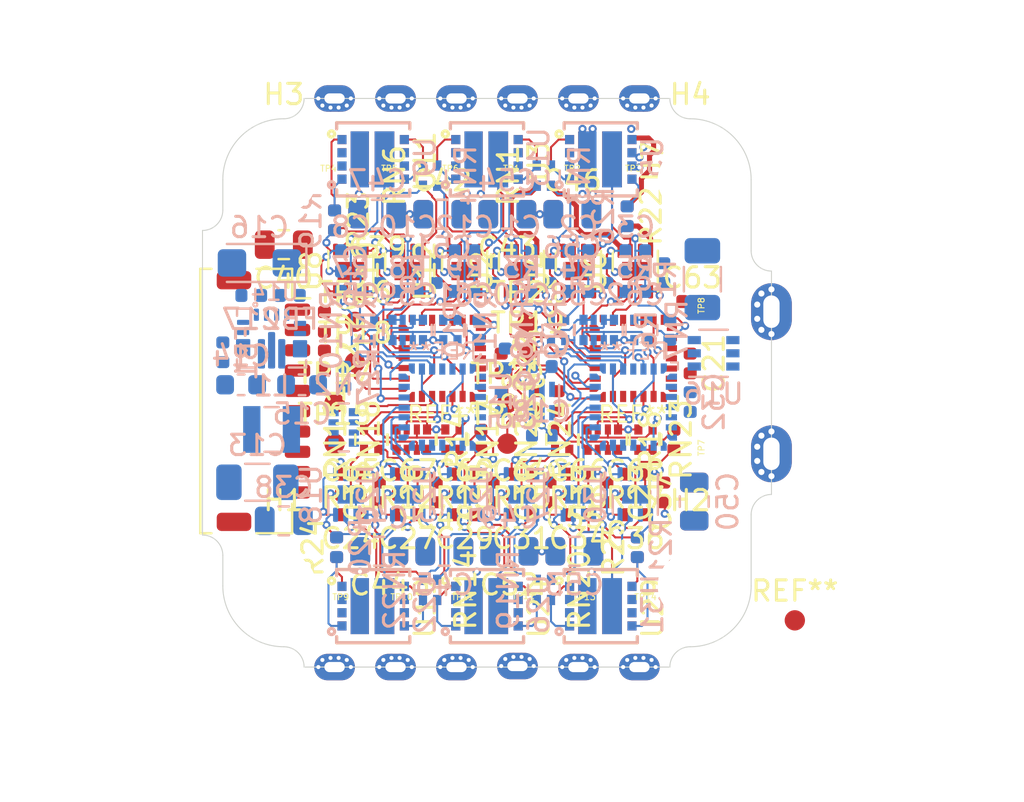
<source format=kicad_pcb>
(kicad_pcb (version 20171130) (host pcbnew 5.1.6-c6e7f7d~87~ubuntu18.04.1)
  (layers (0 "F.Cu_(sig)" signal) (1 "In1.Cu_(power)" signal) (2 "In2.Cu_(gnd)" signal) (31 "B.Cu_(sig)" signal) (34 B.Paste user) (35 F.Paste user) (36 B.SilkS user hide) (37 F.SilkS user hide) (38 B.Mask user) (39 F.Mask user) (44 Edge.Cuts user))
  (net 0 "")
  (net 1 "Net-(U1-Pad1)")
  (net 2 "Net-(U1-Pad28)")
  (net 3 "Net-(U1-Pad7)")
  (net 4 "Net-(U1-Pad25)")
  (net 5 "Net-(U1-Pad12)")
  (net 6 "Net-(U1-Pad11)")
  (net 7 "Net-(U1-Pad10)")
  (net 8 "Net-(U1-Pad6)")
  (net 9 "Net-(U1-Pad5)")
  (net 10 "Net-(U1-Pad2)")
  (net 11 "Net-(C1-Pad2)")
  (net 12 +5V)
  (net 13 +BATT)
  (net 14 GND)
  (net 15 /ESC1_A)
  (net 16 "Net-(C2-Pad2)")
  (net 17 /ESC1_B)
  (net 18 "Net-(C3-Pad2)")
  (net 19 /ESC1_C)
  (net 20 "Net-(C8-Pad2)")
  (net 21 /ESC2_A)
  (net 22 "Net-(C10-Pad2)")
  (net 23 /ESC2_B)
  (net 24 "Net-(C12-Pad2)")
  (net 25 /ESC2_C)
  (net 26 "Net-(C13-Pad2)")
  (net 27 "Net-(C15-Pad2)")
  (net 28 "Net-(C17-Pad2)")
  (net 29 +3V3)
  (net 30 /IBat)
  (net 31 "Net-(L1-Pad2)")
  (net 32 "Net-(L1-Pad1)")
  (net 33 "Net-(R1-Pad2)")
  (net 34 "Net-(R2-Pad2)")
  (net 35 "Net-(U14-Pad2)")
  (net 36 /ESC1_A_EN)
  (net 37 /ESC1_A_PWM)
  (net 38 /ESC1_B_EN)
  (net 39 /ESC1_B_PWM)
  (net 40 /ESC1_C_EN)
  (net 41 /ESC1_C_PWM)
  (net 42 /ESC2_A_EN)
  (net 43 /ESC2_A_PWM)
  (net 44 /ESC2_B_EN)
  (net 45 /ESC2_B_PWM)
  (net 46 /ESC2_C_EN)
  (net 47 /ESC2_C_PWM)
  (net 48 /ESC1_MC)
  (net 49 /ESC1_MA)
  (net 50 /ESC1_IN)
  (net 51 /ESC1_MB)
  (net 52 /ESC1_Y)
  (net 53 /ESCx_tele)
  (net 54 /ESC1_SWDCLK)
  (net 55 /ESC1_SWDIO)
  (net 56 /ESC2_Y)
  (net 57 "Net-(U17-Pad1)")
  (net 58 "Net-(U17-Pad28)")
  (net 59 /ESC2_SWDCLK)
  (net 60 "Net-(U17-Pad7)")
  (net 61 /ESC2_MC)
  (net 62 /ESC2_MA)
  (net 63 "Net-(U17-Pad25)")
  (net 64 /ESC2_IN)
  (net 65 /ESC2_MB)
  (net 66 /ESC2_SWDIO)
  (net 67 "Net-(U17-Pad12)")
  (net 68 "Net-(U17-Pad11)")
  (net 69 "Net-(U17-Pad10)")
  (net 70 "Net-(U17-Pad6)")
  (net 71 "Net-(U17-Pad5)")
  (net 72 "Net-(U17-Pad2)")
  (net 73 "Net-(C24-Pad2)")
  (net 74 /ESC4_A)
  (net 75 "Net-(C27-Pad2)")
  (net 76 /ESC4_B)
  (net 77 "Net-(C29-Pad2)")
  (net 78 /ESC4_C)
  (net 79 "Net-(C31-Pad2)")
  (net 80 /ESC3_A)
  (net 81 "Net-(C34-Pad2)")
  (net 82 /ESC3_B)
  (net 83 "Net-(C36-Pad2)")
  (net 84 /ESC3_C)
  (net 85 /ESC4_A_PWM)
  (net 86 /ESC4_B_PWM)
  (net 87 /ESC4_C_PWM)
  (net 88 /ESC3_A_PWM)
  (net 89 /ESC3_B_PWM)
  (net 90 /ESC3_C_PWM)
  (net 91 /ESC4_Y)
  (net 92 /ESC3_Y)
  (net 93 /ESC4_A_EN)
  (net 94 /ESC4_B_EN)
  (net 95 "Net-(U21-Pad1)")
  (net 96 "Net-(U21-Pad28)")
  (net 97 /ESC4_SWDCLK)
  (net 98 "Net-(U21-Pad7)")
  (net 99 /ESC4_MC)
  (net 100 /ESC4_MA)
  (net 101 "Net-(U21-Pad25)")
  (net 102 /ESC4_IN)
  (net 103 /ESC4_MB)
  (net 104 /ESC4_SWDIO)
  (net 105 /ESC4_C_EN)
  (net 106 "Net-(U21-Pad12)")
  (net 107 "Net-(U21-Pad11)")
  (net 108 "Net-(U21-Pad10)")
  (net 109 "Net-(U21-Pad6)")
  (net 110 "Net-(U21-Pad5)")
  (net 111 "Net-(U21-Pad2)")
  (net 112 /ESC3_A_EN)
  (net 113 /ESC3_B_EN)
  (net 114 "Net-(U28-Pad1)")
  (net 115 "Net-(U28-Pad28)")
  (net 116 /ESC3_SWDCLK)
  (net 117 "Net-(U28-Pad7)")
  (net 118 /ESC3_MC)
  (net 119 /ESC3_MA)
  (net 120 "Net-(U28-Pad25)")
  (net 121 /ESC3_IN)
  (net 122 /ESC3_MB)
  (net 123 /ESC3_SWDIO)
  (net 124 /ESC3_C_EN)
  (net 125 "Net-(U28-Pad12)")
  (net 126 "Net-(U28-Pad11)")
  (net 127 "Net-(U28-Pad10)")
  (net 128 "Net-(U28-Pad6)")
  (net 129 "Net-(U28-Pad5)")
  (net 130 "Net-(U28-Pad2)")
  (net 131 /ESC4_A_DRVH)
  (net 132 /ESC4_B_DRVH)
  (net 133 /ESC4_B_GH)
  (net 134 /ESC4_A_GL)
  (net 135 /ESC4_C_DRVL)
  (net 136 /ESC4_B_DRVL)
  (net 137 /ESC4_C_GL)
  (net 138 /ESC4_B_GL)
  (net 139 /ESC4_C_DRVH)
  (net 140 /ESC3_C_DRVL)
  (net 141 /ESC3_C_GL)
  (net 142 /ESC4_C_GH)
  (net 143 /ESC4_A_DRVL)
  (net 144 /ESC4_A_GH)
  (net 145 /ESC3_A_DRVH)
  (net 146 /ESC3_A_DRVL)
  (net 147 /ESC3_A_GH)
  (net 148 /ESC3_A_GL)
  (net 149 /ESC3_B_DRVH)
  (net 150 /ESC3_B_DRVL)
  (net 151 /ESC3_B_GH)
  (net 152 /ESC3_B_GL)
  (net 153 /ESC3_C_DRVH)
  (net 154 /ESC3_C_GH)
  (net 155 /ESC1_A_DRVH)
  (net 156 /ESC1_A_DRVL)
  (net 157 /ESC1_A_GH)
  (net 158 /ESC1_A_GL)
  (net 159 /ESC1_B_DRVH)
  (net 160 /ESC1_B_DRVL)
  (net 161 /ESC1_B_GH)
  (net 162 /ESC1_B_GL)
  (net 163 /ESC1_C_DRVH)
  (net 164 /ESC1_C_DRVL)
  (net 165 /ESC1_C_GH)
  (net 166 /ESC1_C_GL)
  (net 167 /ESC2_A_DRVH)
  (net 168 /ESC2_A_DRVL)
  (net 169 /ESC2_A_GH)
  (net 170 /ESC2_A_GL)
  (net 171 /ESC2_B_DRVH)
  (net 172 /ESC2_B_DRVL)
  (net 173 /ESC2_B_GH)
  (net 174 /ESC2_B_GL)
  (net 175 /ESC2_C_DRVH)
  (net 176 /ESC2_C_DRVL)
  (net 177 /ESC2_C_GH)
  (net 178 /ESC2_C_GL)
  (net 179 "Net-(U1-Pad14)")
  (net 180 "Net-(U1-Pad15)")
  (net 181 "Net-(U17-Pad15)")
  (net 182 "Net-(U17-Pad14)")
  (net 183 "Net-(U21-Pad15)")
  (net 184 "Net-(U21-Pad14)")
  (net 185 "Net-(U28-Pad15)")
  (net 186 "Net-(U28-Pad14)")
  (net 187 "Net-(J1-Pad8)")
  (net 188 "Net-(J1-Pad7)")
  (net 189 "Net-(J1-Pad6)")
  (net 190 "Net-(J1-Pad5)")
  (net 191 "Net-(R27-Pad2)")
  (net 192 "Net-(R28-Pad2)")
  (net 193 "Net-(R29-Pad2)")
  (net 194 "Net-(R30-Pad2)")
  (module 11_PSoC_FC_whoop:TestPoint_Pad_D1.0mm_dense (layer "F.Cu_(sig)") (at 151.15 86.7)
    (fp_text reference REF** (at 0 -1.448) (layer F.SilkS))
    (fp_text value TestPoint_Pad_D1.0mm_dense)
    (pad 1 smd circle (at 0 0) (size 1 1) (layers "F.Cu_(sig)" F.Mask))
  )
  (module Resistor_SMD:R_0402_1005Metric (layer "F.Cu_(sig)") (at 139.5 75.9 90)
    (fp_text reference R30 (at 0 -1.17 90) (layer F.SilkS))
    (fp_text value 1k)
    (pad 2 smd roundrect (at 0.485 0 90) (size 0.59 0.64) (layers "F.Cu_(sig)" F.Paste F.Mask) (net 194 "Net-(R30-Pad2)"))
    (pad 1 smd roundrect (at -0.485 0 90) (size 0.59 0.64) (layers "F.Cu_(sig)" F.Paste F.Mask) (net 53 /ESCx_tele))
  )
  (module Resistor_SMD:R_0402_1005Metric (layer "B.Cu_(sig)") (at 136.9 73.8 90)
    (fp_text reference R29 (at 0 1.17 90) (layer B.SilkS) (effects (justify mirror)))
    (fp_text value 1k)
    (pad 2 smd roundrect (at 0.485 0 90) (size 0.59 0.64) (layers "B.Cu_(sig)" B.Paste B.Mask) (net 193 "Net-(R29-Pad2)"))
    (pad 1 smd roundrect (at -0.485 0 90) (size 0.59 0.64) (layers "B.Cu_(sig)" B.Paste B.Mask) (net 53 /ESCx_tele))
  )
  (module Resistor_SMD:R_0402_1005Metric (layer "F.Cu_(sig)") (at 138.5 75.9 90)
    (fp_text reference R28 (at 0 -1.17 90) (layer F.SilkS))
    (fp_text value 1k)
    (pad 2 smd roundrect (at 0.485 0 90) (size 0.59 0.64) (layers "F.Cu_(sig)" F.Paste F.Mask) (net 192 "Net-(R28-Pad2)"))
    (pad 1 smd roundrect (at -0.485 0 90) (size 0.59 0.64) (layers "F.Cu_(sig)" F.Paste F.Mask) (net 53 /ESCx_tele))
  )
  (module Resistor_SMD:R_0402_1005Metric (layer "B.Cu_(sig)") (at 129 74.7 90)
    (fp_text reference R27 (at 0 1.17 270) (layer B.SilkS) (effects (justify mirror)))
    (fp_text value 1k)
    (pad 2 smd roundrect (at 0.485 0 90) (size 0.59 0.64) (layers "B.Cu_(sig)" B.Paste B.Mask) (net 191 "Net-(R27-Pad2)"))
    (pad 1 smd roundrect (at -0.485 0 90) (size 0.59 0.64) (layers "B.Cu_(sig)" B.Paste B.Mask) (net 53 /ESCx_tele))
  )
  (module 11_PSoC_FC_whoop:R_Array_Convex_4x0402_dense (layer "B.Cu_(sig)") (at 128.95 77.2 180)
    (fp_text reference RN2 (at 0 2.1) (layer B.SilkS) (effects (justify mirror)))
    (fp_text value 1k)
    (pad 1 smd rect (at -0.5 0.75 180) (size 0.5 0.4) (layers "B.Cu_(sig)" B.Paste B.Mask) (net 50 /ESC1_IN))
    (pad 3 smd rect (at -0.5 -0.25 180) (size 0.5 0.3) (layers "B.Cu_(sig)" B.Paste B.Mask) (net 121 /ESC3_IN))
    (pad 2 smd rect (at -0.5 0.25 180) (size 0.5 0.3) (layers "B.Cu_(sig)" B.Paste B.Mask) (net 64 /ESC2_IN))
    (pad 4 smd rect (at -0.5 -0.75 180) (size 0.5 0.4) (layers "B.Cu_(sig)" B.Paste B.Mask) (net 102 /ESC4_IN))
    (pad 7 smd rect (at 0.5 0.25 180) (size 0.5 0.3) (layers "B.Cu_(sig)" B.Paste B.Mask) (net 189 "Net-(J1-Pad6)"))
    (pad 8 smd rect (at 0.5 0.75 180) (size 0.5 0.4) (layers "B.Cu_(sig)" B.Paste B.Mask) (net 190 "Net-(J1-Pad5)"))
    (pad 6 smd rect (at 0.5 -0.25 180) (size 0.5 0.3) (layers "B.Cu_(sig)" B.Paste B.Mask) (net 188 "Net-(J1-Pad7)"))
    (pad 5 smd rect (at 0.5 -0.75 180) (size 0.5 0.4) (layers "B.Cu_(sig)" B.Paste B.Mask) (net 187 "Net-(J1-Pad8)"))
  )
  (module Resistor_SMD:R_0402_1005Metric (layer "B.Cu_(sig)") (at 142.9 66.8 270)
    (fp_text reference R26 (at 0 1.17 270) (layer B.SilkS) (effects (justify mirror)))
    (fp_text value 10R0)
    (pad 2 smd roundrect (at 0.485 0 270) (size 0.59 0.64) (layers "B.Cu_(sig)" B.Paste B.Mask) (net 160 /ESC1_B_DRVL))
    (pad 1 smd roundrect (at -0.485 0 270) (size 0.59 0.64) (layers "B.Cu_(sig)" B.Paste B.Mask) (net 162 /ESC1_B_GL))
  )
  (module Resistor_SMD:R_0402_1005Metric (layer "F.Cu_(sig)") (at 143.4 83.1 90)
    (fp_text reference R25 (at 0 -1.17 90) (layer F.SilkS))
    (fp_text value 10R0)
    (pad 2 smd roundrect (at 0.485 0 90) (size 0.59 0.64) (layers "F.Cu_(sig)" F.Paste F.Mask) (net 150 /ESC3_B_DRVL))
    (pad 1 smd roundrect (at -0.485 0 90) (size 0.59 0.64) (layers "F.Cu_(sig)" F.Paste F.Mask) (net 152 /ESC3_B_GL))
  )
  (module Resistor_SMD:R_0402_1005Metric (layer "F.Cu_(sig)") (at 128.6 83.1 90)
    (fp_text reference R24 (at 0 -1.17 90) (layer F.SilkS))
    (fp_text value 10R0)
    (pad 2 smd roundrect (at 0.485 0 90) (size 0.59 0.64) (layers "F.Cu_(sig)" F.Paste F.Mask) (net 131 /ESC4_A_DRVH))
    (pad 1 smd roundrect (at -0.485 0 90) (size 0.59 0.64) (layers "F.Cu_(sig)" F.Paste F.Mask) (net 144 /ESC4_A_GH))
  )
  (module Resistor_SMD:R_0402_1005Metric (layer "F.Cu_(sig)") (at 128.5 67 270)
    (fp_text reference R23 (at 0 -1.17 90) (layer F.SilkS))
    (fp_text value 10R0)
    (pad 2 smd roundrect (at 0.485 0 270) (size 0.59 0.64) (layers "F.Cu_(sig)" F.Paste F.Mask) (net 171 /ESC2_B_DRVH))
    (pad 1 smd roundrect (at -0.485 0 270) (size 0.59 0.64) (layers "F.Cu_(sig)" F.Paste F.Mask) (net 173 /ESC2_B_GH))
  )
  (module Resistor_SMD:R_0402_1005Metric (layer "F.Cu_(sig)") (at 142.9 66.8 270)
    (fp_text reference R22 (at 0 -1.17 270) (layer F.SilkS))
    (fp_text value 10R0)
    (pad 2 smd roundrect (at 0.485 0 270) (size 0.59 0.64) (layers "F.Cu_(sig)" F.Paste F.Mask) (net 164 /ESC1_C_DRVL))
    (pad 1 smd roundrect (at -0.485 0 270) (size 0.59 0.64) (layers "F.Cu_(sig)" F.Paste F.Mask) (net 166 /ESC1_C_GL))
  )
  (module Resistor_SMD:R_0402_1005Metric (layer "B.Cu_(sig)") (at 143.4 83.1 90)
    (fp_text reference R21 (at 0 1.17 90) (layer B.SilkS) (effects (justify mirror)))
    (fp_text value 10R0)
    (pad 2 smd roundrect (at 0.485 0 90) (size 0.59 0.64) (layers "B.Cu_(sig)" B.Paste B.Mask) (net 140 /ESC3_C_DRVL))
    (pad 1 smd roundrect (at -0.485 0 90) (size 0.59 0.64) (layers "B.Cu_(sig)" B.Paste B.Mask) (net 141 /ESC3_C_GL))
  )
  (module Resistor_SMD:R_0402_1005Metric (layer "B.Cu_(sig)") (at 128.6 83.1 90)
    (fp_text reference R20 (at 0 1.17 90) (layer B.SilkS) (effects (justify mirror)))
    (fp_text value 10R0)
    (pad 2 smd roundrect (at 0.485 0 90) (size 0.59 0.64) (layers "B.Cu_(sig)" B.Paste B.Mask) (net 132 /ESC4_B_DRVH))
    (pad 1 smd roundrect (at -0.485 0 90) (size 0.59 0.64) (layers "B.Cu_(sig)" B.Paste B.Mask) (net 133 /ESC4_B_GH))
  )
  (module Resistor_SMD:R_0402_1005Metric (layer "B.Cu_(sig)") (at 128.5 67 270)
    (fp_text reference R19 (at 0 1.17 90) (layer B.SilkS) (effects (justify mirror)))
    (fp_text value 10R0)
    (pad 2 smd roundrect (at 0.485 0 270) (size 0.59 0.64) (layers "B.Cu_(sig)" B.Paste B.Mask) (net 167 /ESC2_A_DRVH))
    (pad 1 smd roundrect (at -0.485 0 270) (size 0.59 0.64) (layers "B.Cu_(sig)" B.Paste B.Mask) (net 169 /ESC2_A_GH))
  )
  (module Capacitor_SMD:C_0402_1005Metric (layer "F.Cu_(sig)") (at 134.9 80.5)
    (fp_text reference C69 (at 0 -1.17) (layer F.SilkS))
    (fp_text value 10u)
    (pad 2 smd roundrect (at 0.485 0) (size 0.59 0.64) (layers "F.Cu_(sig)" F.Paste F.Mask) (net 12 +5V))
    (pad 1 smd roundrect (at -0.485 0) (size 0.59 0.64) (layers "F.Cu_(sig)" F.Paste F.Mask) (net 14 GND))
  )
  (module Capacitor_SMD:C_0402_1005Metric (layer "F.Cu_(sig)") (at 143.3 80.5)
    (fp_text reference C68 (at 0 -1.17) (layer F.SilkS))
    (fp_text value 10u)
    (pad 2 smd roundrect (at 0.485 0) (size 0.59 0.64) (layers "F.Cu_(sig)" F.Paste F.Mask) (net 12 +5V))
    (pad 1 smd roundrect (at -0.485 0) (size 0.59 0.64) (layers "F.Cu_(sig)" F.Paste F.Mask) (net 14 GND))
  )
  (module Capacitor_SMD:C_0402_1005Metric (layer "F.Cu_(sig)") (at 132.1 80.5)
    (fp_text reference C67 (at 0 -1.17) (layer F.SilkS))
    (fp_text value 10u)
    (pad 2 smd roundrect (at 0.485 0) (size 0.59 0.64) (layers "F.Cu_(sig)" F.Paste F.Mask) (net 12 +5V))
    (pad 1 smd roundrect (at -0.485 0) (size 0.59 0.64) (layers "F.Cu_(sig)" F.Paste F.Mask) (net 14 GND))
  )
  (module Capacitor_SMD:C_0402_1005Metric (layer "F.Cu_(sig)") (at 140.5 80.5)
    (fp_text reference C66 (at 0 -1.17) (layer F.SilkS))
    (fp_text value 10u)
    (pad 2 smd roundrect (at 0.485 0) (size 0.59 0.64) (layers "F.Cu_(sig)" F.Paste F.Mask) (net 12 +5V))
    (pad 1 smd roundrect (at -0.485 0) (size 0.59 0.64) (layers "F.Cu_(sig)" F.Paste F.Mask) (net 14 GND))
  )
  (module Capacitor_SMD:C_0402_1005Metric (layer "F.Cu_(sig)") (at 129.3 80.5)
    (fp_text reference C65 (at 0 -1.17) (layer F.SilkS))
    (fp_text value 10u)
    (pad 2 smd roundrect (at 0.485 0) (size 0.59 0.64) (layers "F.Cu_(sig)" F.Paste F.Mask) (net 12 +5V))
    (pad 1 smd roundrect (at -0.485 0) (size 0.59 0.64) (layers "F.Cu_(sig)" F.Paste F.Mask) (net 14 GND))
  )
  (module Capacitor_SMD:C_0402_1005Metric (layer "F.Cu_(sig)") (at 137.7 80.5)
    (fp_text reference C64 (at 0 -1.17) (layer F.SilkS))
    (fp_text value 10u)
    (pad 2 smd roundrect (at 0.485 0) (size 0.59 0.64) (layers "F.Cu_(sig)" F.Paste F.Mask) (net 12 +5V))
    (pad 1 smd roundrect (at -0.485 0) (size 0.59 0.64) (layers "F.Cu_(sig)" F.Paste F.Mask) (net 14 GND))
  )
  (module Capacitor_SMD:C_0402_1005Metric (layer "F.Cu_(sig)") (at 146.1 71)
    (fp_text reference C63 (at 0 -1.17) (layer F.SilkS))
    (fp_text value 100n)
    (pad 2 smd roundrect (at 0.485 0) (size 0.59 0.64) (layers "F.Cu_(sig)" F.Paste F.Mask) (net 29 +3V3))
    (pad 1 smd roundrect (at -0.485 0) (size 0.59 0.64) (layers "F.Cu_(sig)" F.Paste F.Mask) (net 14 GND))
  )
  (module Resistor_SMD:R_1206_3216Metric (layer "B.Cu_(sig)") (at 146.6 69.9 270)
    (fp_text reference R1 (at 0 1.82 90) (layer B.SilkS) (effects (justify mirror)))
    (fp_text value 0m5)
    (pad 2 smd roundrect (at 1.4 0 270) (size 1.25 1.75) (layers "B.Cu_(sig)" B.Paste B.Mask) (roundrect_rratio 0.2) (net 33 "Net-(R1-Pad2)"))
    (pad 1 smd roundrect (at -1.4 0 270) (size 1.25 1.75) (layers "B.Cu_(sig)" B.Paste B.Mask) (roundrect_rratio 0.2) (net 14 GND))
  )
  (module Capacitor_SMD:C_0402_1005Metric (layer "B.Cu_(sig)") (at 143.3 69.5)
    (fp_text reference C62 (at 0 1.17) (layer B.SilkS) (effects (justify mirror)))
    (fp_text value 10u)
    (pad 2 smd roundrect (at 0.485 0) (size 0.59 0.64) (layers "B.Cu_(sig)" B.Paste B.Mask) (net 12 +5V))
    (pad 1 smd roundrect (at -0.485 0) (size 0.59 0.64) (layers "B.Cu_(sig)" B.Paste B.Mask) (net 14 GND))
  )
  (module Capacitor_SMD:C_0402_1005Metric (layer "B.Cu_(sig)") (at 134.9 69.5)
    (fp_text reference C61 (at 0 1.17) (layer B.SilkS) (effects (justify mirror)))
    (fp_text value 10u)
    (pad 2 smd roundrect (at 0.485 0) (size 0.59 0.64) (layers "B.Cu_(sig)" B.Paste B.Mask) (net 12 +5V))
    (pad 1 smd roundrect (at -0.485 0) (size 0.59 0.64) (layers "B.Cu_(sig)" B.Paste B.Mask) (net 14 GND))
  )
  (module Capacitor_SMD:C_0402_1005Metric (layer "B.Cu_(sig)") (at 137.7 69.5)
    (fp_text reference C60 (at 0 1.17) (layer B.SilkS) (effects (justify mirror)))
    (fp_text value 10u)
    (pad 2 smd roundrect (at 0.485 0) (size 0.59 0.64) (layers "B.Cu_(sig)" B.Paste B.Mask) (net 12 +5V))
    (pad 1 smd roundrect (at -0.485 0) (size 0.59 0.64) (layers "B.Cu_(sig)" B.Paste B.Mask) (net 14 GND))
  )
  (module Capacitor_SMD:C_0402_1005Metric (layer "B.Cu_(sig)") (at 132.1 69.5)
    (fp_text reference C59 (at 0 1.17) (layer B.SilkS) (effects (justify mirror)))
    (fp_text value 10u)
    (pad 2 smd roundrect (at 0.485 0) (size 0.59 0.64) (layers "B.Cu_(sig)" B.Paste B.Mask) (net 12 +5V))
    (pad 1 smd roundrect (at -0.485 0) (size 0.59 0.64) (layers "B.Cu_(sig)" B.Paste B.Mask) (net 14 GND))
  )
  (module Capacitor_SMD:C_0402_1005Metric (layer "B.Cu_(sig)") (at 140.5 69.5)
    (fp_text reference C58 (at 0 1.17 180) (layer B.SilkS) (effects (justify mirror)))
    (fp_text value 10u)
    (pad 2 smd roundrect (at 0.485 0) (size 0.59 0.64) (layers "B.Cu_(sig)" B.Paste B.Mask) (net 12 +5V))
    (pad 1 smd roundrect (at -0.485 0) (size 0.59 0.64) (layers "B.Cu_(sig)" B.Paste B.Mask) (net 14 GND))
  )
  (module Package_TO_SOT_SMD:SOT-363_SC-70-6 (layer "B.Cu_(sig)") (at 147.15 73.55)
    (fp_text reference U16 (at 0 2 -180) (layer B.SilkS) (effects (justify mirror)))
    (fp_text value INA186A2)
    (pad 6 smd rect (at 0.95 0.65) (size 0.65 0.4) (layers "B.Cu_(sig)" B.Paste B.Mask) (net 34 "Net-(R2-Pad2)"))
    (pad 4 smd rect (at 0.95 -0.65) (size 0.65 0.4) (layers "B.Cu_(sig)" B.Paste B.Mask) (net 14 GND))
    (pad 2 smd rect (at -0.95 0) (size 0.65 0.4) (layers "B.Cu_(sig)" B.Paste B.Mask) (net 14 GND))
    (pad 5 smd rect (at 0.95 0) (size 0.65 0.4) (layers "B.Cu_(sig)" B.Paste B.Mask) (net 33 "Net-(R1-Pad2)"))
    (pad 3 smd rect (at -0.95 -0.65) (size 0.65 0.4) (layers "B.Cu_(sig)" B.Paste B.Mask) (net 29 +3V3))
    (pad 1 smd rect (at -0.95 0.65) (size 0.65 0.4) (layers "B.Cu_(sig)" B.Paste B.Mask) (net 14 GND))
  )
  (module 11_PSoC_FC_whoop:JST_SHL_SM10B-SHLS-TF_1x10-1MP_P1.00mm_Horizontal_dense (layer "F.Cu_(sig)") (at 125 75.9 270)
    (fp_text reference J1 (at 0 -3.5 90) (layer F.SilkS))
    (fp_text value Conn_01x10)
    (pad MP smd roundrect (at 5.95 1.45 270) (size 0.9 1.7) (layers "F.Cu_(sig)" F.Paste F.Mask))
    (pad MP smd roundrect (at -5.95 1.45 270) (size 0.9 1.7) (layers "F.Cu_(sig)" F.Paste F.Mask))
    (pad 10 smd roundrect (at 4.5 -1.675 270) (size 0.6 1.25) (layers "F.Cu_(sig)" F.Paste F.Mask) (net 14 GND))
    (pad 9 smd roundrect (at 3.5 -1.675 270) (size 0.6 1.25) (layers "F.Cu_(sig)" F.Paste F.Mask) (net 12 +5V))
    (pad 8 smd roundrect (at 2.5 -1.675 270) (size 0.6 1.25) (layers "F.Cu_(sig)" F.Paste F.Mask) (net 187 "Net-(J1-Pad8)"))
    (pad 7 smd roundrect (at 1.5 -1.675 270) (size 0.6 1.25) (layers "F.Cu_(sig)" F.Paste F.Mask) (net 188 "Net-(J1-Pad7)"))
    (pad 6 smd roundrect (at 0.5 -1.675 270) (size 0.6 1.25) (layers "F.Cu_(sig)" F.Paste F.Mask) (net 189 "Net-(J1-Pad6)"))
    (pad 5 smd roundrect (at -0.5 -1.675 270) (size 0.6 1.25) (layers "F.Cu_(sig)" F.Paste F.Mask) (net 190 "Net-(J1-Pad5)"))
    (pad 4 smd roundrect (at -1.5 -1.675 270) (size 0.6 1.25) (layers "F.Cu_(sig)" F.Paste F.Mask) (net 53 /ESCx_tele))
    (pad 3 smd roundrect (at -2.5 -1.675 270) (size 0.6 1.25) (layers "F.Cu_(sig)" F.Paste F.Mask) (net 30 /IBat))
    (pad 2 smd roundrect (at -3.5 -1.675 270) (size 0.6 1.25) (layers "F.Cu_(sig)" F.Paste F.Mask) (net 13 +BATT))
    (pad 1 smd roundrect (at -4.5 -1.675 270) (size 0.6 1.25) (layers "F.Cu_(sig)" F.Paste F.Mask) (net 14 GND))
  )
  (module 11_PSoC_FC_whoop:C_0805_2012Metric_dense (layer "F.Cu_(sig)") (at 140.3 83.3)
    (fp_text reference C55 (at 0 -1.65) (layer F.SilkS))
    (fp_text value 22u)
    (pad 2 smd roundrect (at 0.9375 0) (size 0.975 1.4) (layers "F.Cu_(sig)" F.Paste F.Mask) (net 13 +BATT))
    (pad 1 smd roundrect (at -0.9375 0) (size 0.975 1.4) (layers "F.Cu_(sig)" F.Paste F.Mask) (net 14 GND))
  )
  (module 11_PSoC_FC_whoop:R_Array_Convex_4x0402_dense (layer "F.Cu_(sig)") (at 141.7 77.8 90)
    (fp_text reference RN24 (at 0 -2.1 270) (layer F.SilkS))
    (fp_text value 2k2)
    (pad 1 smd rect (at -0.5 -0.75 90) (size 0.5 0.4) (layers "F.Cu_(sig)" F.Paste F.Mask) (net 119 /ESC3_MA))
    (pad 3 smd rect (at -0.5 0.25 90) (size 0.5 0.3) (layers "F.Cu_(sig)" F.Paste F.Mask) (net 122 /ESC3_MB))
    (pad 2 smd rect (at -0.5 -0.25 90) (size 0.5 0.3) (layers "F.Cu_(sig)" F.Paste F.Mask) (net 119 /ESC3_MA))
    (pad 4 smd rect (at -0.5 0.75 90) (size 0.5 0.4) (layers "F.Cu_(sig)" F.Paste F.Mask) (net 122 /ESC3_MB))
    (pad 7 smd rect (at 0.5 -0.25 90) (size 0.5 0.3) (layers "F.Cu_(sig)" F.Paste F.Mask) (net 14 GND))
    (pad 8 smd rect (at 0.5 -0.75 90) (size 0.5 0.4) (layers "F.Cu_(sig)" F.Paste F.Mask) (net 92 /ESC3_Y))
    (pad 6 smd rect (at 0.5 0.25 90) (size 0.5 0.3) (layers "F.Cu_(sig)" F.Paste F.Mask) (net 92 /ESC3_Y))
    (pad 5 smd rect (at 0.5 0.75 90) (size 0.5 0.4) (layers "F.Cu_(sig)" F.Paste F.Mask) (net 14 GND))
  )
  (module 11_PSoC_FC_whoop:R_Array_Convex_4x0402_dense (layer "F.Cu_(sig)") (at 132.3 77.8 90)
    (fp_text reference RN18 (at 0 -2.1 270) (layer F.SilkS))
    (fp_text value 2k2)
    (pad 1 smd rect (at -0.5 -0.75 90) (size 0.5 0.4) (layers "F.Cu_(sig)" F.Paste F.Mask) (net 100 /ESC4_MA))
    (pad 3 smd rect (at -0.5 0.25 90) (size 0.5 0.3) (layers "F.Cu_(sig)" F.Paste F.Mask) (net 103 /ESC4_MB))
    (pad 2 smd rect (at -0.5 -0.25 90) (size 0.5 0.3) (layers "F.Cu_(sig)" F.Paste F.Mask) (net 100 /ESC4_MA))
    (pad 4 smd rect (at -0.5 0.75 90) (size 0.5 0.4) (layers "F.Cu_(sig)" F.Paste F.Mask) (net 103 /ESC4_MB))
    (pad 7 smd rect (at 0.5 -0.25 90) (size 0.5 0.3) (layers "F.Cu_(sig)" F.Paste F.Mask) (net 14 GND))
    (pad 8 smd rect (at 0.5 -0.75 90) (size 0.5 0.4) (layers "F.Cu_(sig)" F.Paste F.Mask) (net 91 /ESC4_Y))
    (pad 6 smd rect (at 0.5 0.25 90) (size 0.5 0.3) (layers "F.Cu_(sig)" F.Paste F.Mask) (net 91 /ESC4_Y))
    (pad 5 smd rect (at 0.5 0.75 90) (size 0.5 0.4) (layers "F.Cu_(sig)" F.Paste F.Mask) (net 14 GND))
  )
  (module 11_PSoC_FC_whoop:R_Array_Convex_4x0402_dense (layer "B.Cu_(sig)") (at 132.1 72.4 270)
    (fp_text reference RN12 (at 0 2.1 90) (layer B.SilkS) (effects (justify mirror)))
    (fp_text value 2k2)
    (pad 1 smd rect (at -0.5 0.75 270) (size 0.5 0.4) (layers "B.Cu_(sig)" B.Paste B.Mask) (net 62 /ESC2_MA))
    (pad 3 smd rect (at -0.5 -0.25 270) (size 0.5 0.3) (layers "B.Cu_(sig)" B.Paste B.Mask) (net 65 /ESC2_MB))
    (pad 2 smd rect (at -0.5 0.25 270) (size 0.5 0.3) (layers "B.Cu_(sig)" B.Paste B.Mask) (net 62 /ESC2_MA))
    (pad 4 smd rect (at -0.5 -0.75 270) (size 0.5 0.4) (layers "B.Cu_(sig)" B.Paste B.Mask) (net 65 /ESC2_MB))
    (pad 7 smd rect (at 0.5 0.25 270) (size 0.5 0.3) (layers "B.Cu_(sig)" B.Paste B.Mask) (net 14 GND))
    (pad 8 smd rect (at 0.5 0.75 270) (size 0.5 0.4) (layers "B.Cu_(sig)" B.Paste B.Mask) (net 56 /ESC2_Y))
    (pad 6 smd rect (at 0.5 -0.25 270) (size 0.5 0.3) (layers "B.Cu_(sig)" B.Paste B.Mask) (net 56 /ESC2_Y))
    (pad 5 smd rect (at 0.5 -0.75 270) (size 0.5 0.4) (layers "B.Cu_(sig)" B.Paste B.Mask) (net 14 GND))
  )
  (module 11_PSoC_FC_whoop:R_Array_Convex_4x0402_dense (layer "B.Cu_(sig)") (at 141.5 72.4 270)
    (fp_text reference RN9 (at 0 2.1 90) (layer B.SilkS) (effects (justify mirror)))
    (fp_text value 2k2)
    (pad 1 smd rect (at -0.5 0.75 270) (size 0.5 0.4) (layers "B.Cu_(sig)" B.Paste B.Mask) (net 49 /ESC1_MA))
    (pad 3 smd rect (at -0.5 -0.25 270) (size 0.5 0.3) (layers "B.Cu_(sig)" B.Paste B.Mask) (net 51 /ESC1_MB))
    (pad 2 smd rect (at -0.5 0.25 270) (size 0.5 0.3) (layers "B.Cu_(sig)" B.Paste B.Mask) (net 49 /ESC1_MA))
    (pad 4 smd rect (at -0.5 -0.75 270) (size 0.5 0.4) (layers "B.Cu_(sig)" B.Paste B.Mask) (net 51 /ESC1_MB))
    (pad 7 smd rect (at 0.5 0.25 270) (size 0.5 0.3) (layers "B.Cu_(sig)" B.Paste B.Mask) (net 14 GND))
    (pad 8 smd rect (at 0.5 0.75 270) (size 0.5 0.4) (layers "B.Cu_(sig)" B.Paste B.Mask) (net 52 /ESC1_Y))
    (pad 6 smd rect (at 0.5 -0.25 270) (size 0.5 0.3) (layers "B.Cu_(sig)" B.Paste B.Mask) (net 52 /ESC1_Y))
    (pad 5 smd rect (at 0.5 -0.75 270) (size 0.5 0.4) (layers "B.Cu_(sig)" B.Paste B.Mask) (net 14 GND))
  )
  (module Capacitor_SMD:C_0402_1005Metric (layer "B.Cu_(sig)") (at 129.3 69.5)
    (fp_text reference C57 (at 0 1.17 180) (layer B.SilkS) (effects (justify mirror)))
    (fp_text value 10u)
    (pad 2 smd roundrect (at 0.485 0) (size 0.59 0.64) (layers "B.Cu_(sig)" B.Paste B.Mask) (net 12 +5V))
    (pad 1 smd roundrect (at -0.485 0) (size 0.59 0.64) (layers "B.Cu_(sig)" B.Paste B.Mask) (net 14 GND))
  )
  (module UFQPFN28:UFQFPN28 (layer "F.Cu_(sig)") (at 133.8 73.8 180)
    (fp_text reference U17)
    (fp_text value STM32G071GBU6)
    (fp_text user REF** (at 0 -2.75 180) (layer F.SilkS) (effects (font (size 0.8 0.8) (thickness 0.1))))
    (pad 1 smd custom (at -1.975 -1.5 90) (size 0.3 0.35) (layers "F.Cu_(sig)" F.Paste F.Mask) (net 57 "Net-(U17-Pad1)") (options (clearance outline) (anchor rect)) (primitives (gr_poly (pts (xy -0.15 -0.175) (xy -0.15 0.175) (xy 0.15 0.175) (xy 0.15 -0.325) (xy 0 -0.325)) (width 0))))
    (pad 28 smd custom (at -1.5 -1.975) (size 0.3 0.35) (layers "F.Cu_(sig)" F.Paste F.Mask) (net 58 "Net-(U17-Pad28)") (options (clearance outline) (anchor rect)) (primitives (gr_poly (pts (xy 0.15 -0.175) (xy 0.15 0.175) (xy -0.15 0.175) (xy -0.15 -0.325) (xy 0 -0.325)) (width 0))))
    (pad 22 smd custom (at 1.5 -1.975) (size 0.3 0.35) (layers "F.Cu_(sig)" F.Paste F.Mask) (net 42 /ESC2_A_EN) (options (clearance outline) (anchor rect)) (primitives (gr_poly (pts (xy -0.15 -0.175) (xy -0.15 0.175) (xy 0.15 0.175) (xy 0.15 -0.325) (xy 0 -0.325)) (width 0))))
    (pad 21 smd custom (at 1.975 -1.5 270) (size 0.3 0.35) (layers "F.Cu_(sig)" F.Paste F.Mask) (net 59 /ESC2_SWDCLK) (options (clearance outline) (anchor rect)) (primitives (gr_poly (pts (xy 0.15 -0.175) (xy 0.15 0.175) (xy -0.15 0.175) (xy -0.15 -0.325) (xy 0 -0.325)) (width 0))))
    (pad 7 smd custom (at -1.975 1.5 90) (size 0.3 0.35) (layers "F.Cu_(sig)" F.Paste F.Mask) (net 60 "Net-(U17-Pad7)") (options (clearance outline) (anchor rect)) (primitives (gr_poly (pts (xy 0.15 -0.175) (xy 0.15 0.175) (xy -0.15 0.175) (xy -0.15 -0.325) (xy 0 -0.325)) (width 0))))
    (pad 8 smd custom (at -1.5 1.975 180) (size 0.3 0.35) (layers "F.Cu_(sig)" F.Paste F.Mask) (net 61 /ESC2_MC) (options (clearance outline) (anchor rect)) (primitives (gr_poly (pts (xy -0.15 -0.175) (xy -0.15 0.175) (xy 0.15 0.175) (xy 0.15 -0.325) (xy 0 -0.325)) (width 0))))
    (pad 15 smd custom (at 1.975 1.5 270) (size 0.3 0.35) (layers "F.Cu_(sig)" F.Paste F.Mask) (net 181 "Net-(U17-Pad15)") (options (clearance outline) (anchor rect)) (primitives (gr_poly (pts (xy -0.15 -0.175) (xy -0.15 0.175) (xy 0.15 0.175) (xy 0.15 -0.325) (xy 0 -0.325)) (width 0))))
    (pad 14 smd custom (at 1.5 1.975 180) (size 0.3 0.35) (layers "F.Cu_(sig)" F.Paste F.Mask) (net 182 "Net-(U17-Pad14)") (options (clearance outline) (anchor rect)) (primitives (gr_poly (pts (xy 0.15 -0.175) (xy 0.15 0.175) (xy -0.15 0.175) (xy -0.15 -0.325) (xy 0 -0.325)) (width 0))))
    (pad 27 smd rect (at -1 -1.875 90) (size 0.55 0.3) (layers "F.Cu_(sig)" F.Paste F.Mask) (net 62 /ESC2_MA))
    (pad 26 smd rect (at -0.5 -1.875 90) (size 0.55 0.3) (layers "F.Cu_(sig)" F.Paste F.Mask) (net 192 "Net-(R28-Pad2)"))
    (pad 25 smd rect (at 0 -1.875 90) (size 0.55 0.3) (layers "F.Cu_(sig)" F.Paste F.Mask) (net 63 "Net-(U17-Pad25)"))
    (pad 24 smd rect (at 0.5 -1.875 90) (size 0.55 0.3) (layers "F.Cu_(sig)" F.Paste F.Mask) (net 64 /ESC2_IN))
    (pad 23 smd rect (at 1 -1.875 90) (size 0.55 0.3) (layers "F.Cu_(sig)" F.Paste F.Mask) (net 65 /ESC2_MB))
    (pad 20 smd rect (at 1.875 -1) (size 0.55 0.3) (layers "F.Cu_(sig)" F.Paste F.Mask) (net 66 /ESC2_SWDIO))
    (pad 19 smd rect (at 1.875 -0.475) (size 0.55 0.3) (layers "F.Cu_(sig)" F.Paste F.Mask) (net 43 /ESC2_A_PWM))
    (pad 18 smd rect (at 1.875 0.025) (size 0.55 0.3) (layers "F.Cu_(sig)" F.Paste F.Mask) (net 45 /ESC2_B_PWM))
    (pad 17 smd rect (at 1.875 0.5) (size 0.55 0.3) (layers "F.Cu_(sig)" F.Paste F.Mask) (net 44 /ESC2_B_EN))
    (pad 16 smd rect (at 1.875 1) (size 0.55 0.3) (layers "F.Cu_(sig)" F.Paste F.Mask) (net 47 /ESC2_C_PWM))
    (pad 13 smd rect (at 1 1.875 270) (size 0.55 0.3) (layers "F.Cu_(sig)" F.Paste F.Mask) (net 46 /ESC2_C_EN))
    (pad 12 smd rect (at 0.5 1.875 270) (size 0.55 0.3) (layers "F.Cu_(sig)" F.Paste F.Mask) (net 67 "Net-(U17-Pad12)"))
    (pad 11 smd rect (at 0 1.875 270) (size 0.55 0.3) (layers "F.Cu_(sig)" F.Paste F.Mask) (net 68 "Net-(U17-Pad11)"))
    (pad 10 smd rect (at -0.5 1.875 270) (size 0.55 0.3) (layers "F.Cu_(sig)" F.Paste F.Mask) (net 69 "Net-(U17-Pad10)"))
    (pad 9 smd rect (at -1 1.875 270) (size 0.55 0.3) (layers "F.Cu_(sig)" F.Paste F.Mask) (net 56 /ESC2_Y))
    (pad 6 smd rect (at -1.875 1 180) (size 0.55 0.3) (layers "F.Cu_(sig)" F.Paste F.Mask) (net 70 "Net-(U17-Pad6)"))
    (pad 5 smd rect (at -1.875 0.5 180) (size 0.55 0.3) (layers "F.Cu_(sig)" F.Paste F.Mask) (net 71 "Net-(U17-Pad5)"))
    (pad 3 smd rect (at -1.875 -0.5 180) (size 0.55 0.3) (layers "F.Cu_(sig)" F.Paste F.Mask) (net 29 +3V3))
    (pad 2 smd rect (at -1.875 -1 180) (size 0.55 0.3) (layers "F.Cu_(sig)" F.Paste F.Mask) (net 72 "Net-(U17-Pad2)"))
    (pad 4 smd rect (at -1.875 0 180) (size 0.55 0.3) (layers "F.Cu_(sig)" F.Paste F.Mask) (net 14 GND))
  )
  (module 11_PSoC_FC_whoop:C_0805_2012Metric_dense (layer "B.Cu_(sig)") (at 140.2 66.7)
    (fp_text reference C56 (at 0 1.65) (layer B.SilkS) (effects (justify mirror)))
    (fp_text value 22u)
    (pad 2 smd roundrect (at 0.9375 0) (size 0.975 1.4) (layers "B.Cu_(sig)" B.Paste B.Mask) (net 13 +BATT))
    (pad 1 smd roundrect (at -0.9375 0) (size 0.975 1.4) (layers "B.Cu_(sig)" B.Paste B.Mask) (net 14 GND))
  )
  (module 11_PSoC_FC_whoop:C_0805_2012Metric_dense (layer "B.Cu_(sig)") (at 137 66.7 180)
    (fp_text reference C54 (at 0 1.65) (layer B.SilkS) (effects (justify mirror)))
    (fp_text value 22u)
    (pad 2 smd roundrect (at 0.9375 0 180) (size 0.975 1.4) (layers "B.Cu_(sig)" B.Paste B.Mask) (net 13 +BATT))
    (pad 1 smd roundrect (at -0.9375 0 180) (size 0.975 1.4) (layers "B.Cu_(sig)" B.Paste B.Mask) (net 14 GND))
  )
  (module 11_PSoC_FC_whoop:C_0805_2012Metric_dense (layer "B.Cu_(sig)") (at 140.3 83.3)
    (fp_text reference C53 (at 0 1.65) (layer B.SilkS) (effects (justify mirror)))
    (fp_text value 22u)
    (pad 2 smd roundrect (at 0.9375 0) (size 0.975 1.4) (layers "B.Cu_(sig)" B.Paste B.Mask) (net 13 +BATT))
    (pad 1 smd roundrect (at -0.9375 0) (size 0.975 1.4) (layers "B.Cu_(sig)" B.Paste B.Mask) (net 14 GND))
  )
  (module 11_PSoC_FC_whoop:C_0805_2012Metric_dense (layer "F.Cu_(sig)") (at 137.1 83.3 180)
    (fp_text reference C52 (at 0 -1.65) (layer F.SilkS))
    (fp_text value 22u)
    (pad 2 smd roundrect (at 0.9375 0 180) (size 0.975 1.4) (layers "F.Cu_(sig)" F.Paste F.Mask) (net 13 +BATT))
    (pad 1 smd roundrect (at -0.9375 0 180) (size 0.975 1.4) (layers "F.Cu_(sig)" F.Paste F.Mask) (net 14 GND))
  )
  (module 11_PSoC_FC_whoop:C_0805_2012Metric_dense (layer "B.Cu_(sig)") (at 133.8 66.7)
    (fp_text reference C51 (at 0 1.65) (layer B.SilkS) (effects (justify mirror)))
    (fp_text value 22u)
    (pad 2 smd roundrect (at 0.9375 0) (size 0.975 1.4) (layers "B.Cu_(sig)" B.Paste B.Mask) (net 13 +BATT))
    (pad 1 smd roundrect (at -0.9375 0) (size 0.975 1.4) (layers "B.Cu_(sig)" B.Paste B.Mask) (net 14 GND))
  )
  (module 11_PSoC_FC_whoop:C_0805_2012Metric_dense (layer "B.Cu_(sig)") (at 146.2 80.85 90)
    (fp_text reference C50 (at 0 1.65 90) (layer B.SilkS) (effects (justify mirror)))
    (fp_text value 22u)
    (pad 2 smd roundrect (at 0.9375 0 90) (size 0.975 1.4) (layers "B.Cu_(sig)" B.Paste B.Mask) (net 13 +BATT))
    (pad 1 smd roundrect (at -0.9375 0 90) (size 0.975 1.4) (layers "B.Cu_(sig)" B.Paste B.Mask) (net 14 GND))
  )
  (module 11_PSoC_FC_whoop:C_0805_2012Metric_dense (layer "B.Cu_(sig)") (at 137.1 83.3 180)
    (fp_text reference C49 (at 0 1.65) (layer B.SilkS) (effects (justify mirror)))
    (fp_text value 22u)
    (pad 2 smd roundrect (at 0.9375 0 180) (size 0.975 1.4) (layers "B.Cu_(sig)" B.Paste B.Mask) (net 13 +BATT))
    (pad 1 smd roundrect (at -0.9375 0 180) (size 0.975 1.4) (layers "B.Cu_(sig)" B.Paste B.Mask) (net 14 GND))
  )
  (module 11_PSoC_FC_whoop:C_0805_2012Metric_dense (layer "F.Cu_(sig)") (at 133.9 83.3)
    (fp_text reference C48 (at 0 -1.65) (layer F.SilkS))
    (fp_text value 22u)
    (pad 2 smd roundrect (at 0.9375 0) (size 0.975 1.4) (layers "F.Cu_(sig)" F.Paste F.Mask) (net 13 +BATT))
    (pad 1 smd roundrect (at -0.9375 0) (size 0.975 1.4) (layers "F.Cu_(sig)" F.Paste F.Mask) (net 14 GND))
  )
  (module 11_PSoC_FC_whoop:C_0805_2012Metric_dense (layer "B.Cu_(sig)") (at 130.6 66.7 180)
    (fp_text reference C47 (at 0 1.65) (layer B.SilkS) (effects (justify mirror)))
    (fp_text value 22u)
    (pad 2 smd roundrect (at 0.9375 0 180) (size 0.975 1.4) (layers "B.Cu_(sig)" B.Paste B.Mask) (net 13 +BATT))
    (pad 1 smd roundrect (at -0.9375 0 180) (size 0.975 1.4) (layers "B.Cu_(sig)" B.Paste B.Mask) (net 14 GND))
  )
  (module 11_PSoC_FC_whoop:C_0805_2012Metric_dense (layer "F.Cu_(sig)") (at 140.2 66.7)
    (fp_text reference C46 (at 0 -1.65) (layer F.SilkS))
    (fp_text value 22u)
    (pad 2 smd roundrect (at 0.9375 0) (size 0.975 1.4) (layers "F.Cu_(sig)" F.Paste F.Mask) (net 13 +BATT))
    (pad 1 smd roundrect (at -0.9375 0) (size 0.975 1.4) (layers "F.Cu_(sig)" F.Paste F.Mask) (net 14 GND))
  )
  (module 11_PSoC_FC_whoop:C_0805_2012Metric_dense (layer "B.Cu_(sig)") (at 133.9 83.3)
    (fp_text reference C45 (at 0 1.65) (layer B.SilkS) (effects (justify mirror)))
    (fp_text value 22u)
    (pad 2 smd roundrect (at 0.9375 0) (size 0.975 1.4) (layers "B.Cu_(sig)" B.Paste B.Mask) (net 13 +BATT))
    (pad 1 smd roundrect (at -0.9375 0) (size 0.975 1.4) (layers "B.Cu_(sig)" B.Paste B.Mask) (net 14 GND))
  )
  (module 11_PSoC_FC_whoop:C_0805_2012Metric_dense (layer "F.Cu_(sig)") (at 130.7 83.3 180)
    (fp_text reference C44 (at 0 -1.65) (layer F.SilkS))
    (fp_text value 22u)
    (pad 2 smd roundrect (at 0.9375 0 180) (size 0.975 1.4) (layers "F.Cu_(sig)" F.Paste F.Mask) (net 13 +BATT))
    (pad 1 smd roundrect (at -0.9375 0 180) (size 0.975 1.4) (layers "F.Cu_(sig)" F.Paste F.Mask) (net 14 GND))
  )
  (module 11_PSoC_FC_whoop:C_0805_2012Metric_dense (layer "F.Cu_(sig)") (at 137 66.7 180)
    (fp_text reference C43 (at 0 -1.65) (layer F.SilkS))
    (fp_text value 22u)
    (pad 2 smd roundrect (at 0.9375 0 180) (size 0.975 1.4) (layers "F.Cu_(sig)" F.Paste F.Mask) (net 13 +BATT))
    (pad 1 smd roundrect (at -0.9375 0 180) (size 0.975 1.4) (layers "F.Cu_(sig)" F.Paste F.Mask) (net 14 GND))
  )
  (module 11_PSoC_FC_whoop:C_0805_2012Metric_dense (layer "F.Cu_(sig)") (at 133.8 66.7)
    (fp_text reference C42 (at 0 -1.65) (layer F.SilkS))
    (fp_text value 22u)
    (pad 2 smd roundrect (at 0.9375 0) (size 0.975 1.4) (layers "F.Cu_(sig)" F.Paste F.Mask) (net 13 +BATT))
    (pad 1 smd roundrect (at -0.9375 0) (size 0.975 1.4) (layers "F.Cu_(sig)" F.Paste F.Mask) (net 14 GND))
  )
  (module 11_PSoC_FC_whoop:C_0805_2012Metric_dense (layer "B.Cu_(sig)") (at 130.7 83.3 180)
    (fp_text reference C41 (at 0 1.65) (layer B.SilkS) (effects (justify mirror)))
    (fp_text value 22u)
    (pad 2 smd roundrect (at 0.9375 0 180) (size 0.975 1.4) (layers "B.Cu_(sig)" B.Paste B.Mask) (net 13 +BATT))
    (pad 1 smd roundrect (at -0.9375 0 180) (size 0.975 1.4) (layers "B.Cu_(sig)" B.Paste B.Mask) (net 14 GND))
  )
  (module 11_PSoC_FC_whoop:C_0805_2012Metric_dense (layer "F.Cu_(sig)") (at 126 68.2 180)
    (fp_text reference C40 (at 0 -1.65) (layer F.SilkS))
    (fp_text value 22u)
    (pad 2 smd roundrect (at 0.9375 0 180) (size 0.975 1.4) (layers "F.Cu_(sig)" F.Paste F.Mask) (net 13 +BATT))
    (pad 1 smd roundrect (at -0.9375 0 180) (size 0.975 1.4) (layers "F.Cu_(sig)" F.Paste F.Mask) (net 14 GND))
  )
  (module 11_PSoC_FC_whoop:C_0805_2012Metric_dense (layer "F.Cu_(sig)") (at 130.6 66.7 180)
    (fp_text reference C39 (at 0 -1.65) (layer F.SilkS))
    (fp_text value 22u)
    (pad 2 smd roundrect (at 0.9375 0 180) (size 0.975 1.4) (layers "F.Cu_(sig)" F.Paste F.Mask) (net 13 +BATT))
    (pad 1 smd roundrect (at -0.9375 0 180) (size 0.975 1.4) (layers "F.Cu_(sig)" F.Paste F.Mask) (net 14 GND))
  )
  (module 11_PSoC_FC_whoop:C_0805_2012Metric_dense (layer "B.Cu_(sig)") (at 126 81.8 180)
    (fp_text reference C38 (at 0 1.65) (layer B.SilkS) (effects (justify mirror)))
    (fp_text value 22u)
    (pad 2 smd roundrect (at 0.9375 0 180) (size 0.975 1.4) (layers "B.Cu_(sig)" B.Paste B.Mask) (net 13 +BATT))
    (pad 1 smd roundrect (at -0.9375 0 180) (size 0.975 1.4) (layers "B.Cu_(sig)" B.Paste B.Mask) (net 14 GND))
  )
  (module 11_PSoC_FC_whoop:C_0805_2012Metric_dense (layer "F.Cu_(sig)") (at 146.2 80.85 90)
    (fp_text reference C37 (at 0 -1.65 90) (layer F.SilkS))
    (fp_text value 22u)
    (pad 2 smd roundrect (at 0.9375 0 90) (size 0.975 1.4) (layers "F.Cu_(sig)" F.Paste F.Mask) (net 13 +BATT))
    (pad 1 smd roundrect (at -0.9375 0 90) (size 0.975 1.4) (layers "F.Cu_(sig)" F.Paste F.Mask) (net 14 GND))
  )
  (module Resistor_SMD:R_0402_1005Metric (layer "F.Cu_(sig)") (at 145.2 77.8 90)
    (fp_text reference R18 (at 0 -1.17 270) (layer F.SilkS))
    (fp_text value 10k)
    (pad 2 smd roundrect (at 0.485 0 90) (size 0.59 0.64) (layers "F.Cu_(sig)" F.Paste F.Mask) (net 118 /ESC3_MC))
    (pad 1 smd roundrect (at -0.485 0 90) (size 0.59 0.64) (layers "F.Cu_(sig)" F.Paste F.Mask) (net 84 /ESC3_C))
  )
  (module Resistor_SMD:R_0402_1005Metric (layer "F.Cu_(sig)") (at 143.3 79.5 180)
    (fp_text reference R17 (at 0 -1.17) (layer F.SilkS))
    (fp_text value 4k7)
    (pad 2 smd roundrect (at 0.485 0 180) (size 0.59 0.64) (layers "F.Cu_(sig)" F.Paste F.Mask) (net 90 /ESC3_C_PWM))
    (pad 1 smd roundrect (at -0.485 0 180) (size 0.59 0.64) (layers "F.Cu_(sig)" F.Paste F.Mask) (net 12 +5V))
  )
  (module Resistor_SMD:R_0402_1005Metric (layer "F.Cu_(sig)") (at 140.5 79.5 180)
    (fp_text reference R16 (at 0 -1.17) (layer F.SilkS))
    (fp_text value 4k7)
    (pad 2 smd roundrect (at 0.485 0 180) (size 0.59 0.64) (layers "F.Cu_(sig)" F.Paste F.Mask) (net 89 /ESC3_B_PWM))
    (pad 1 smd roundrect (at -0.485 0 180) (size 0.59 0.64) (layers "F.Cu_(sig)" F.Paste F.Mask) (net 12 +5V))
  )
  (module Resistor_SMD:R_0402_1005Metric (layer "F.Cu_(sig)") (at 137.7 79.5 180)
    (fp_text reference R15 (at 0 -1.17) (layer F.SilkS))
    (fp_text value 4k7)
    (pad 2 smd roundrect (at 0.485 0 180) (size 0.59 0.64) (layers "F.Cu_(sig)" F.Paste F.Mask) (net 88 /ESC3_A_PWM))
    (pad 1 smd roundrect (at -0.485 0 180) (size 0.59 0.64) (layers "F.Cu_(sig)" F.Paste F.Mask) (net 12 +5V))
  )
  (module Resistor_SMD:R_0402_1005Metric (layer "F.Cu_(sig)") (at 135.7 77.8 90)
    (fp_text reference R14 (at 0 -1.17 90) (layer F.SilkS))
    (fp_text value 10k)
    (pad 2 smd roundrect (at 0.485 0 90) (size 0.59 0.64) (layers "F.Cu_(sig)" F.Paste F.Mask) (net 99 /ESC4_MC))
    (pad 1 smd roundrect (at -0.485 0 90) (size 0.59 0.64) (layers "F.Cu_(sig)" F.Paste F.Mask) (net 78 /ESC4_C))
  )
  (module Resistor_SMD:R_0402_1005Metric (layer "F.Cu_(sig)") (at 134.9 79.5 180)
    (fp_text reference R13 (at 0 -1.17) (layer F.SilkS))
    (fp_text value 4k7)
    (pad 2 smd roundrect (at 0.485 0 180) (size 0.59 0.64) (layers "F.Cu_(sig)" F.Paste F.Mask) (net 87 /ESC4_C_PWM))
    (pad 1 smd roundrect (at -0.485 0 180) (size 0.59 0.64) (layers "F.Cu_(sig)" F.Paste F.Mask) (net 12 +5V))
  )
  (module Resistor_SMD:R_0402_1005Metric (layer "F.Cu_(sig)") (at 132.1 79.5 180)
    (fp_text reference R12 (at 0 -1.17) (layer F.SilkS))
    (fp_text value 4k7)
    (pad 2 smd roundrect (at 0.485 0 180) (size 0.59 0.64) (layers "F.Cu_(sig)" F.Paste F.Mask) (net 86 /ESC4_B_PWM))
    (pad 1 smd roundrect (at -0.485 0 180) (size 0.59 0.64) (layers "F.Cu_(sig)" F.Paste F.Mask) (net 12 +5V))
  )
  (module Resistor_SMD:R_0402_1005Metric (layer "F.Cu_(sig)") (at 129.3 79.5 180)
    (fp_text reference R11 (at 0 -1.17) (layer F.SilkS))
    (fp_text value 4k7)
    (pad 2 smd roundrect (at 0.485 0 180) (size 0.59 0.64) (layers "F.Cu_(sig)" F.Paste F.Mask) (net 85 /ESC4_A_PWM))
    (pad 1 smd roundrect (at -0.485 0 180) (size 0.59 0.64) (layers "F.Cu_(sig)" F.Paste F.Mask) (net 12 +5V))
  )
  (module Resistor_SMD:R_0402_1005Metric (layer "B.Cu_(sig)") (at 135.6 72.4 270)
    (fp_text reference R10 (at 0 1.17 90) (layer B.SilkS) (effects (justify mirror)))
    (fp_text value 10k)
    (pad 2 smd roundrect (at 0.485 0 270) (size 0.59 0.64) (layers "B.Cu_(sig)" B.Paste B.Mask) (net 61 /ESC2_MC))
    (pad 1 smd roundrect (at -0.485 0 270) (size 0.59 0.64) (layers "B.Cu_(sig)" B.Paste B.Mask) (net 25 /ESC2_C))
  )
  (module Resistor_SMD:R_0402_1005Metric (layer "B.Cu_(sig)") (at 134.9 70.499998 180)
    (fp_text reference R9 (at 0 1.17) (layer B.SilkS) (effects (justify mirror)))
    (fp_text value 4k7)
    (pad 2 smd roundrect (at 0.485 0 180) (size 0.59 0.64) (layers "B.Cu_(sig)" B.Paste B.Mask) (net 47 /ESC2_C_PWM))
    (pad 1 smd roundrect (at -0.485 0 180) (size 0.59 0.64) (layers "B.Cu_(sig)" B.Paste B.Mask) (net 12 +5V))
  )
  (module Resistor_SMD:R_0402_1005Metric (layer "B.Cu_(sig)") (at 132.1 70.499998 180)
    (fp_text reference R8 (at 0 1.17) (layer B.SilkS) (effects (justify mirror)))
    (fp_text value 4k7)
    (pad 2 smd roundrect (at 0.485 0 180) (size 0.59 0.64) (layers "B.Cu_(sig)" B.Paste B.Mask) (net 45 /ESC2_B_PWM))
    (pad 1 smd roundrect (at -0.485 0 180) (size 0.59 0.64) (layers "B.Cu_(sig)" B.Paste B.Mask) (net 12 +5V))
  )
  (module Resistor_SMD:R_0402_1005Metric (layer "B.Cu_(sig)") (at 129.3 70.5 180)
    (fp_text reference R7 (at 0 1.17) (layer B.SilkS) (effects (justify mirror)))
    (fp_text value 4k7)
    (pad 2 smd roundrect (at 0.485 0 180) (size 0.59 0.64) (layers "B.Cu_(sig)" B.Paste B.Mask) (net 43 /ESC2_A_PWM))
    (pad 1 smd roundrect (at -0.485 0 180) (size 0.59 0.64) (layers "B.Cu_(sig)" B.Paste B.Mask) (net 12 +5V))
  )
  (module Resistor_SMD:R_0402_1005Metric (layer "B.Cu_(sig)") (at 145 72.4 270)
    (fp_text reference R6 (at 0 1.17 90) (layer B.SilkS) (effects (justify mirror)))
    (fp_text value 10k)
    (pad 2 smd roundrect (at 0.485 0 270) (size 0.59 0.64) (layers "B.Cu_(sig)" B.Paste B.Mask) (net 48 /ESC1_MC))
    (pad 1 smd roundrect (at -0.485 0 270) (size 0.59 0.64) (layers "B.Cu_(sig)" B.Paste B.Mask) (net 19 /ESC1_C))
  )
  (module Resistor_SMD:R_0402_1005Metric (layer "B.Cu_(sig)") (at 143.3 70.5 180)
    (fp_text reference R5 (at 0 1.17) (layer B.SilkS) (effects (justify mirror)))
    (fp_text value 4k7)
    (pad 2 smd roundrect (at 0.485 0 180) (size 0.59 0.64) (layers "B.Cu_(sig)" B.Paste B.Mask) (net 41 /ESC1_C_PWM))
    (pad 1 smd roundrect (at -0.485 0 180) (size 0.59 0.64) (layers "B.Cu_(sig)" B.Paste B.Mask) (net 12 +5V))
  )
  (module Resistor_SMD:R_0402_1005Metric (layer "B.Cu_(sig)") (at 140.5 70.5 180)
    (fp_text reference R4 (at 0 1.17) (layer B.SilkS) (effects (justify mirror)))
    (fp_text value 4k7)
    (pad 2 smd roundrect (at 0.485 0 180) (size 0.59 0.64) (layers "B.Cu_(sig)" B.Paste B.Mask) (net 39 /ESC1_B_PWM))
    (pad 1 smd roundrect (at -0.485 0 180) (size 0.59 0.64) (layers "B.Cu_(sig)" B.Paste B.Mask) (net 12 +5V))
  )
  (module Resistor_SMD:R_0402_1005Metric (layer "B.Cu_(sig)") (at 137.7 70.5 180)
    (fp_text reference R3 (at 0 1.17) (layer B.SilkS) (effects (justify mirror)))
    (fp_text value 4k7)
    (pad 2 smd roundrect (at 0.485 0 180) (size 0.59 0.64) (layers "B.Cu_(sig)" B.Paste B.Mask) (net 37 /ESC1_A_PWM))
    (pad 1 smd roundrect (at -0.485 0 180) (size 0.59 0.64) (layers "B.Cu_(sig)" B.Paste B.Mask) (net 12 +5V))
  )
  (module Resistor_SMD:R_0402_1005Metric (layer "F.Cu_(sig)") (at 128 73.9 270)
    (fp_text reference R2 (at 0 -1.17 90) (layer F.SilkS))
    (fp_text value 10k)
    (pad 2 smd roundrect (at 0.485 0 270) (size 0.59 0.64) (layers "F.Cu_(sig)" F.Paste F.Mask) (net 34 "Net-(R2-Pad2)"))
    (pad 1 smd roundrect (at -0.485 0 270) (size 0.59 0.64) (layers "F.Cu_(sig)" F.Paste F.Mask) (net 30 /IBat))
  )
  (module 11_PSoC_FC_whoop:TestPoint_Pad_D1.0mm_dense (layer "F.Cu_(sig)") (at 137 78)
    (fp_text reference TP22 (at 0 -1.448) (layer F.SilkS))
    (fp_text value TestPoint)
    (pad 1 smd circle (at 0 0) (size 1 1) (layers "F.Cu_(sig)" F.Mask) (net 54 /ESC1_SWDCLK))
  )
  (module 11_PSoC_FC_whoop:TestPoint_Pad_D1.0mm_dense (layer "F.Cu_(sig)") (at 138 72)
    (fp_text reference TP21 (at 0 -1.448) (layer F.SilkS))
    (fp_text value TestPoint)
    (pad 1 smd circle (at 0 0) (size 1 1) (layers "F.Cu_(sig)" F.Mask) (net 116 /ESC3_SWDCLK))
  )
  (module 11_PSoC_FC_whoop:TestPoint_Pad_D1.0mm_dense (layer "F.Cu_(sig)") (at 137 76)
    (fp_text reference TP20 (at 0 -1.448) (layer F.SilkS))
    (fp_text value TestPoint)
    (pad 1 smd circle (at 0 0) (size 1 1) (layers "F.Cu_(sig)" F.Mask) (net 55 /ESC1_SWDIO))
  )
  (module 11_PSoC_FC_whoop:TestPoint_Pad_D1.0mm_dense (layer "F.Cu_(sig)") (at 138 73.5)
    (fp_text reference TP19 (at 0 -1.448) (layer F.SilkS))
    (fp_text value TestPoint)
    (pad 1 smd circle (at 0 0) (size 1 1) (layers "F.Cu_(sig)" F.Mask) (net 123 /ESC3_SWDIO))
  )
  (module 11_PSoC_FC_whoop:TestPoint_Pad_D1.0mm_dense (layer "F.Cu_(sig)") (at 129.5 74)
    (fp_text reference TP18 (at 0 -1.448) (layer F.SilkS))
    (fp_text value TestPoint)
    (pad 1 smd circle (at 0 0) (size 1 1) (layers "F.Cu_(sig)" F.Mask) (net 59 /ESC2_SWDCLK))
  )
  (module 11_PSoC_FC_whoop:TestPoint_Pad_D1.0mm_dense (layer "F.Cu_(sig)") (at 128.5 76)
    (fp_text reference TP17 (at 0 -1.448) (layer F.SilkS))
    (fp_text value TestPoint)
    (pad 1 smd circle (at 0 0) (size 1 1) (layers "F.Cu_(sig)" F.Mask) (net 97 /ESC4_SWDCLK))
  )
  (module 11_PSoC_FC_whoop:TestPoint_Pad_D1.0mm_dense (layer "F.Cu_(sig)") (at 129.5 72)
    (fp_text reference TP16 (at 0 -1.448) (layer F.SilkS))
    (fp_text value TestPoint)
    (pad 1 smd circle (at 0 0) (size 1 1) (layers "F.Cu_(sig)" F.Mask) (net 66 /ESC2_SWDIO))
  )
  (module 11_PSoC_FC_whoop:TestPoint_Pad_D1.0mm_dense (layer "F.Cu_(sig)") (at 128.5 78)
    (fp_text reference TP15 (at 0 -1.448) (layer F.SilkS))
    (fp_text value TestPoint)
    (pad 1 smd circle (at 0 0) (size 1 1) (layers "F.Cu_(sig)" F.Mask) (net 104 /ESC4_SWDIO))
  )
  (module 11_PSoC_FC_whoop:PowerPAIR3.3x3.3 (layer "B.Cu_(sig)") (at 141.6 86 90)
    (fp_text reference U31 (at 0.1 2.55 90) (layer B.SilkS) (effects (justify mirror)))
    (fp_text value SIZ200DT-T1-GE3)
    (pad 1 smd rect (at -0.975 -1.536 90) (size 0.45 0.45) (layers "B.Cu_(sig)" B.Paste B.Mask) (net 154 /ESC3_C_GH))
    (pad 2 smd rect (at -0.325 -1.536 90) (size 0.45 0.45) (layers "B.Cu_(sig)" B.Paste B.Mask) (net 13 +BATT))
    (pad 2 smd rect (at 0.325 -1.536 90) (size 0.45 0.45) (layers "B.Cu_(sig)" B.Paste B.Mask) (net 13 +BATT))
    (pad 2 smd rect (at 0.975 -1.536 90) (size 0.45 0.45) (layers "B.Cu_(sig)" B.Paste B.Mask) (net 13 +BATT))
    (pad 2 smd rect (at 0 -0.66 90) (size 2.76 0.9) (layers "B.Cu_(sig)" B.Paste B.Mask) (net 13 +BATT))
    (pad 3 smd rect (at 0 0.555 90) (size 2.76 0.97) (layers "B.Cu_(sig)" B.Paste B.Mask) (net 84 /ESC3_C))
    (pad 4 smd rect (at 0.975 1.536 90) (size 0.45 0.45) (layers "B.Cu_(sig)" B.Paste B.Mask) (net 14 GND))
    (pad 4 smd rect (at 0.325 1.536 90) (size 0.45 0.45) (layers "B.Cu_(sig)" B.Paste B.Mask) (net 14 GND))
    (pad 4 smd rect (at -0.325 1.536 90) (size 0.45 0.45) (layers "B.Cu_(sig)" B.Paste B.Mask) (net 14 GND))
    (pad 5 smd rect (at -0.975 1.536 90) (size 0.45 0.45) (layers "B.Cu_(sig)" B.Paste B.Mask) (net 141 /ESC3_C_GL))
  )
  (module 11_PSoC_FC_whoop:PowerPAIR3.3x3.3 (layer "F.Cu_(sig)") (at 141.6 86 270)
    (fp_text reference U29 (at 0.1 -2.55 90) (layer F.SilkS))
    (fp_text value SIZ200DT-T1-GE3)
    (pad 1 smd rect (at -0.975 1.536 270) (size 0.45 0.45) (layers "F.Cu_(sig)" F.Paste F.Mask) (net 151 /ESC3_B_GH))
    (pad 2 smd rect (at -0.325 1.536 270) (size 0.45 0.45) (layers "F.Cu_(sig)" F.Paste F.Mask) (net 13 +BATT))
    (pad 2 smd rect (at 0.325 1.536 270) (size 0.45 0.45) (layers "F.Cu_(sig)" F.Paste F.Mask) (net 13 +BATT))
    (pad 2 smd rect (at 0.975 1.536 270) (size 0.45 0.45) (layers "F.Cu_(sig)" F.Paste F.Mask) (net 13 +BATT))
    (pad 2 smd rect (at 0 0.66 270) (size 2.76 0.9) (layers "F.Cu_(sig)" F.Paste F.Mask) (net 13 +BATT))
    (pad 3 smd rect (at 0 -0.555 270) (size 2.76 0.97) (layers "F.Cu_(sig)" F.Paste F.Mask) (net 82 /ESC3_B))
    (pad 4 smd rect (at 0.975 -1.536 270) (size 0.45 0.45) (layers "F.Cu_(sig)" F.Paste F.Mask) (net 14 GND))
    (pad 4 smd rect (at 0.325 -1.536 270) (size 0.45 0.45) (layers "F.Cu_(sig)" F.Paste F.Mask) (net 14 GND))
    (pad 4 smd rect (at -0.325 -1.536 270) (size 0.45 0.45) (layers "F.Cu_(sig)" F.Paste F.Mask) (net 14 GND))
    (pad 5 smd rect (at -0.975 -1.536 270) (size 0.45 0.45) (layers "F.Cu_(sig)" F.Paste F.Mask) (net 152 /ESC3_B_GL))
  )
  (module 11_PSoC_FC_whoop:PowerPAIR3.3x3.3 (layer "B.Cu_(sig)") (at 136 86 90)
    (fp_text reference U26 (at 0.1 2.55 90) (layer B.SilkS) (effects (justify mirror)))
    (fp_text value SIZ200DT-T1-GE3)
    (pad 1 smd rect (at -0.975 -1.536 90) (size 0.45 0.45) (layers "B.Cu_(sig)" B.Paste B.Mask) (net 147 /ESC3_A_GH))
    (pad 2 smd rect (at -0.325 -1.536 90) (size 0.45 0.45) (layers "B.Cu_(sig)" B.Paste B.Mask) (net 13 +BATT))
    (pad 2 smd rect (at 0.325 -1.536 90) (size 0.45 0.45) (layers "B.Cu_(sig)" B.Paste B.Mask) (net 13 +BATT))
    (pad 2 smd rect (at 0.975 -1.536 90) (size 0.45 0.45) (layers "B.Cu_(sig)" B.Paste B.Mask) (net 13 +BATT))
    (pad 2 smd rect (at 0 -0.66 90) (size 2.76 0.9) (layers "B.Cu_(sig)" B.Paste B.Mask) (net 13 +BATT))
    (pad 3 smd rect (at 0 0.555 90) (size 2.76 0.97) (layers "B.Cu_(sig)" B.Paste B.Mask) (net 80 /ESC3_A))
    (pad 4 smd rect (at 0.975 1.536 90) (size 0.45 0.45) (layers "B.Cu_(sig)" B.Paste B.Mask) (net 14 GND))
    (pad 4 smd rect (at 0.325 1.536 90) (size 0.45 0.45) (layers "B.Cu_(sig)" B.Paste B.Mask) (net 14 GND))
    (pad 4 smd rect (at -0.325 1.536 90) (size 0.45 0.45) (layers "B.Cu_(sig)" B.Paste B.Mask) (net 14 GND))
    (pad 5 smd rect (at -0.975 1.536 90) (size 0.45 0.45) (layers "B.Cu_(sig)" B.Paste B.Mask) (net 148 /ESC3_A_GL))
  )
  (module 11_PSoC_FC_whoop:PowerPAIR3.3x3.3 (layer "F.Cu_(sig)") (at 136 86 270)
    (fp_text reference U24 (at 0.1 -2.55 90) (layer F.SilkS))
    (fp_text value SIZ200DT-T1-GE3)
    (pad 1 smd rect (at -0.975 1.536 270) (size 0.45 0.45) (layers "F.Cu_(sig)" F.Paste F.Mask) (net 142 /ESC4_C_GH))
    (pad 2 smd rect (at -0.325 1.536 270) (size 0.45 0.45) (layers "F.Cu_(sig)" F.Paste F.Mask) (net 13 +BATT))
    (pad 2 smd rect (at 0.325 1.536 270) (size 0.45 0.45) (layers "F.Cu_(sig)" F.Paste F.Mask) (net 13 +BATT))
    (pad 2 smd rect (at 0.975 1.536 270) (size 0.45 0.45) (layers "F.Cu_(sig)" F.Paste F.Mask) (net 13 +BATT))
    (pad 2 smd rect (at 0 0.66 270) (size 2.76 0.9) (layers "F.Cu_(sig)" F.Paste F.Mask) (net 13 +BATT))
    (pad 3 smd rect (at 0 -0.555 270) (size 2.76 0.97) (layers "F.Cu_(sig)" F.Paste F.Mask) (net 78 /ESC4_C))
    (pad 4 smd rect (at 0.975 -1.536 270) (size 0.45 0.45) (layers "F.Cu_(sig)" F.Paste F.Mask) (net 14 GND))
    (pad 4 smd rect (at 0.325 -1.536 270) (size 0.45 0.45) (layers "F.Cu_(sig)" F.Paste F.Mask) (net 14 GND))
    (pad 4 smd rect (at -0.325 -1.536 270) (size 0.45 0.45) (layers "F.Cu_(sig)" F.Paste F.Mask) (net 14 GND))
    (pad 5 smd rect (at -0.975 -1.536 270) (size 0.45 0.45) (layers "F.Cu_(sig)" F.Paste F.Mask) (net 137 /ESC4_C_GL))
  )
  (module 11_PSoC_FC_whoop:PowerPAIR3.3x3.3 (layer "B.Cu_(sig)") (at 130.4 86 90)
    (fp_text reference U22 (at 0.1 2.55 90) (layer B.SilkS) (effects (justify mirror)))
    (fp_text value SIZ200DT-T1-GE3)
    (pad 1 smd rect (at -0.975 -1.536 90) (size 0.45 0.45) (layers "B.Cu_(sig)" B.Paste B.Mask) (net 133 /ESC4_B_GH))
    (pad 2 smd rect (at -0.325 -1.536 90) (size 0.45 0.45) (layers "B.Cu_(sig)" B.Paste B.Mask) (net 13 +BATT))
    (pad 2 smd rect (at 0.325 -1.536 90) (size 0.45 0.45) (layers "B.Cu_(sig)" B.Paste B.Mask) (net 13 +BATT))
    (pad 2 smd rect (at 0.975 -1.536 90) (size 0.45 0.45) (layers "B.Cu_(sig)" B.Paste B.Mask) (net 13 +BATT))
    (pad 2 smd rect (at 0 -0.66 90) (size 2.76 0.9) (layers "B.Cu_(sig)" B.Paste B.Mask) (net 13 +BATT))
    (pad 3 smd rect (at 0 0.555 90) (size 2.76 0.97) (layers "B.Cu_(sig)" B.Paste B.Mask) (net 76 /ESC4_B))
    (pad 4 smd rect (at 0.975 1.536 90) (size 0.45 0.45) (layers "B.Cu_(sig)" B.Paste B.Mask) (net 14 GND))
    (pad 4 smd rect (at 0.325 1.536 90) (size 0.45 0.45) (layers "B.Cu_(sig)" B.Paste B.Mask) (net 14 GND))
    (pad 4 smd rect (at -0.325 1.536 90) (size 0.45 0.45) (layers "B.Cu_(sig)" B.Paste B.Mask) (net 14 GND))
    (pad 5 smd rect (at -0.975 1.536 90) (size 0.45 0.45) (layers "B.Cu_(sig)" B.Paste B.Mask) (net 138 /ESC4_B_GL))
  )
  (module 11_PSoC_FC_whoop:PowerPAIR3.3x3.3 (layer "F.Cu_(sig)") (at 130.4 86 270)
    (fp_text reference U19 (at 0.1 -2.55 90) (layer F.SilkS))
    (fp_text value SIZ200DT-T1-GE3)
    (pad 1 smd rect (at -0.975 1.536 270) (size 0.45 0.45) (layers "F.Cu_(sig)" F.Paste F.Mask) (net 144 /ESC4_A_GH))
    (pad 2 smd rect (at -0.325 1.536 270) (size 0.45 0.45) (layers "F.Cu_(sig)" F.Paste F.Mask) (net 13 +BATT))
    (pad 2 smd rect (at 0.325 1.536 270) (size 0.45 0.45) (layers "F.Cu_(sig)" F.Paste F.Mask) (net 13 +BATT))
    (pad 2 smd rect (at 0.975 1.536 270) (size 0.45 0.45) (layers "F.Cu_(sig)" F.Paste F.Mask) (net 13 +BATT))
    (pad 2 smd rect (at 0 0.66 270) (size 2.76 0.9) (layers "F.Cu_(sig)" F.Paste F.Mask) (net 13 +BATT))
    (pad 3 smd rect (at 0 -0.555 270) (size 2.76 0.97) (layers "F.Cu_(sig)" F.Paste F.Mask) (net 74 /ESC4_A))
    (pad 4 smd rect (at 0.975 -1.536 270) (size 0.45 0.45) (layers "F.Cu_(sig)" F.Paste F.Mask) (net 14 GND))
    (pad 4 smd rect (at 0.325 -1.536 270) (size 0.45 0.45) (layers "F.Cu_(sig)" F.Paste F.Mask) (net 14 GND))
    (pad 4 smd rect (at -0.325 -1.536 270) (size 0.45 0.45) (layers "F.Cu_(sig)" F.Paste F.Mask) (net 14 GND))
    (pad 5 smd rect (at -0.975 -1.536 270) (size 0.45 0.45) (layers "F.Cu_(sig)" F.Paste F.Mask) (net 134 /ESC4_A_GL))
  )
  (module 11_PSoC_FC_whoop:PowerPAIR3.3x3.3 (layer "B.Cu_(sig)") (at 136 64 90)
    (fp_text reference U13 (at 0.1 2.55 270) (layer B.SilkS) (effects (justify mirror)))
    (fp_text value SIZ200DT-T1-GE3)
    (pad 1 smd rect (at -0.975 -1.536 90) (size 0.45 0.45) (layers "B.Cu_(sig)" B.Paste B.Mask) (net 177 /ESC2_C_GH))
    (pad 2 smd rect (at -0.325 -1.536 90) (size 0.45 0.45) (layers "B.Cu_(sig)" B.Paste B.Mask) (net 13 +BATT))
    (pad 2 smd rect (at 0.325 -1.536 90) (size 0.45 0.45) (layers "B.Cu_(sig)" B.Paste B.Mask) (net 13 +BATT))
    (pad 2 smd rect (at 0.975 -1.536 90) (size 0.45 0.45) (layers "B.Cu_(sig)" B.Paste B.Mask) (net 13 +BATT))
    (pad 2 smd rect (at 0 -0.66 90) (size 2.76 0.9) (layers "B.Cu_(sig)" B.Paste B.Mask) (net 13 +BATT))
    (pad 3 smd rect (at 0 0.555 90) (size 2.76 0.97) (layers "B.Cu_(sig)" B.Paste B.Mask) (net 25 /ESC2_C))
    (pad 4 smd rect (at 0.975 1.536 90) (size 0.45 0.45) (layers "B.Cu_(sig)" B.Paste B.Mask) (net 14 GND))
    (pad 4 smd rect (at 0.325 1.536 90) (size 0.45 0.45) (layers "B.Cu_(sig)" B.Paste B.Mask) (net 14 GND))
    (pad 4 smd rect (at -0.325 1.536 90) (size 0.45 0.45) (layers "B.Cu_(sig)" B.Paste B.Mask) (net 14 GND))
    (pad 5 smd rect (at -0.975 1.536 90) (size 0.45 0.45) (layers "B.Cu_(sig)" B.Paste B.Mask) (net 178 /ESC2_C_GL))
  )
  (module 11_PSoC_FC_whoop:PowerPAIR3.3x3.3 (layer "F.Cu_(sig)") (at 130.4 64 270)
    (fp_text reference U11 (at 0.1 -2.55 90) (layer F.SilkS))
    (fp_text value SIZ200DT-T1-GE3)
    (pad 1 smd rect (at -0.975 1.536 270) (size 0.45 0.45) (layers "F.Cu_(sig)" F.Paste F.Mask) (net 173 /ESC2_B_GH))
    (pad 2 smd rect (at -0.325 1.536 270) (size 0.45 0.45) (layers "F.Cu_(sig)" F.Paste F.Mask) (net 13 +BATT))
    (pad 2 smd rect (at 0.325 1.536 270) (size 0.45 0.45) (layers "F.Cu_(sig)" F.Paste F.Mask) (net 13 +BATT))
    (pad 2 smd rect (at 0.975 1.536 270) (size 0.45 0.45) (layers "F.Cu_(sig)" F.Paste F.Mask) (net 13 +BATT))
    (pad 2 smd rect (at 0 0.66 270) (size 2.76 0.9) (layers "F.Cu_(sig)" F.Paste F.Mask) (net 13 +BATT))
    (pad 3 smd rect (at 0 -0.555 270) (size 2.76 0.97) (layers "F.Cu_(sig)" F.Paste F.Mask) (net 23 /ESC2_B))
    (pad 4 smd rect (at 0.975 -1.536 270) (size 0.45 0.45) (layers "F.Cu_(sig)" F.Paste F.Mask) (net 14 GND))
    (pad 4 smd rect (at 0.325 -1.536 270) (size 0.45 0.45) (layers "F.Cu_(sig)" F.Paste F.Mask) (net 14 GND))
    (pad 4 smd rect (at -0.325 -1.536 270) (size 0.45 0.45) (layers "F.Cu_(sig)" F.Paste F.Mask) (net 14 GND))
    (pad 5 smd rect (at -0.975 -1.536 270) (size 0.45 0.45) (layers "F.Cu_(sig)" F.Paste F.Mask) (net 174 /ESC2_B_GL))
  )
  (module 11_PSoC_FC_whoop:PowerPAIR3.3x3.3 (layer "B.Cu_(sig)") (at 130.4 64 90)
    (fp_text reference U9 (at 0.1 2.55 270) (layer B.SilkS) (effects (justify mirror)))
    (fp_text value SIZ200DT-T1-GE3)
    (pad 1 smd rect (at -0.975 -1.536 90) (size 0.45 0.45) (layers "B.Cu_(sig)" B.Paste B.Mask) (net 169 /ESC2_A_GH))
    (pad 2 smd rect (at -0.325 -1.536 90) (size 0.45 0.45) (layers "B.Cu_(sig)" B.Paste B.Mask) (net 13 +BATT))
    (pad 2 smd rect (at 0.325 -1.536 90) (size 0.45 0.45) (layers "B.Cu_(sig)" B.Paste B.Mask) (net 13 +BATT))
    (pad 2 smd rect (at 0.975 -1.536 90) (size 0.45 0.45) (layers "B.Cu_(sig)" B.Paste B.Mask) (net 13 +BATT))
    (pad 2 smd rect (at 0 -0.66 90) (size 2.76 0.9) (layers "B.Cu_(sig)" B.Paste B.Mask) (net 13 +BATT))
    (pad 3 smd rect (at 0 0.555 90) (size 2.76 0.97) (layers "B.Cu_(sig)" B.Paste B.Mask) (net 21 /ESC2_A))
    (pad 4 smd rect (at 0.975 1.536 90) (size 0.45 0.45) (layers "B.Cu_(sig)" B.Paste B.Mask) (net 14 GND))
    (pad 4 smd rect (at 0.325 1.536 90) (size 0.45 0.45) (layers "B.Cu_(sig)" B.Paste B.Mask) (net 14 GND))
    (pad 4 smd rect (at -0.325 1.536 90) (size 0.45 0.45) (layers "B.Cu_(sig)" B.Paste B.Mask) (net 14 GND))
    (pad 5 smd rect (at -0.975 1.536 90) (size 0.45 0.45) (layers "B.Cu_(sig)" B.Paste B.Mask) (net 170 /ESC2_A_GL))
  )
  (module 11_PSoC_FC_whoop:PowerPAIR3.3x3.3 (layer "F.Cu_(sig)") (at 141.6 64 270)
    (fp_text reference U7 (at 0.1 -2.55 90) (layer F.SilkS))
    (fp_text value SIZ200DT-T1-GE3)
    (pad 1 smd rect (at -0.975 1.536 270) (size 0.45 0.45) (layers "F.Cu_(sig)" F.Paste F.Mask) (net 165 /ESC1_C_GH))
    (pad 2 smd rect (at -0.325 1.536 270) (size 0.45 0.45) (layers "F.Cu_(sig)" F.Paste F.Mask) (net 13 +BATT))
    (pad 2 smd rect (at 0.325 1.536 270) (size 0.45 0.45) (layers "F.Cu_(sig)" F.Paste F.Mask) (net 13 +BATT))
    (pad 2 smd rect (at 0.975 1.536 270) (size 0.45 0.45) (layers "F.Cu_(sig)" F.Paste F.Mask) (net 13 +BATT))
    (pad 2 smd rect (at 0 0.66 270) (size 2.76 0.9) (layers "F.Cu_(sig)" F.Paste F.Mask) (net 13 +BATT))
    (pad 3 smd rect (at 0 -0.555 270) (size 2.76 0.97) (layers "F.Cu_(sig)" F.Paste F.Mask) (net 19 /ESC1_C))
    (pad 4 smd rect (at 0.975 -1.536 270) (size 0.45 0.45) (layers "F.Cu_(sig)" F.Paste F.Mask) (net 14 GND))
    (pad 4 smd rect (at 0.325 -1.536 270) (size 0.45 0.45) (layers "F.Cu_(sig)" F.Paste F.Mask) (net 14 GND))
    (pad 4 smd rect (at -0.325 -1.536 270) (size 0.45 0.45) (layers "F.Cu_(sig)" F.Paste F.Mask) (net 14 GND))
    (pad 5 smd rect (at -0.975 -1.536 270) (size 0.45 0.45) (layers "F.Cu_(sig)" F.Paste F.Mask) (net 166 /ESC1_C_GL))
  )
  (module 11_PSoC_FC_whoop:PowerPAIR3.3x3.3 (layer "B.Cu_(sig)") (at 141.6 64 90)
    (fp_text reference U5 (at 0.1 2.55 270) (layer B.SilkS) (effects (justify mirror)))
    (fp_text value SIZ200DT-T1-GE3)
    (pad 1 smd rect (at -0.975 -1.536 90) (size 0.45 0.45) (layers "B.Cu_(sig)" B.Paste B.Mask) (net 161 /ESC1_B_GH))
    (pad 2 smd rect (at -0.325 -1.536 90) (size 0.45 0.45) (layers "B.Cu_(sig)" B.Paste B.Mask) (net 13 +BATT))
    (pad 2 smd rect (at 0.325 -1.536 90) (size 0.45 0.45) (layers "B.Cu_(sig)" B.Paste B.Mask) (net 13 +BATT))
    (pad 2 smd rect (at 0.975 -1.536 90) (size 0.45 0.45) (layers "B.Cu_(sig)" B.Paste B.Mask) (net 13 +BATT))
    (pad 2 smd rect (at 0 -0.66 90) (size 2.76 0.9) (layers "B.Cu_(sig)" B.Paste B.Mask) (net 13 +BATT))
    (pad 3 smd rect (at 0 0.555 90) (size 2.76 0.97) (layers "B.Cu_(sig)" B.Paste B.Mask) (net 17 /ESC1_B))
    (pad 4 smd rect (at 0.975 1.536 90) (size 0.45 0.45) (layers "B.Cu_(sig)" B.Paste B.Mask) (net 14 GND))
    (pad 4 smd rect (at 0.325 1.536 90) (size 0.45 0.45) (layers "B.Cu_(sig)" B.Paste B.Mask) (net 14 GND))
    (pad 4 smd rect (at -0.325 1.536 90) (size 0.45 0.45) (layers "B.Cu_(sig)" B.Paste B.Mask) (net 14 GND))
    (pad 5 smd rect (at -0.975 1.536 90) (size 0.45 0.45) (layers "B.Cu_(sig)" B.Paste B.Mask) (net 162 /ESC1_B_GL))
  )
  (module 11_PSoC_FC_whoop:PowerPAIR3.3x3.3 (layer "F.Cu_(sig)") (at 136 64 270)
    (fp_text reference U3 (at 0.1 -2.55 90) (layer F.SilkS))
    (fp_text value SIZ200DT-T1-GE3)
    (pad 1 smd rect (at -0.975 1.536 270) (size 0.45 0.45) (layers "F.Cu_(sig)" F.Paste F.Mask) (net 157 /ESC1_A_GH))
    (pad 2 smd rect (at -0.325 1.536 270) (size 0.45 0.45) (layers "F.Cu_(sig)" F.Paste F.Mask) (net 13 +BATT))
    (pad 2 smd rect (at 0.325 1.536 270) (size 0.45 0.45) (layers "F.Cu_(sig)" F.Paste F.Mask) (net 13 +BATT))
    (pad 2 smd rect (at 0.975 1.536 270) (size 0.45 0.45) (layers "F.Cu_(sig)" F.Paste F.Mask) (net 13 +BATT))
    (pad 2 smd rect (at 0 0.66 270) (size 2.76 0.9) (layers "F.Cu_(sig)" F.Paste F.Mask) (net 13 +BATT))
    (pad 3 smd rect (at 0 -0.555 270) (size 2.76 0.97) (layers "F.Cu_(sig)" F.Paste F.Mask) (net 15 /ESC1_A))
    (pad 4 smd rect (at 0.975 -1.536 270) (size 0.45 0.45) (layers "F.Cu_(sig)" F.Paste F.Mask) (net 14 GND))
    (pad 4 smd rect (at 0.325 -1.536 270) (size 0.45 0.45) (layers "F.Cu_(sig)" F.Paste F.Mask) (net 14 GND))
    (pad 4 smd rect (at -0.325 -1.536 270) (size 0.45 0.45) (layers "F.Cu_(sig)" F.Paste F.Mask) (net 14 GND))
    (pad 5 smd rect (at -0.975 -1.536 270) (size 0.45 0.45) (layers "F.Cu_(sig)" F.Paste F.Mask) (net 158 /ESC1_A_GL))
  )
  (module 11_PSoC_FC_whoop:DFN-8-1EP_2x2mm_P0.5mm_EP0.9x1.3mm_narrow (layer "F.Cu_(sig)") (at 134.9 69.5 90)
    (fp_text reference U12 (at 0 -1.95 270) (layer F.SilkS))
    (fp_text value NCP81161MNTBG)
    (pad 9 smd rect (at 0 0 90) (size 0.9 1.3) (layers "F.Cu_(sig)" F.Mask) (net 14 GND))
    (pad 8 smd roundrect (at 1 -0.75 90) (size 0.7 0.25) (layers "F.Cu_(sig)" F.Paste F.Mask) (net 175 /ESC2_C_DRVH))
    (pad 7 smd roundrect (at 1 -0.25 90) (size 0.7 0.25) (layers "F.Cu_(sig)" F.Paste F.Mask) (net 25 /ESC2_C))
    (pad 6 smd roundrect (at 1 0.25 90) (size 0.7 0.25) (layers "F.Cu_(sig)" F.Paste F.Mask) (net 14 GND))
    (pad 5 smd roundrect (at 1 0.75 90) (size 0.7 0.25) (layers "F.Cu_(sig)" F.Paste F.Mask) (net 176 /ESC2_C_DRVL))
    (pad 4 smd roundrect (at -1 0.75 90) (size 0.7 0.25) (layers "F.Cu_(sig)" F.Paste F.Mask) (net 12 +5V))
    (pad 3 smd roundrect (at -1 0.25 90) (size 0.7 0.25) (layers "F.Cu_(sig)" F.Paste F.Mask) (net 46 /ESC2_C_EN))
    (pad 2 smd roundrect (at -1 -0.25 90) (size 0.7 0.25) (layers "F.Cu_(sig)" F.Paste F.Mask) (net 47 /ESC2_C_PWM))
    (pad 1 smd roundrect (at -1 -0.75 90) (size 0.7 0.25) (layers "F.Cu_(sig)" F.Paste F.Mask) (net 24 "Net-(C12-Pad2)"))
  )
  (module 11_PSoC_FC_whoop:MountingHole_3.2mm_4mm (layer "F.Cu_(sig)") (at 126 85)
    (fp_text reference H1 (at 0 -4.2) (layer F.SilkS))
    (fp_text value MountingHole)
    (pad 1 np_thru_hole circle (at 0 0) (size 3.2 3.2) (drill 3.2) (layers *.Cu *.Mask))
  )
  (module 11_PSoC_FC_whoop:DFN-8-1EP_2x2mm_P0.5mm_EP0.9x1.3mm_narrow (layer "B.Cu_(sig)") (at 143.3 80.5 270)
    (fp_text reference U30 (at 0 1.95 270) (layer B.SilkS) (effects (justify mirror)))
    (fp_text value NCP81161MNTBG)
    (pad 9 smd rect (at 0 0 270) (size 0.9 1.3) (layers "B.Cu_(sig)" B.Mask) (net 14 GND))
    (pad 8 smd roundrect (at 1 0.75 270) (size 0.7 0.25) (layers "B.Cu_(sig)" B.Paste B.Mask) (net 153 /ESC3_C_DRVH))
    (pad 7 smd roundrect (at 1 0.25 270) (size 0.7 0.25) (layers "B.Cu_(sig)" B.Paste B.Mask) (net 84 /ESC3_C))
    (pad 6 smd roundrect (at 1 -0.25 270) (size 0.7 0.25) (layers "B.Cu_(sig)" B.Paste B.Mask) (net 14 GND))
    (pad 5 smd roundrect (at 1 -0.75 270) (size 0.7 0.25) (layers "B.Cu_(sig)" B.Paste B.Mask) (net 140 /ESC3_C_DRVL))
    (pad 4 smd roundrect (at -1 -0.75 270) (size 0.7 0.25) (layers "B.Cu_(sig)" B.Paste B.Mask) (net 12 +5V))
    (pad 3 smd roundrect (at -1 -0.25 270) (size 0.7 0.25) (layers "B.Cu_(sig)" B.Paste B.Mask) (net 124 /ESC3_C_EN))
    (pad 2 smd roundrect (at -1 0.25 270) (size 0.7 0.25) (layers "B.Cu_(sig)" B.Paste B.Mask) (net 90 /ESC3_C_PWM))
    (pad 1 smd roundrect (at -1 0.75 270) (size 0.7 0.25) (layers "B.Cu_(sig)" B.Paste B.Mask) (net 83 "Net-(C36-Pad2)"))
  )
  (module UFQPFN28:UFQFPN28 (layer "B.Cu_(sig)") (at 143.2 76.2 180)
    (fp_text reference U28)
    (fp_text value STM32G071GBU6)
    (fp_text user REF** (at 0 2.75) (layer B.SilkS) (effects (font (size 0.8 0.8) (thickness 0.1)) (justify mirror)))
    (pad 1 smd custom (at -1.975 1.5 270) (size 0.3 0.35) (layers "B.Cu_(sig)" B.Paste B.Mask) (net 114 "Net-(U28-Pad1)") (options (clearance outline) (anchor rect)) (primitives (gr_poly (pts (xy -0.15 0.175) (xy -0.15 -0.175) (xy 0.15 -0.175) (xy 0.15 0.325) (xy 0 0.325)) (width 0))))
    (pad 28 smd custom (at -1.5 1.975) (size 0.3 0.35) (layers "B.Cu_(sig)" B.Paste B.Mask) (net 115 "Net-(U28-Pad28)") (options (clearance outline) (anchor rect)) (primitives (gr_poly (pts (xy 0.15 0.175) (xy 0.15 -0.175) (xy -0.15 -0.175) (xy -0.15 0.325) (xy 0 0.325)) (width 0))))
    (pad 22 smd custom (at 1.5 1.975) (size 0.3 0.35) (layers "B.Cu_(sig)" B.Paste B.Mask) (net 112 /ESC3_A_EN) (options (clearance outline) (anchor rect)) (primitives (gr_poly (pts (xy -0.15 0.175) (xy -0.15 -0.175) (xy 0.15 -0.175) (xy 0.15 0.325) (xy 0 0.325)) (width 0))))
    (pad 21 smd custom (at 1.975 1.5 90) (size 0.3 0.35) (layers "B.Cu_(sig)" B.Paste B.Mask) (net 116 /ESC3_SWDCLK) (options (clearance outline) (anchor rect)) (primitives (gr_poly (pts (xy 0.15 0.175) (xy 0.15 -0.175) (xy -0.15 -0.175) (xy -0.15 0.325) (xy 0 0.325)) (width 0))))
    (pad 7 smd custom (at -1.975 -1.5 270) (size 0.3 0.35) (layers "B.Cu_(sig)" B.Paste B.Mask) (net 117 "Net-(U28-Pad7)") (options (clearance outline) (anchor rect)) (primitives (gr_poly (pts (xy 0.15 0.175) (xy 0.15 -0.175) (xy -0.15 -0.175) (xy -0.15 0.325) (xy 0 0.325)) (width 0))))
    (pad 8 smd custom (at -1.5 -1.975 180) (size 0.3 0.35) (layers "B.Cu_(sig)" B.Paste B.Mask) (net 118 /ESC3_MC) (options (clearance outline) (anchor rect)) (primitives (gr_poly (pts (xy -0.15 0.175) (xy -0.15 -0.175) (xy 0.15 -0.175) (xy 0.15 0.325) (xy 0 0.325)) (width 0))))
    (pad 15 smd custom (at 1.975 -1.5 90) (size 0.3 0.35) (layers "B.Cu_(sig)" B.Paste B.Mask) (net 185 "Net-(U28-Pad15)") (options (clearance outline) (anchor rect)) (primitives (gr_poly (pts (xy -0.15 0.175) (xy -0.15 -0.175) (xy 0.15 -0.175) (xy 0.15 0.325) (xy 0 0.325)) (width 0))))
    (pad 14 smd custom (at 1.5 -1.975 180) (size 0.3 0.35) (layers "B.Cu_(sig)" B.Paste B.Mask) (net 186 "Net-(U28-Pad14)") (options (clearance outline) (anchor rect)) (primitives (gr_poly (pts (xy 0.15 0.175) (xy 0.15 -0.175) (xy -0.15 -0.175) (xy -0.15 0.325) (xy 0 0.325)) (width 0))))
    (pad 27 smd rect (at -1 1.875 270) (size 0.55 0.3) (layers "B.Cu_(sig)" B.Paste B.Mask) (net 119 /ESC3_MA))
    (pad 26 smd rect (at -0.5 1.875 270) (size 0.55 0.3) (layers "B.Cu_(sig)" B.Paste B.Mask) (net 193 "Net-(R29-Pad2)"))
    (pad 25 smd rect (at 0 1.875 270) (size 0.55 0.3) (layers "B.Cu_(sig)" B.Paste B.Mask) (net 120 "Net-(U28-Pad25)"))
    (pad 24 smd rect (at 0.5 1.875 270) (size 0.55 0.3) (layers "B.Cu_(sig)" B.Paste B.Mask) (net 121 /ESC3_IN))
    (pad 23 smd rect (at 1 1.875 270) (size 0.55 0.3) (layers "B.Cu_(sig)" B.Paste B.Mask) (net 122 /ESC3_MB))
    (pad 20 smd rect (at 1.875 1) (size 0.55 0.3) (layers "B.Cu_(sig)" B.Paste B.Mask) (net 123 /ESC3_SWDIO))
    (pad 19 smd rect (at 1.875 0.475) (size 0.55 0.3) (layers "B.Cu_(sig)" B.Paste B.Mask) (net 88 /ESC3_A_PWM))
    (pad 18 smd rect (at 1.875 -0.025) (size 0.55 0.3) (layers "B.Cu_(sig)" B.Paste B.Mask) (net 89 /ESC3_B_PWM))
    (pad 17 smd rect (at 1.875 -0.5) (size 0.55 0.3) (layers "B.Cu_(sig)" B.Paste B.Mask) (net 113 /ESC3_B_EN))
    (pad 16 smd rect (at 1.875 -1) (size 0.55 0.3) (layers "B.Cu_(sig)" B.Paste B.Mask) (net 90 /ESC3_C_PWM))
    (pad 13 smd rect (at 1 -1.875 90) (size 0.55 0.3) (layers "B.Cu_(sig)" B.Paste B.Mask) (net 124 /ESC3_C_EN))
    (pad 12 smd rect (at 0.5 -1.875 90) (size 0.55 0.3) (layers "B.Cu_(sig)" B.Paste B.Mask) (net 125 "Net-(U28-Pad12)"))
    (pad 11 smd rect (at 0 -1.875 90) (size 0.55 0.3) (layers "B.Cu_(sig)" B.Paste B.Mask) (net 126 "Net-(U28-Pad11)"))
    (pad 10 smd rect (at -0.5 -1.875 90) (size 0.55 0.3) (layers "B.Cu_(sig)" B.Paste B.Mask) (net 127 "Net-(U28-Pad10)"))
    (pad 9 smd rect (at -1 -1.875 90) (size 0.55 0.3) (layers "B.Cu_(sig)" B.Paste B.Mask) (net 92 /ESC3_Y))
    (pad 6 smd rect (at -1.875 -1 180) (size 0.55 0.3) (layers "B.Cu_(sig)" B.Paste B.Mask) (net 128 "Net-(U28-Pad6)"))
    (pad 5 smd rect (at -1.875 -0.5 180) (size 0.55 0.3) (layers "B.Cu_(sig)" B.Paste B.Mask) (net 129 "Net-(U28-Pad5)"))
    (pad 3 smd rect (at -1.875 0.5 180) (size 0.55 0.3) (layers "B.Cu_(sig)" B.Paste B.Mask) (net 29 +3V3))
    (pad 2 smd rect (at -1.875 1 180) (size 0.55 0.3) (layers "B.Cu_(sig)" B.Paste B.Mask) (net 130 "Net-(U28-Pad2)"))
    (pad 4 smd rect (at -1.875 0 180) (size 0.55 0.3) (layers "B.Cu_(sig)" B.Paste B.Mask) (net 14 GND))
  )
  (module 11_PSoC_FC_whoop:DFN-8-1EP_2x2mm_P0.5mm_EP0.9x1.3mm_narrow (layer "B.Cu_(sig)") (at 140.5 80.5 270)
    (fp_text reference U27 (at 0 1.95 270) (layer B.SilkS) (effects (justify mirror)))
    (fp_text value NCP81161MNTBG)
    (pad 9 smd rect (at 0 0 270) (size 0.9 1.3) (layers "B.Cu_(sig)" B.Mask) (net 14 GND))
    (pad 8 smd roundrect (at 1 0.75 270) (size 0.7 0.25) (layers "B.Cu_(sig)" B.Paste B.Mask) (net 149 /ESC3_B_DRVH))
    (pad 7 smd roundrect (at 1 0.25 270) (size 0.7 0.25) (layers "B.Cu_(sig)" B.Paste B.Mask) (net 82 /ESC3_B))
    (pad 6 smd roundrect (at 1 -0.25 270) (size 0.7 0.25) (layers "B.Cu_(sig)" B.Paste B.Mask) (net 14 GND))
    (pad 5 smd roundrect (at 1 -0.75 270) (size 0.7 0.25) (layers "B.Cu_(sig)" B.Paste B.Mask) (net 150 /ESC3_B_DRVL))
    (pad 4 smd roundrect (at -1 -0.75 270) (size 0.7 0.25) (layers "B.Cu_(sig)" B.Paste B.Mask) (net 12 +5V))
    (pad 3 smd roundrect (at -1 -0.25 270) (size 0.7 0.25) (layers "B.Cu_(sig)" B.Paste B.Mask) (net 113 /ESC3_B_EN))
    (pad 2 smd roundrect (at -1 0.25 270) (size 0.7 0.25) (layers "B.Cu_(sig)" B.Paste B.Mask) (net 89 /ESC3_B_PWM))
    (pad 1 smd roundrect (at -1 0.75 270) (size 0.7 0.25) (layers "B.Cu_(sig)" B.Paste B.Mask) (net 81 "Net-(C34-Pad2)"))
  )
  (module 11_PSoC_FC_whoop:DFN-8-1EP_2x2mm_P0.5mm_EP0.9x1.3mm_narrow (layer "B.Cu_(sig)") (at 137.7 80.5 270)
    (fp_text reference U25 (at 0 1.95 270) (layer B.SilkS) (effects (justify mirror)))
    (fp_text value NCP81161MNTBG)
    (pad 9 smd rect (at 0 0 270) (size 0.9 1.3) (layers "B.Cu_(sig)" B.Mask) (net 14 GND))
    (pad 8 smd roundrect (at 1 0.75 270) (size 0.7 0.25) (layers "B.Cu_(sig)" B.Paste B.Mask) (net 145 /ESC3_A_DRVH))
    (pad 7 smd roundrect (at 1 0.25 270) (size 0.7 0.25) (layers "B.Cu_(sig)" B.Paste B.Mask) (net 80 /ESC3_A))
    (pad 6 smd roundrect (at 1 -0.25 270) (size 0.7 0.25) (layers "B.Cu_(sig)" B.Paste B.Mask) (net 14 GND))
    (pad 5 smd roundrect (at 1 -0.75 270) (size 0.7 0.25) (layers "B.Cu_(sig)" B.Paste B.Mask) (net 146 /ESC3_A_DRVL))
    (pad 4 smd roundrect (at -1 -0.75 270) (size 0.7 0.25) (layers "B.Cu_(sig)" B.Paste B.Mask) (net 12 +5V))
    (pad 3 smd roundrect (at -1 -0.25 270) (size 0.7 0.25) (layers "B.Cu_(sig)" B.Paste B.Mask) (net 112 /ESC3_A_EN))
    (pad 2 smd roundrect (at -1 0.25 270) (size 0.7 0.25) (layers "B.Cu_(sig)" B.Paste B.Mask) (net 88 /ESC3_A_PWM))
    (pad 1 smd roundrect (at -1 0.75 270) (size 0.7 0.25) (layers "B.Cu_(sig)" B.Paste B.Mask) (net 79 "Net-(C31-Pad2)"))
  )
  (module 11_PSoC_FC_whoop:DFN-8-1EP_2x2mm_P0.5mm_EP0.9x1.3mm_narrow (layer "B.Cu_(sig)") (at 134.9 80.5 270)
    (fp_text reference U23 (at 0 1.95 270) (layer B.SilkS) (effects (justify mirror)))
    (fp_text value NCP81161MNTBG)
    (pad 9 smd rect (at 0 0 270) (size 0.9 1.3) (layers "B.Cu_(sig)" B.Mask) (net 14 GND))
    (pad 8 smd roundrect (at 1 0.75 270) (size 0.7 0.25) (layers "B.Cu_(sig)" B.Paste B.Mask) (net 139 /ESC4_C_DRVH))
    (pad 7 smd roundrect (at 1 0.25 270) (size 0.7 0.25) (layers "B.Cu_(sig)" B.Paste B.Mask) (net 78 /ESC4_C))
    (pad 6 smd roundrect (at 1 -0.25 270) (size 0.7 0.25) (layers "B.Cu_(sig)" B.Paste B.Mask) (net 14 GND))
    (pad 5 smd roundrect (at 1 -0.75 270) (size 0.7 0.25) (layers "B.Cu_(sig)" B.Paste B.Mask) (net 135 /ESC4_C_DRVL))
    (pad 4 smd roundrect (at -1 -0.75 270) (size 0.7 0.25) (layers "B.Cu_(sig)" B.Paste B.Mask) (net 12 +5V))
    (pad 3 smd roundrect (at -1 -0.25 270) (size 0.7 0.25) (layers "B.Cu_(sig)" B.Paste B.Mask) (net 105 /ESC4_C_EN))
    (pad 2 smd roundrect (at -1 0.25 270) (size 0.7 0.25) (layers "B.Cu_(sig)" B.Paste B.Mask) (net 87 /ESC4_C_PWM))
    (pad 1 smd roundrect (at -1 0.75 270) (size 0.7 0.25) (layers "B.Cu_(sig)" B.Paste B.Mask) (net 77 "Net-(C29-Pad2)"))
  )
  (module UFQPFN28:UFQFPN28 (layer "B.Cu_(sig)") (at 133.8 76.2 180)
    (fp_text reference U21)
    (fp_text value STM32G071GBU6)
    (fp_text user REF** (at 0 2.75) (layer B.SilkS) (effects (font (size 0.8 0.8) (thickness 0.1)) (justify mirror)))
    (pad 1 smd custom (at -1.975 1.5 270) (size 0.3 0.35) (layers "B.Cu_(sig)" B.Paste B.Mask) (net 95 "Net-(U21-Pad1)") (options (clearance outline) (anchor rect)) (primitives (gr_poly (pts (xy -0.15 0.175) (xy -0.15 -0.175) (xy 0.15 -0.175) (xy 0.15 0.325) (xy 0 0.325)) (width 0))))
    (pad 28 smd custom (at -1.5 1.975) (size 0.3 0.35) (layers "B.Cu_(sig)" B.Paste B.Mask) (net 96 "Net-(U21-Pad28)") (options (clearance outline) (anchor rect)) (primitives (gr_poly (pts (xy 0.15 0.175) (xy 0.15 -0.175) (xy -0.15 -0.175) (xy -0.15 0.325) (xy 0 0.325)) (width 0))))
    (pad 22 smd custom (at 1.5 1.975) (size 0.3 0.35) (layers "B.Cu_(sig)" B.Paste B.Mask) (net 93 /ESC4_A_EN) (options (clearance outline) (anchor rect)) (primitives (gr_poly (pts (xy -0.15 0.175) (xy -0.15 -0.175) (xy 0.15 -0.175) (xy 0.15 0.325) (xy 0 0.325)) (width 0))))
    (pad 21 smd custom (at 1.975 1.5 90) (size 0.3 0.35) (layers "B.Cu_(sig)" B.Paste B.Mask) (net 97 /ESC4_SWDCLK) (options (clearance outline) (anchor rect)) (primitives (gr_poly (pts (xy 0.15 0.175) (xy 0.15 -0.175) (xy -0.15 -0.175) (xy -0.15 0.325) (xy 0 0.325)) (width 0))))
    (pad 7 smd custom (at -1.975 -1.5 270) (size 0.3 0.35) (layers "B.Cu_(sig)" B.Paste B.Mask) (net 98 "Net-(U21-Pad7)") (options (clearance outline) (anchor rect)) (primitives (gr_poly (pts (xy 0.15 0.175) (xy 0.15 -0.175) (xy -0.15 -0.175) (xy -0.15 0.325) (xy 0 0.325)) (width 0))))
    (pad 8 smd custom (at -1.5 -1.975 180) (size 0.3 0.35) (layers "B.Cu_(sig)" B.Paste B.Mask) (net 99 /ESC4_MC) (options (clearance outline) (anchor rect)) (primitives (gr_poly (pts (xy -0.15 0.175) (xy -0.15 -0.175) (xy 0.15 -0.175) (xy 0.15 0.325) (xy 0 0.325)) (width 0))))
    (pad 15 smd custom (at 1.975 -1.5 90) (size 0.3 0.35) (layers "B.Cu_(sig)" B.Paste B.Mask) (net 183 "Net-(U21-Pad15)") (options (clearance outline) (anchor rect)) (primitives (gr_poly (pts (xy -0.15 0.175) (xy -0.15 -0.175) (xy 0.15 -0.175) (xy 0.15 0.325) (xy 0 0.325)) (width 0))))
    (pad 14 smd custom (at 1.5 -1.975 180) (size 0.3 0.35) (layers "B.Cu_(sig)" B.Paste B.Mask) (net 184 "Net-(U21-Pad14)") (options (clearance outline) (anchor rect)) (primitives (gr_poly (pts (xy 0.15 0.175) (xy 0.15 -0.175) (xy -0.15 -0.175) (xy -0.15 0.325) (xy 0 0.325)) (width 0))))
    (pad 27 smd rect (at -1 1.875 270) (size 0.55 0.3) (layers "B.Cu_(sig)" B.Paste B.Mask) (net 100 /ESC4_MA))
    (pad 26 smd rect (at -0.5 1.875 270) (size 0.55 0.3) (layers "B.Cu_(sig)" B.Paste B.Mask) (net 191 "Net-(R27-Pad2)"))
    (pad 25 smd rect (at 0 1.875 270) (size 0.55 0.3) (layers "B.Cu_(sig)" B.Paste B.Mask) (net 101 "Net-(U21-Pad25)"))
    (pad 24 smd rect (at 0.5 1.875 270) (size 0.55 0.3) (layers "B.Cu_(sig)" B.Paste B.Mask) (net 102 /ESC4_IN))
    (pad 23 smd rect (at 1 1.875 270) (size 0.55 0.3) (layers "B.Cu_(sig)" B.Paste B.Mask) (net 103 /ESC4_MB))
    (pad 20 smd rect (at 1.875 1) (size 0.55 0.3) (layers "B.Cu_(sig)" B.Paste B.Mask) (net 104 /ESC4_SWDIO))
    (pad 19 smd rect (at 1.875 0.475) (size 0.55 0.3) (layers "B.Cu_(sig)" B.Paste B.Mask) (net 85 /ESC4_A_PWM))
    (pad 18 smd rect (at 1.875 -0.025) (size 0.55 0.3) (layers "B.Cu_(sig)" B.Paste B.Mask) (net 86 /ESC4_B_PWM))
    (pad 17 smd rect (at 1.875 -0.5) (size 0.55 0.3) (layers "B.Cu_(sig)" B.Paste B.Mask) (net 94 /ESC4_B_EN))
    (pad 16 smd rect (at 1.875 -1) (size 0.55 0.3) (layers "B.Cu_(sig)" B.Paste B.Mask) (net 87 /ESC4_C_PWM))
    (pad 13 smd rect (at 1 -1.875 90) (size 0.55 0.3) (layers "B.Cu_(sig)" B.Paste B.Mask) (net 105 /ESC4_C_EN))
    (pad 12 smd rect (at 0.5 -1.875 90) (size 0.55 0.3) (layers "B.Cu_(sig)" B.Paste B.Mask) (net 106 "Net-(U21-Pad12)"))
    (pad 11 smd rect (at 0 -1.875 90) (size 0.55 0.3) (layers "B.Cu_(sig)" B.Paste B.Mask) (net 107 "Net-(U21-Pad11)"))
    (pad 10 smd rect (at -0.5 -1.875 90) (size 0.55 0.3) (layers "B.Cu_(sig)" B.Paste B.Mask) (net 108 "Net-(U21-Pad10)"))
    (pad 9 smd rect (at -1 -1.875 90) (size 0.55 0.3) (layers "B.Cu_(sig)" B.Paste B.Mask) (net 91 /ESC4_Y))
    (pad 6 smd rect (at -1.875 -1 180) (size 0.55 0.3) (layers "B.Cu_(sig)" B.Paste B.Mask) (net 109 "Net-(U21-Pad6)"))
    (pad 5 smd rect (at -1.875 -0.5 180) (size 0.55 0.3) (layers "B.Cu_(sig)" B.Paste B.Mask) (net 110 "Net-(U21-Pad5)"))
    (pad 3 smd rect (at -1.875 0.5 180) (size 0.55 0.3) (layers "B.Cu_(sig)" B.Paste B.Mask) (net 29 +3V3))
    (pad 2 smd rect (at -1.875 1 180) (size 0.55 0.3) (layers "B.Cu_(sig)" B.Paste B.Mask) (net 111 "Net-(U21-Pad2)"))
    (pad 4 smd rect (at -1.875 0 180) (size 0.55 0.3) (layers "B.Cu_(sig)" B.Paste B.Mask) (net 14 GND))
  )
  (module 11_PSoC_FC_whoop:DFN-8-1EP_2x2mm_P0.5mm_EP0.9x1.3mm_narrow (layer "B.Cu_(sig)") (at 132.1 80.5 270)
    (fp_text reference U20 (at 0 1.95 90) (layer B.SilkS) (effects (justify mirror)))
    (fp_text value NCP81161MNTBG)
    (pad 9 smd rect (at 0 0 270) (size 0.9 1.3) (layers "B.Cu_(sig)" B.Mask) (net 14 GND))
    (pad 8 smd roundrect (at 1 0.75 270) (size 0.7 0.25) (layers "B.Cu_(sig)" B.Paste B.Mask) (net 132 /ESC4_B_DRVH))
    (pad 7 smd roundrect (at 1 0.25 270) (size 0.7 0.25) (layers "B.Cu_(sig)" B.Paste B.Mask) (net 76 /ESC4_B))
    (pad 6 smd roundrect (at 1 -0.25 270) (size 0.7 0.25) (layers "B.Cu_(sig)" B.Paste B.Mask) (net 14 GND))
    (pad 5 smd roundrect (at 1 -0.75 270) (size 0.7 0.25) (layers "B.Cu_(sig)" B.Paste B.Mask) (net 136 /ESC4_B_DRVL))
    (pad 4 smd roundrect (at -1 -0.75 270) (size 0.7 0.25) (layers "B.Cu_(sig)" B.Paste B.Mask) (net 12 +5V))
    (pad 3 smd roundrect (at -1 -0.25 270) (size 0.7 0.25) (layers "B.Cu_(sig)" B.Paste B.Mask) (net 94 /ESC4_B_EN))
    (pad 2 smd roundrect (at -1 0.25 270) (size 0.7 0.25) (layers "B.Cu_(sig)" B.Paste B.Mask) (net 86 /ESC4_B_PWM))
    (pad 1 smd roundrect (at -1 0.75 270) (size 0.7 0.25) (layers "B.Cu_(sig)" B.Paste B.Mask) (net 75 "Net-(C27-Pad2)"))
  )
  (module 11_PSoC_FC_whoop:DFN-8-1EP_2x2mm_P0.5mm_EP0.9x1.3mm_narrow (layer "B.Cu_(sig)") (at 129.3 80.5 270)
    (fp_text reference U18 (at 0 1.95 90) (layer B.SilkS) (effects (justify mirror)))
    (fp_text value NCP81161MNTBG)
    (pad 9 smd rect (at 0 0 270) (size 0.9 1.3) (layers "B.Cu_(sig)" B.Mask) (net 14 GND))
    (pad 8 smd roundrect (at 1 0.75 270) (size 0.7 0.25) (layers "B.Cu_(sig)" B.Paste B.Mask) (net 131 /ESC4_A_DRVH))
    (pad 7 smd roundrect (at 1 0.25 270) (size 0.7 0.25) (layers "B.Cu_(sig)" B.Paste B.Mask) (net 74 /ESC4_A))
    (pad 6 smd roundrect (at 1 -0.25 270) (size 0.7 0.25) (layers "B.Cu_(sig)" B.Paste B.Mask) (net 14 GND))
    (pad 5 smd roundrect (at 1 -0.75 270) (size 0.7 0.25) (layers "B.Cu_(sig)" B.Paste B.Mask) (net 143 /ESC4_A_DRVL))
    (pad 4 smd roundrect (at -1 -0.75 270) (size 0.7 0.25) (layers "B.Cu_(sig)" B.Paste B.Mask) (net 12 +5V))
    (pad 3 smd roundrect (at -1 -0.25 270) (size 0.7 0.25) (layers "B.Cu_(sig)" B.Paste B.Mask) (net 93 /ESC4_A_EN))
    (pad 2 smd roundrect (at -1 0.25 270) (size 0.7 0.25) (layers "B.Cu_(sig)" B.Paste B.Mask) (net 85 /ESC4_A_PWM))
    (pad 1 smd roundrect (at -1 0.75 270) (size 0.7 0.25) (layers "B.Cu_(sig)" B.Paste B.Mask) (net 73 "Net-(C24-Pad2)"))
  )
  (module 11_PSoC_FC_whoop:esc_pad (layer "F.Cu_(sig)") (at 143.5 89)
    (fp_text reference TP14 (at 0.3 -3.45) (layer F.SilkS) (effects (font (size 0.3 0.3) (thickness 0.05))))
    (fp_text value TestPoint_Flag)
    (pad 1 thru_hole oval (at 0.2 -0.45) (size 0.4 0.4) (drill 0.2) (layers *.Cu *.Mask) (net 84 /ESC3_C))
    (pad 1 thru_hole oval (at 0.6 -0.35) (size 0.4 0.4) (drill 0.2) (layers *.Cu *.Mask) (net 84 /ESC3_C))
    (pad 1 thru_hole oval (at 0.8 0) (size 0.4 0.4) (drill 0.2) (layers *.Cu *.Mask) (net 84 /ESC3_C))
    (pad 1 thru_hole oval (at -0.2 -0.45) (size 0.4 0.4) (drill 0.2) (layers *.Cu *.Mask) (net 84 /ESC3_C))
    (pad 1 thru_hole oval (at -0.6 -0.35) (size 0.4 0.4) (drill 0.2) (layers *.Cu *.Mask) (net 84 /ESC3_C))
    (pad 1 thru_hole oval (at -0.8 0) (size 0.4 0.4) (drill 0.2) (layers *.Cu *.Mask) (net 84 /ESC3_C))
    (pad 1 thru_hole oval (at 0 0) (size 2 1.3) (drill oval 1 0.5) (layers *.Cu *.Mask) (net 84 /ESC3_C))
  )
  (module 11_PSoC_FC_whoop:esc_pad (layer "F.Cu_(sig)") (at 140.5 89)
    (fp_text reference TP13 (at 0.3 -3.45) (layer F.SilkS) (effects (font (size 0.3 0.3) (thickness 0.05))))
    (fp_text value TestPoint_Flag)
    (pad 1 thru_hole oval (at 0.2 -0.45) (size 0.4 0.4) (drill 0.2) (layers *.Cu *.Mask) (net 82 /ESC3_B))
    (pad 1 thru_hole oval (at 0.6 -0.35) (size 0.4 0.4) (drill 0.2) (layers *.Cu *.Mask) (net 82 /ESC3_B))
    (pad 1 thru_hole oval (at 0.8 0) (size 0.4 0.4) (drill 0.2) (layers *.Cu *.Mask) (net 82 /ESC3_B))
    (pad 1 thru_hole oval (at -0.2 -0.45) (size 0.4 0.4) (drill 0.2) (layers *.Cu *.Mask) (net 82 /ESC3_B))
    (pad 1 thru_hole oval (at -0.6 -0.35) (size 0.4 0.4) (drill 0.2) (layers *.Cu *.Mask) (net 82 /ESC3_B))
    (pad 1 thru_hole oval (at -0.8 0) (size 0.4 0.4) (drill 0.2) (layers *.Cu *.Mask) (net 82 /ESC3_B))
    (pad 1 thru_hole oval (at 0 0) (size 2 1.3) (drill oval 1 0.5) (layers *.Cu *.Mask) (net 82 /ESC3_B))
  )
  (module 11_PSoC_FC_whoop:esc_pad (layer "F.Cu_(sig)") (at 137.5 88.95)
    (fp_text reference TP12 (at 0.3 -3.45) (layer F.SilkS) (effects (font (size 0.3 0.3) (thickness 0.05))))
    (fp_text value TestPoint_Flag)
    (pad 1 thru_hole oval (at 0.2 -0.45) (size 0.4 0.4) (drill 0.2) (layers *.Cu *.Mask) (net 80 /ESC3_A))
    (pad 1 thru_hole oval (at 0.6 -0.35) (size 0.4 0.4) (drill 0.2) (layers *.Cu *.Mask) (net 80 /ESC3_A))
    (pad 1 thru_hole oval (at 0.8 0) (size 0.4 0.4) (drill 0.2) (layers *.Cu *.Mask) (net 80 /ESC3_A))
    (pad 1 thru_hole oval (at -0.2 -0.45) (size 0.4 0.4) (drill 0.2) (layers *.Cu *.Mask) (net 80 /ESC3_A))
    (pad 1 thru_hole oval (at -0.6 -0.35) (size 0.4 0.4) (drill 0.2) (layers *.Cu *.Mask) (net 80 /ESC3_A))
    (pad 1 thru_hole oval (at -0.8 0) (size 0.4 0.4) (drill 0.2) (layers *.Cu *.Mask) (net 80 /ESC3_A))
    (pad 1 thru_hole oval (at 0 0) (size 2 1.3) (drill oval 1 0.5) (layers *.Cu *.Mask) (net 80 /ESC3_A))
  )
  (module 11_PSoC_FC_whoop:esc_pad (layer "F.Cu_(sig)") (at 134.5 89)
    (fp_text reference TP11 (at 0.3 -3.45) (layer F.SilkS) (effects (font (size 0.3 0.3) (thickness 0.05))))
    (fp_text value TestPoint_Flag)
    (pad 1 thru_hole oval (at 0.2 -0.45) (size 0.4 0.4) (drill 0.2) (layers *.Cu *.Mask) (net 78 /ESC4_C))
    (pad 1 thru_hole oval (at 0.6 -0.35) (size 0.4 0.4) (drill 0.2) (layers *.Cu *.Mask) (net 78 /ESC4_C))
    (pad 1 thru_hole oval (at 0.8 0) (size 0.4 0.4) (drill 0.2) (layers *.Cu *.Mask) (net 78 /ESC4_C))
    (pad 1 thru_hole oval (at -0.2 -0.45) (size 0.4 0.4) (drill 0.2) (layers *.Cu *.Mask) (net 78 /ESC4_C))
    (pad 1 thru_hole oval (at -0.6 -0.35) (size 0.4 0.4) (drill 0.2) (layers *.Cu *.Mask) (net 78 /ESC4_C))
    (pad 1 thru_hole oval (at -0.8 0) (size 0.4 0.4) (drill 0.2) (layers *.Cu *.Mask) (net 78 /ESC4_C))
    (pad 1 thru_hole oval (at 0 0) (size 2 1.3) (drill oval 1 0.5) (layers *.Cu *.Mask) (net 78 /ESC4_C))
  )
  (module 11_PSoC_FC_whoop:esc_pad (layer "F.Cu_(sig)") (at 131.5 89)
    (fp_text reference TP10 (at 0.3 -3.45) (layer F.SilkS) (effects (font (size 0.3 0.3) (thickness 0.05))))
    (fp_text value TestPoint_Flag)
    (pad 1 thru_hole oval (at 0.2 -0.45) (size 0.4 0.4) (drill 0.2) (layers *.Cu *.Mask) (net 76 /ESC4_B))
    (pad 1 thru_hole oval (at 0.6 -0.35) (size 0.4 0.4) (drill 0.2) (layers *.Cu *.Mask) (net 76 /ESC4_B))
    (pad 1 thru_hole oval (at 0.8 0) (size 0.4 0.4) (drill 0.2) (layers *.Cu *.Mask) (net 76 /ESC4_B))
    (pad 1 thru_hole oval (at -0.2 -0.45) (size 0.4 0.4) (drill 0.2) (layers *.Cu *.Mask) (net 76 /ESC4_B))
    (pad 1 thru_hole oval (at -0.6 -0.35) (size 0.4 0.4) (drill 0.2) (layers *.Cu *.Mask) (net 76 /ESC4_B))
    (pad 1 thru_hole oval (at -0.8 0) (size 0.4 0.4) (drill 0.2) (layers *.Cu *.Mask) (net 76 /ESC4_B))
    (pad 1 thru_hole oval (at 0 0) (size 2 1.3) (drill oval 1 0.5) (layers *.Cu *.Mask) (net 76 /ESC4_B))
  )
  (module 11_PSoC_FC_whoop:esc_pad (layer "F.Cu_(sig)") (at 128.5 89)
    (fp_text reference TP9 (at 0.3 -3.45) (layer F.SilkS) (effects (font (size 0.3 0.3) (thickness 0.05))))
    (fp_text value TestPoint_Flag)
    (pad 1 thru_hole oval (at 0.2 -0.45) (size 0.4 0.4) (drill 0.2) (layers *.Cu *.Mask) (net 74 /ESC4_A))
    (pad 1 thru_hole oval (at 0.6 -0.35) (size 0.4 0.4) (drill 0.2) (layers *.Cu *.Mask) (net 74 /ESC4_A))
    (pad 1 thru_hole oval (at 0.8 0) (size 0.4 0.4) (drill 0.2) (layers *.Cu *.Mask) (net 74 /ESC4_A))
    (pad 1 thru_hole oval (at -0.2 -0.45) (size 0.4 0.4) (drill 0.2) (layers *.Cu *.Mask) (net 74 /ESC4_A))
    (pad 1 thru_hole oval (at -0.6 -0.35) (size 0.4 0.4) (drill 0.2) (layers *.Cu *.Mask) (net 74 /ESC4_A))
    (pad 1 thru_hole oval (at -0.8 0) (size 0.4 0.4) (drill 0.2) (layers *.Cu *.Mask) (net 74 /ESC4_A))
    (pad 1 thru_hole oval (at 0 0) (size 2 1.3) (drill oval 1 0.5) (layers *.Cu *.Mask) (net 74 /ESC4_A))
  )
  (module 11_PSoC_FC_whoop:R_Array_Convex_2x0402_dense (layer "F.Cu_(sig)") (at 143.8 77.8 270)
    (fp_text reference RN23 (at 0 -1.75 270) (layer F.SilkS))
    (fp_text value 2k2)
    (pad 1 smd rect (at -0.5 -0.35 270) (size 0.5 0.4) (layers "F.Cu_(sig)" F.Paste F.Mask) (net 92 /ESC3_Y))
    (pad 2 smd rect (at -0.5 0.35 270) (size 0.5 0.4) (layers "F.Cu_(sig)" F.Paste F.Mask) (net 14 GND))
    (pad 3 smd rect (at 0.5 0.35 270) (size 0.5 0.4) (layers "F.Cu_(sig)" F.Paste F.Mask) (net 118 /ESC3_MC))
    (pad 4 smd rect (at 0.5 -0.35 270) (size 0.5 0.4) (layers "F.Cu_(sig)" F.Paste F.Mask) (net 118 /ESC3_MC))
  )
  (module 11_PSoC_FC_whoop:R_Array_Convex_2x0402_dense (layer "B.Cu_(sig)") (at 133.2 85.2 270)
    (fp_text reference RN22 (at 0 1.75 90) (layer B.SilkS) (effects (justify mirror)))
    (fp_text value 10R0)
    (pad 1 smd rect (at -0.5 0.35 270) (size 0.5 0.4) (layers "B.Cu_(sig)" B.Paste B.Mask) (net 136 /ESC4_B_DRVL))
    (pad 2 smd rect (at -0.5 -0.35 270) (size 0.5 0.4) (layers "B.Cu_(sig)" B.Paste B.Mask) (net 145 /ESC3_A_DRVH))
    (pad 3 smd rect (at 0.5 -0.35 270) (size 0.5 0.4) (layers "B.Cu_(sig)" B.Paste B.Mask) (net 147 /ESC3_A_GH))
    (pad 4 smd rect (at 0.5 0.35 270) (size 0.5 0.4) (layers "B.Cu_(sig)" B.Paste B.Mask) (net 138 /ESC4_B_GL))
  )
  (module 11_PSoC_FC_whoop:R_Array_Convex_2x0402_dense (layer "F.Cu_(sig)") (at 139.7 77.8 90)
    (fp_text reference RN21 (at 0 -1.75 90) (layer F.SilkS))
    (fp_text value 10k)
    (pad 1 smd rect (at -0.5 -0.35 90) (size 0.5 0.4) (layers "F.Cu_(sig)" F.Paste F.Mask) (net 80 /ESC3_A))
    (pad 2 smd rect (at -0.5 0.35 90) (size 0.5 0.4) (layers "F.Cu_(sig)" F.Paste F.Mask) (net 82 /ESC3_B))
    (pad 3 smd rect (at 0.5 0.35 90) (size 0.5 0.4) (layers "F.Cu_(sig)" F.Paste F.Mask) (net 122 /ESC3_MB))
    (pad 4 smd rect (at 0.5 -0.35 90) (size 0.5 0.4) (layers "F.Cu_(sig)" F.Paste F.Mask) (net 119 /ESC3_MA))
  )
  (module 11_PSoC_FC_whoop:R_Array_Convex_2x0402_dense (layer "F.Cu_(sig)") (at 138.8 85.2 270)
    (fp_text reference RN20 (at 0 -1.75 90) (layer F.SilkS))
    (fp_text value 10R0)
    (pad 1 smd rect (at -0.5 -0.35 270) (size 0.5 0.4) (layers "F.Cu_(sig)" F.Paste F.Mask) (net 149 /ESC3_B_DRVH))
    (pad 2 smd rect (at -0.5 0.35 270) (size 0.5 0.4) (layers "F.Cu_(sig)" F.Paste F.Mask) (net 135 /ESC4_C_DRVL))
    (pad 3 smd rect (at 0.5 0.35 270) (size 0.5 0.4) (layers "F.Cu_(sig)" F.Paste F.Mask) (net 137 /ESC4_C_GL))
    (pad 4 smd rect (at 0.5 -0.35 270) (size 0.5 0.4) (layers "F.Cu_(sig)" F.Paste F.Mask) (net 151 /ESC3_B_GH))
  )
  (module 11_PSoC_FC_whoop:R_Array_Convex_2x0402_dense (layer "B.Cu_(sig)") (at 138.8 85.2 270)
    (fp_text reference RN19 (at 0 1.75 90) (layer B.SilkS) (effects (justify mirror)))
    (fp_text value 10R0)
    (pad 1 smd rect (at -0.5 0.35 270) (size 0.5 0.4) (layers "B.Cu_(sig)" B.Paste B.Mask) (net 146 /ESC3_A_DRVL))
    (pad 2 smd rect (at -0.5 -0.35 270) (size 0.5 0.4) (layers "B.Cu_(sig)" B.Paste B.Mask) (net 153 /ESC3_C_DRVH))
    (pad 3 smd rect (at 0.5 -0.35 270) (size 0.5 0.4) (layers "B.Cu_(sig)" B.Paste B.Mask) (net 154 /ESC3_C_GH))
    (pad 4 smd rect (at 0.5 0.35 270) (size 0.5 0.4) (layers "B.Cu_(sig)" B.Paste B.Mask) (net 148 /ESC3_A_GL))
  )
  (module 11_PSoC_FC_whoop:R_Array_Convex_2x0402_dense (layer "F.Cu_(sig)") (at 134.3 77.8 270)
    (fp_text reference RN17 (at 0 -1.75 270) (layer F.SilkS))
    (fp_text value 2k2)
    (pad 1 smd rect (at -0.5 -0.35 270) (size 0.5 0.4) (layers "F.Cu_(sig)" F.Paste F.Mask) (net 91 /ESC4_Y))
    (pad 2 smd rect (at -0.5 0.35 270) (size 0.5 0.4) (layers "F.Cu_(sig)" F.Paste F.Mask) (net 14 GND))
    (pad 3 smd rect (at 0.5 0.35 270) (size 0.5 0.4) (layers "F.Cu_(sig)" F.Paste F.Mask) (net 99 /ESC4_MC))
    (pad 4 smd rect (at 0.5 -0.35 270) (size 0.5 0.4) (layers "F.Cu_(sig)" F.Paste F.Mask) (net 99 /ESC4_MC))
  )
  (module 11_PSoC_FC_whoop:R_Array_Convex_2x0402_dense (layer "F.Cu_(sig)") (at 130.3 77.8 90)
    (fp_text reference RN15 (at 0 -1.75 270) (layer F.SilkS))
    (fp_text value 10k)
    (pad 1 smd rect (at -0.5 -0.35 90) (size 0.5 0.4) (layers "F.Cu_(sig)" F.Paste F.Mask) (net 74 /ESC4_A))
    (pad 2 smd rect (at -0.5 0.35 90) (size 0.5 0.4) (layers "F.Cu_(sig)" F.Paste F.Mask) (net 76 /ESC4_B))
    (pad 3 smd rect (at 0.5 0.35 90) (size 0.5 0.4) (layers "F.Cu_(sig)" F.Paste F.Mask) (net 103 /ESC4_MB))
    (pad 4 smd rect (at 0.5 -0.35 90) (size 0.5 0.4) (layers "F.Cu_(sig)" F.Paste F.Mask) (net 100 /ESC4_MA))
  )
  (module 11_PSoC_FC_whoop:R_Array_Convex_2x0402_dense (layer "F.Cu_(sig)") (at 133.2 85.2 270)
    (fp_text reference RN14 (at 0 -1.75 90) (layer F.SilkS))
    (fp_text value 10R0)
    (pad 1 smd rect (at -0.5 -0.35 270) (size 0.5 0.4) (layers "F.Cu_(sig)" F.Paste F.Mask) (net 139 /ESC4_C_DRVH))
    (pad 2 smd rect (at -0.5 0.35 270) (size 0.5 0.4) (layers "F.Cu_(sig)" F.Paste F.Mask) (net 143 /ESC4_A_DRVL))
    (pad 3 smd rect (at 0.5 0.35 270) (size 0.5 0.4) (layers "F.Cu_(sig)" F.Paste F.Mask) (net 134 /ESC4_A_GL))
    (pad 4 smd rect (at 0.5 -0.35 270) (size 0.5 0.4) (layers "F.Cu_(sig)" F.Paste F.Mask) (net 142 /ESC4_C_GH))
  )
  (module Capacitor_SMD:C_0402_1005Metric (layer "F.Cu_(sig)") (at 143.3 81.5 180)
    (fp_text reference C36 (at 0 -1.17 180) (layer F.SilkS))
    (fp_text value 100n)
    (pad 2 smd roundrect (at 0.485 0 180) (size 0.59 0.64) (layers "F.Cu_(sig)" F.Paste F.Mask) (net 83 "Net-(C36-Pad2)"))
    (pad 1 smd roundrect (at -0.485 0 180) (size 0.59 0.64) (layers "F.Cu_(sig)" F.Paste F.Mask) (net 84 /ESC3_C))
  )
  (module Capacitor_SMD:C_0402_1005Metric (layer "F.Cu_(sig)") (at 130.7 80.4 90)
    (fp_text reference C35 (at 0 -1.17 270) (layer F.SilkS))
    (fp_text value 100n)
    (pad 2 smd roundrect (at 0.485 0 90) (size 0.59 0.64) (layers "F.Cu_(sig)" F.Paste F.Mask) (net 12 +5V))
    (pad 1 smd roundrect (at -0.485 0 90) (size 0.59 0.64) (layers "F.Cu_(sig)" F.Paste F.Mask) (net 14 GND))
  )
  (module Capacitor_SMD:C_0402_1005Metric (layer "F.Cu_(sig)") (at 140.5 81.499999 180)
    (fp_text reference C34 (at 0 -1.17) (layer F.SilkS))
    (fp_text value 100n)
    (pad 2 smd roundrect (at 0.485 0 180) (size 0.59 0.64) (layers "F.Cu_(sig)" F.Paste F.Mask) (net 81 "Net-(C34-Pad2)"))
    (pad 1 smd roundrect (at -0.485 0 180) (size 0.59 0.64) (layers "F.Cu_(sig)" F.Paste F.Mask) (net 82 /ESC3_B))
  )
  (module Capacitor_SMD:C_0402_1005Metric (layer "F.Cu_(sig)") (at 141.9 80.4 90)
    (fp_text reference C33 (at 0 -1.17 90) (layer F.SilkS))
    (fp_text value 100n)
    (pad 2 smd roundrect (at 0.485 0 90) (size 0.59 0.64) (layers "F.Cu_(sig)" F.Paste F.Mask) (net 12 +5V))
    (pad 1 smd roundrect (at -0.485 0 90) (size 0.59 0.64) (layers "F.Cu_(sig)" F.Paste F.Mask) (net 14 GND))
  )
  (module Capacitor_SMD:C_0402_1005Metric (layer "B.Cu_(sig)") (at 146 75.95 90)
    (fp_text reference C32 (at 0 1.17 270) (layer B.SilkS) (effects (justify mirror)))
    (fp_text value 100n)
    (pad 2 smd roundrect (at 0.485 0 90) (size 0.59 0.64) (layers "B.Cu_(sig)" B.Paste B.Mask) (net 29 +3V3))
    (pad 1 smd roundrect (at -0.485 0 90) (size 0.59 0.64) (layers "B.Cu_(sig)" B.Paste B.Mask) (net 14 GND))
  )
  (module Capacitor_SMD:C_0402_1005Metric (layer "F.Cu_(sig)") (at 137.7 81.5 180)
    (fp_text reference C31 (at 0 -1.17) (layer F.SilkS))
    (fp_text value 100n)
    (pad 2 smd roundrect (at 0.485 0 180) (size 0.59 0.64) (layers "F.Cu_(sig)" F.Paste F.Mask) (net 79 "Net-(C31-Pad2)"))
    (pad 1 smd roundrect (at -0.485 0 180) (size 0.59 0.64) (layers "F.Cu_(sig)" F.Paste F.Mask) (net 80 /ESC3_A))
  )
  (module Capacitor_SMD:C_0402_1005Metric (layer "F.Cu_(sig)") (at 139.1 80.4 90)
    (fp_text reference C30 (at 0 -1.17 270) (layer F.SilkS))
    (fp_text value 100n)
    (pad 2 smd roundrect (at 0.485 0 90) (size 0.59 0.64) (layers "F.Cu_(sig)" F.Paste F.Mask) (net 12 +5V))
    (pad 1 smd roundrect (at -0.485 0 90) (size 0.59 0.64) (layers "F.Cu_(sig)" F.Paste F.Mask) (net 14 GND))
  )
  (module Capacitor_SMD:C_0402_1005Metric (layer "F.Cu_(sig)") (at 134.9 81.5 180)
    (fp_text reference C29 (at 0 -1.17 180) (layer F.SilkS))
    (fp_text value 100n)
    (pad 2 smd roundrect (at 0.485 0 180) (size 0.59 0.64) (layers "F.Cu_(sig)" F.Paste F.Mask) (net 77 "Net-(C29-Pad2)"))
    (pad 1 smd roundrect (at -0.485 0 180) (size 0.59 0.64) (layers "F.Cu_(sig)" F.Paste F.Mask) (net 78 /ESC4_C))
  )
  (module Capacitor_SMD:C_0402_1005Metric (layer "F.Cu_(sig)") (at 136.3 80.4 90)
    (fp_text reference C28 (at 0 -1.17 90) (layer F.SilkS))
    (fp_text value 100n)
    (pad 2 smd roundrect (at 0.485 0 90) (size 0.59 0.64) (layers "F.Cu_(sig)" F.Paste F.Mask) (net 12 +5V))
    (pad 1 smd roundrect (at -0.485 0 90) (size 0.59 0.64) (layers "F.Cu_(sig)" F.Paste F.Mask) (net 14 GND))
  )
  (module Capacitor_SMD:C_0402_1005Metric (layer "F.Cu_(sig)") (at 132.1 81.5 180)
    (fp_text reference C27 (at 0 -1.17) (layer F.SilkS))
    (fp_text value 100n)
    (pad 2 smd roundrect (at 0.485 0 180) (size 0.59 0.64) (layers "F.Cu_(sig)" F.Paste F.Mask) (net 75 "Net-(C27-Pad2)"))
    (pad 1 smd roundrect (at -0.485 0 180) (size 0.59 0.64) (layers "F.Cu_(sig)" F.Paste F.Mask) (net 76 /ESC4_B))
  )
  (module Capacitor_SMD:C_0402_1005Metric (layer "F.Cu_(sig)") (at 133.5 80.4 90)
    (fp_text reference C26 (at 0 -1.17 90) (layer F.SilkS))
    (fp_text value 100n)
    (pad 2 smd roundrect (at 0.485 0 90) (size 0.59 0.64) (layers "F.Cu_(sig)" F.Paste F.Mask) (net 12 +5V))
    (pad 1 smd roundrect (at -0.485 0 90) (size 0.59 0.64) (layers "F.Cu_(sig)" F.Paste F.Mask) (net 14 GND))
  )
  (module Capacitor_SMD:C_0402_1005Metric (layer "B.Cu_(sig)") (at 136.7 75.95 90)
    (fp_text reference C25 (at 0 1.17 90) (layer B.SilkS) (effects (justify mirror)))
    (fp_text value 100n)
    (pad 2 smd roundrect (at 0.485 0 90) (size 0.59 0.64) (layers "B.Cu_(sig)" B.Paste B.Mask) (net 29 +3V3))
    (pad 1 smd roundrect (at -0.485 0 90) (size 0.59 0.64) (layers "B.Cu_(sig)" B.Paste B.Mask) (net 14 GND))
  )
  (module Capacitor_SMD:C_0402_1005Metric (layer "F.Cu_(sig)") (at 129.299999 81.5 180)
    (fp_text reference C24 (at 0 -1.17) (layer F.SilkS))
    (fp_text value 100n)
    (pad 2 smd roundrect (at 0.485 0 180) (size 0.59 0.64) (layers "F.Cu_(sig)" F.Paste F.Mask) (net 73 "Net-(C24-Pad2)"))
    (pad 1 smd roundrect (at -0.485 0 180) (size 0.59 0.64) (layers "F.Cu_(sig)" F.Paste F.Mask) (net 74 /ESC4_A))
  )
  (module Capacitor_SMD:C_0402_1005Metric (layer "F.Cu_(sig)") (at 144.7 80.4 90)
    (fp_text reference C23 (at 0 -1.17 270) (layer F.SilkS))
    (fp_text value 100n)
    (pad 2 smd roundrect (at 0.485 0 90) (size 0.59 0.64) (layers "F.Cu_(sig)" F.Paste F.Mask) (net 12 +5V))
    (pad 1 smd roundrect (at -0.485 0 90) (size 0.59 0.64) (layers "F.Cu_(sig)" F.Paste F.Mask) (net 14 GND))
  )
  (module 11_PSoC_FC_whoop:R_Array_Convex_2x0402_dense (layer "B.Cu_(sig)") (at 134.2 72.4 90)
    (fp_text reference RN11 (at 0 1.75 90) (layer B.SilkS) (effects (justify mirror)))
    (fp_text value 2k2)
    (pad 1 smd rect (at -0.5 0.35 90) (size 0.5 0.4) (layers "B.Cu_(sig)" B.Paste B.Mask) (net 56 /ESC2_Y))
    (pad 2 smd rect (at -0.5 -0.35 90) (size 0.5 0.4) (layers "B.Cu_(sig)" B.Paste B.Mask) (net 14 GND))
    (pad 3 smd rect (at 0.5 -0.35 90) (size 0.5 0.4) (layers "B.Cu_(sig)" B.Paste B.Mask) (net 61 /ESC2_MC))
    (pad 4 smd rect (at 0.5 0.35 90) (size 0.5 0.4) (layers "B.Cu_(sig)" B.Paste B.Mask) (net 61 /ESC2_MC))
  )
  (module 11_PSoC_FC_whoop:R_Array_Convex_2x0402_dense (layer "B.Cu_(sig)") (at 130.1 72.4 270)
    (fp_text reference RN10 (at 0 1.75 90) (layer B.SilkS) (effects (justify mirror)))
    (fp_text value 10k)
    (pad 1 smd rect (at -0.5 0.35 270) (size 0.5 0.4) (layers "B.Cu_(sig)" B.Paste B.Mask) (net 21 /ESC2_A))
    (pad 2 smd rect (at -0.5 -0.35 270) (size 0.5 0.4) (layers "B.Cu_(sig)" B.Paste B.Mask) (net 23 /ESC2_B))
    (pad 3 smd rect (at 0.5 -0.35 270) (size 0.5 0.4) (layers "B.Cu_(sig)" B.Paste B.Mask) (net 65 /ESC2_MB))
    (pad 4 smd rect (at 0.5 0.35 270) (size 0.5 0.4) (layers "B.Cu_(sig)" B.Paste B.Mask) (net 62 /ESC2_MA))
  )
  (module Capacitor_SMD:C_0402_1005Metric (layer "F.Cu_(sig)") (at 136.7 74.05 270)
    (fp_text reference C22 (at 0 -1.17 90) (layer F.SilkS))
    (fp_text value 100n)
    (pad 2 smd roundrect (at 0.485 0 270) (size 0.59 0.64) (layers "F.Cu_(sig)" F.Paste F.Mask) (net 29 +3V3))
    (pad 1 smd roundrect (at -0.485 0 270) (size 0.59 0.64) (layers "F.Cu_(sig)" F.Paste F.Mask) (net 14 GND))
  )
  (module 11_PSoC_FC_whoop:R_Array_Convex_2x0402_dense (layer "B.Cu_(sig)") (at 139.5 72.4 270)
    (fp_text reference RN8 (at 0 1.75 90) (layer B.SilkS) (effects (justify mirror)))
    (fp_text value 10k)
    (pad 1 smd rect (at -0.5 0.35 270) (size 0.5 0.4) (layers "B.Cu_(sig)" B.Paste B.Mask) (net 15 /ESC1_A))
    (pad 2 smd rect (at -0.5 -0.35 270) (size 0.5 0.4) (layers "B.Cu_(sig)" B.Paste B.Mask) (net 17 /ESC1_B))
    (pad 3 smd rect (at 0.5 -0.35 270) (size 0.5 0.4) (layers "B.Cu_(sig)" B.Paste B.Mask) (net 51 /ESC1_MB))
    (pad 4 smd rect (at 0.5 0.35 270) (size 0.5 0.4) (layers "B.Cu_(sig)" B.Paste B.Mask) (net 49 /ESC1_MA))
  )
  (module 11_PSoC_FC_whoop:R_Array_Convex_2x0402_dense (layer "B.Cu_(sig)") (at 143.6 72.4 90)
    (fp_text reference RN7 (at 0 1.75 90) (layer B.SilkS) (effects (justify mirror)))
    (fp_text value 2k2)
    (pad 1 smd rect (at -0.5 0.35 90) (size 0.5 0.4) (layers "B.Cu_(sig)" B.Paste B.Mask) (net 52 /ESC1_Y))
    (pad 2 smd rect (at -0.5 -0.35 90) (size 0.5 0.4) (layers "B.Cu_(sig)" B.Paste B.Mask) (net 14 GND))
    (pad 3 smd rect (at 0.5 -0.35 90) (size 0.5 0.4) (layers "B.Cu_(sig)" B.Paste B.Mask) (net 48 /ESC1_MC))
    (pad 4 smd rect (at 0.5 0.35 90) (size 0.5 0.4) (layers "B.Cu_(sig)" B.Paste B.Mask) (net 48 /ESC1_MC))
  )
  (module 11_PSoC_FC_whoop:R_Array_Convex_2x0402_dense (layer "F.Cu_(sig)") (at 133.2 64.8 90)
    (fp_text reference RN6 (at 0 -1.75 -90) (layer F.SilkS))
    (fp_text value 10R0)
    (pad 1 smd rect (at -0.5 -0.35 90) (size 0.5 0.4) (layers "F.Cu_(sig)" F.Paste F.Mask) (net 172 /ESC2_B_DRVL))
    (pad 2 smd rect (at -0.5 0.35 90) (size 0.5 0.4) (layers "F.Cu_(sig)" F.Paste F.Mask) (net 155 /ESC1_A_DRVH))
    (pad 3 smd rect (at 0.5 0.35 90) (size 0.5 0.4) (layers "F.Cu_(sig)" F.Paste F.Mask) (net 157 /ESC1_A_GH))
    (pad 4 smd rect (at 0.5 -0.35 90) (size 0.5 0.4) (layers "F.Cu_(sig)" F.Paste F.Mask) (net 174 /ESC2_B_GL))
  )
  (module 11_PSoC_FC_whoop:R_Array_Convex_2x0402_dense (layer "B.Cu_(sig)") (at 133.2 64.8 90)
    (fp_text reference RN4 (at 0 1.75 270) (layer B.SilkS) (effects (justify mirror)))
    (fp_text value 10R0)
    (pad 1 smd rect (at -0.5 0.35 90) (size 0.5 0.4) (layers "B.Cu_(sig)" B.Paste B.Mask) (net 175 /ESC2_C_DRVH))
    (pad 2 smd rect (at -0.5 -0.35 90) (size 0.5 0.4) (layers "B.Cu_(sig)" B.Paste B.Mask) (net 168 /ESC2_A_DRVL))
    (pad 3 smd rect (at 0.5 -0.35 90) (size 0.5 0.4) (layers "B.Cu_(sig)" B.Paste B.Mask) (net 170 /ESC2_A_GL))
    (pad 4 smd rect (at 0.5 0.35 90) (size 0.5 0.4) (layers "B.Cu_(sig)" B.Paste B.Mask) (net 177 /ESC2_C_GH))
  )
  (module 11_PSoC_FC_whoop:R_Array_Convex_2x0402_dense (layer "B.Cu_(sig)") (at 138.8 64.8 90)
    (fp_text reference RN3 (at 0 1.75 90) (layer B.SilkS) (effects (justify mirror)))
    (fp_text value 10R0)
    (pad 1 smd rect (at -0.5 0.35 90) (size 0.5 0.4) (layers "B.Cu_(sig)" B.Paste B.Mask) (net 159 /ESC1_B_DRVH))
    (pad 2 smd rect (at -0.5 -0.35 90) (size 0.5 0.4) (layers "B.Cu_(sig)" B.Paste B.Mask) (net 176 /ESC2_C_DRVL))
    (pad 3 smd rect (at 0.5 -0.35 90) (size 0.5 0.4) (layers "B.Cu_(sig)" B.Paste B.Mask) (net 178 /ESC2_C_GL))
    (pad 4 smd rect (at 0.5 0.35 90) (size 0.5 0.4) (layers "B.Cu_(sig)" B.Paste B.Mask) (net 161 /ESC1_B_GH))
  )
  (module 11_PSoC_FC_whoop:R_Array_Convex_2x0402_dense (layer "F.Cu_(sig)") (at 138.8 64.8 90)
    (fp_text reference RN1 (at 0 -1.75 90) (layer F.SilkS))
    (fp_text value 10R0)
    (pad 1 smd rect (at -0.5 -0.35 90) (size 0.5 0.4) (layers "F.Cu_(sig)" F.Paste F.Mask) (net 156 /ESC1_A_DRVL))
    (pad 2 smd rect (at -0.5 0.35 90) (size 0.5 0.4) (layers "F.Cu_(sig)" F.Paste F.Mask) (net 163 /ESC1_C_DRVH))
    (pad 3 smd rect (at 0.5 0.35 90) (size 0.5 0.4) (layers "F.Cu_(sig)" F.Paste F.Mask) (net 165 /ESC1_C_GH))
    (pad 4 smd rect (at 0.5 -0.35 90) (size 0.5 0.4) (layers "F.Cu_(sig)" F.Paste F.Mask) (net 158 /ESC1_A_GL))
  )
  (module 11_PSoC_FC_whoop:MountingHole_3.2mm_4mm (layer "F.Cu_(sig)") (at 146 65)
    (fp_text reference H4 (at 0 -4.2) (layer F.SilkS))
    (fp_text value MountingHole)
    (pad 1 np_thru_hole circle (at 0 0) (size 3.2 3.2) (drill 3.2) (layers *.Cu *.Mask))
  )
  (module 11_PSoC_FC_whoop:MountingHole_3.2mm_4mm (layer "F.Cu_(sig)") (at 126 65)
    (fp_text reference H3 (at 0 -4.2) (layer F.SilkS))
    (fp_text value MountingHole)
    (pad 1 np_thru_hole circle (at 0 0) (size 3.2 3.2) (drill 3.2) (layers *.Cu *.Mask))
  )
  (module 11_PSoC_FC_whoop:MountingHole_3.2mm_4mm (layer "F.Cu_(sig)") (at 146 85)
    (fp_text reference H2 (at 0 -4.2) (layer F.SilkS))
    (fp_text value MountingHole)
    (pad 1 np_thru_hole circle (at 0 0) (size 3.2 3.2) (drill 3.2) (layers *.Cu *.Mask))
  )
  (module Capacitor_SMD:C_0402_1005Metric (layer "F.Cu_(sig)") (at 146 74.05 270)
    (fp_text reference C21 (at 0 -1.17 90) (layer F.SilkS))
    (fp_text value 100n)
    (pad 2 smd roundrect (at 0.485 0 270) (size 0.59 0.64) (layers "F.Cu_(sig)" F.Paste F.Mask) (net 29 +3V3))
    (pad 1 smd roundrect (at -0.485 0 270) (size 0.59 0.64) (layers "F.Cu_(sig)" F.Paste F.Mask) (net 14 GND))
  )
  (module ultimateFC:TEXAS_15-VQFN-HR (layer "B.Cu_(sig)") (at 125.4 72.8)
    (fp_text reference U14 (at 0.15 -2.25) (layer B.SilkS) (effects (font (size 0.8 0.8) (thickness 0.12)) (justify mirror)))
    (fp_text value TPS630701)
    (pad 13 smd roundrect (at -1.4 0.475 270) (size 0.85 0.7) (layers "B.Cu_(sig)") (roundrect_rratio 0.07099999999999999) (net 26 "Net-(C13-Pad2)"))
    (pad 7 smd roundrect (at 1.4 0.525 270) (size 0.85 0.7) (layers "B.Cu_(sig)") (roundrect_rratio 0.07099999999999999) (net 27 "Net-(C15-Pad2)"))
    (pad 11 smd roundrect (at -0.5 0.775) (size 0.35 1.45) (layers "B.Cu_(sig)" B.Mask) (roundrect_rratio 0.2) (net 31 "Net-(L1-Pad2)"))
    (pad 9 smd roundrect (at 0.5 0.775) (size 0.35 1.45) (layers "B.Cu_(sig)" B.Mask) (roundrect_rratio 0.2) (net 32 "Net-(L1-Pad1)"))
    (pad 10 smd roundrect (at 0 0.6) (size 0.35 1.8) (layers "B.Cu_(sig)" B.Mask) (roundrect_rratio 0.2) (net 14 GND))
    (pad 15 smd roundrect (at -1.4 -0.775 90) (size 0.25 0.6) (layers "B.Cu_(sig)" B.Paste B.Mask) (roundrect_rratio 0.2) (net 14 GND))
    (pad 13 smd roundrect (at -1.4 0.225 90) (size 0.25 0.6) (layers "B.Cu_(sig)" B.Paste B.Mask) (roundrect_rratio 0.2) (net 26 "Net-(C13-Pad2)"))
    (pad 14 smd roundrect (at -1.4 -0.275 90) (size 0.25 0.6) (layers "B.Cu_(sig)" B.Paste B.Mask) (roundrect_rratio 0.2) (net 26 "Net-(C13-Pad2)"))
    (pad 13 smd roundrect (at -1.4 0.725 90) (size 0.25 0.6) (layers "B.Cu_(sig)" B.Paste B.Mask) (roundrect_rratio 0.2) (net 26 "Net-(C13-Pad2)"))
    (pad 13 smd rect (at -1.225 0.5) (size 0.25 0.6) (layers "B.Cu_(sig)" B.Paste B.Mask) (net 26 "Net-(C13-Pad2)"))
    (pad 7 smd rect (at 1.225 0.525 180) (size 0.25 0.6) (layers "B.Cu_(sig)" B.Paste B.Mask) (net 27 "Net-(C15-Pad2)"))
    (pad 7 smd roundrect (at 1.4 0.775 270) (size 0.25 0.6) (layers "B.Cu_(sig)" B.Paste B.Mask) (roundrect_rratio 0.2) (net 27 "Net-(C15-Pad2)"))
    (pad 7 smd roundrect (at 1.4 0.275 270) (size 0.25 0.6) (layers "B.Cu_(sig)" B.Paste B.Mask) (roundrect_rratio 0.2) (net 27 "Net-(C15-Pad2)"))
    (pad 6 smd roundrect (at 1.4 -0.225 270) (size 0.25 0.6) (layers "B.Cu_(sig)" B.Paste B.Mask) (roundrect_rratio 0.2) (net 14 GND))
    (pad 5 smd roundrect (at 1.4 -0.725 270) (size 0.25 0.6) (layers "B.Cu_(sig)" B.Paste B.Mask) (roundrect_rratio 0.2) (net 27 "Net-(C15-Pad2)"))
    (pad 4 smd roundrect (at 0.75 -1.15) (size 0.25 0.6) (layers "B.Cu_(sig)" B.Paste B.Mask) (roundrect_rratio 0.2) (net 14 GND))
    (pad 3 smd roundrect (at 0.25 -1.15) (size 0.25 0.6) (layers "B.Cu_(sig)" B.Paste B.Mask) (roundrect_rratio 0.2) (net 28 "Net-(C17-Pad2)"))
    (pad 2 smd roundrect (at -0.25 -1.15) (size 0.25 0.6) (layers "B.Cu_(sig)" B.Paste B.Mask) (roundrect_rratio 0.2) (net 35 "Net-(U14-Pad2)"))
    (pad 1 smd roundrect (at -0.75 -1.15) (size 0.25 0.6) (layers "B.Cu_(sig)" B.Paste B.Mask) (roundrect_rratio 0.2) (net 26 "Net-(C13-Pad2)"))
  )
  (module Package_SON:WSON-6_1.5x1.5mm_P0.5mm (layer "B.Cu_(sig)") (at 138.7 75.9 270)
    (fp_text reference U15 (at 0 2 90) (layer B.SilkS) (effects (justify mirror)))
    (fp_text value TPS72733DSE)
    (pad 6 smd rect (at 0.575 0.5) (size 0.28 0.75) (layers "B.Cu_(sig)" B.Paste B.Mask) (net 12 +5V))
    (pad 5 smd rect (at 0.575 0) (size 0.28 0.75) (layers "B.Cu_(sig)" B.Paste B.Mask) (net 14 GND))
    (pad 4 smd rect (at 0.575 -0.5) (size 0.28 0.75) (layers "B.Cu_(sig)" B.Paste B.Mask) (net 12 +5V))
    (pad 3 smd rect (at -0.575 -0.5) (size 0.28 0.75) (layers "B.Cu_(sig)" B.Paste B.Mask) (net 14 GND))
    (pad 2 smd rect (at -0.575 0) (size 0.28 0.75) (layers "B.Cu_(sig)" B.Paste B.Mask) (net 14 GND))
    (pad 1 smd rect (at -0.525 0.5) (size 0.28 0.85) (layers "B.Cu_(sig)" B.Paste B.Mask) (net 29 +3V3))
  )
  (module 11_PSoC_FC_whoop:batt_pad_wide (layer "F.Cu_(sig)") (at 150 71.5 90)
    (fp_text reference TP8 (at 0.3 -3.45 90) (layer F.SilkS) (effects (font (size 0.3 0.3) (thickness 0.05))))
    (fp_text value TestPoint_Flag)
    (pad 1 thru_hole circle (at 0.894974 -0.494974 90) (size 0.6 0.6) (drill 0.3) (layers *.Cu *.Mask) (net 33 "Net-(R1-Pad2)"))
    (pad 1 thru_hole circle (at 0.35 -0.7 90) (size 0.6 0.6) (drill 0.3) (layers *.Cu *.Mask) (net 33 "Net-(R1-Pad2)"))
    (pad 1 thru_hole circle (at -0.894974 -0.494974 90) (size 0.6 0.6) (drill 0.3) (layers *.Cu *.Mask) (net 33 "Net-(R1-Pad2)"))
    (pad 1 thru_hole circle (at 1.1 0 90) (size 0.6 0.6) (drill 0.3) (layers *.Cu *.Mask) (net 33 "Net-(R1-Pad2)"))
    (pad 1 thru_hole circle (at -1.1 0 90) (size 0.6 0.6) (drill 0.3) (layers *.Cu *.Mask) (net 33 "Net-(R1-Pad2)"))
    (pad 1 thru_hole oval (at 0 0 90) (size 2.8 2) (drill oval 1.6 0.8) (layers *.Cu *.Mask) (net 33 "Net-(R1-Pad2)"))
    (pad 1 thru_hole circle (at -0.35 -0.7 90) (size 0.6 0.6) (drill 0.3) (layers *.Cu *.Mask) (net 33 "Net-(R1-Pad2)"))
  )
  (module 11_PSoC_FC_whoop:batt_pad_wide (layer "F.Cu_(sig)") (at 150 78.5 90)
    (fp_text reference TP7 (at 0.3 -3.45 90) (layer F.SilkS) (effects (font (size 0.3 0.3) (thickness 0.05))))
    (fp_text value TestPoint_Flag)
    (pad 1 thru_hole circle (at 0.894974 -0.494974 90) (size 0.6 0.6) (drill 0.3) (layers *.Cu *.Mask) (net 13 +BATT))
    (pad 1 thru_hole circle (at 0.35 -0.7 90) (size 0.6 0.6) (drill 0.3) (layers *.Cu *.Mask) (net 13 +BATT))
    (pad 1 thru_hole circle (at -0.894974 -0.494974 90) (size 0.6 0.6) (drill 0.3) (layers *.Cu *.Mask) (net 13 +BATT))
    (pad 1 thru_hole circle (at 1.1 0 90) (size 0.6 0.6) (drill 0.3) (layers *.Cu *.Mask) (net 13 +BATT))
    (pad 1 thru_hole circle (at -1.1 0 90) (size 0.6 0.6) (drill 0.3) (layers *.Cu *.Mask) (net 13 +BATT))
    (pad 1 thru_hole oval (at 0 0 90) (size 2.8 2) (drill oval 1.6 0.8) (layers *.Cu *.Mask) (net 13 +BATT))
    (pad 1 thru_hole circle (at -0.35 -0.7 90) (size 0.6 0.6) (drill 0.3) (layers *.Cu *.Mask) (net 13 +BATT))
  )
  (module Inductor_SMD:L_Wuerth_MAPI-2510 (layer "B.Cu_(sig)") (at 125.4 77.3 180)
    (fp_text reference L1 (at 0 2.15) (layer B.SilkS) (effects (justify mirror)))
    (fp_text value 1u)
    (pad 2 smd rect (at 0.975 0 180) (size 0.85 2.3) (layers "B.Cu_(sig)" B.Paste B.Mask) (net 31 "Net-(L1-Pad2)"))
    (pad 1 smd rect (at -0.975 0 180) (size 0.85 2.3) (layers "B.Cu_(sig)" B.Paste B.Mask) (net 32 "Net-(L1-Pad1)"))
  )
  (module Inductor_SMD:L_0402_1005Metric (layer "B.Cu_(sig)") (at 126.3 70.7)
    (fp_text reference FB2 (at 0 1.17) (layer B.SilkS) (effects (justify mirror)))
    (fp_text value Ferrite_Bead_Small)
    (pad 2 smd roundrect (at 0.485 0) (size 0.59 0.64) (layers "B.Cu_(sig)" B.Paste B.Mask) (net 27 "Net-(C15-Pad2)"))
    (pad 1 smd roundrect (at -0.485 0) (size 0.59 0.64) (layers "B.Cu_(sig)" B.Paste B.Mask) (net 12 +5V))
  )
  (module Inductor_SMD:L_0402_1005Metric (layer "B.Cu_(sig)") (at 123 73.5 90)
    (fp_text reference FB1 (at 0 1.17 270) (layer B.SilkS) (effects (justify mirror)))
    (fp_text value Ferrite_Bead_Small)
    (pad 2 smd roundrect (at 0.485 0 90) (size 0.59 0.64) (layers "B.Cu_(sig)" B.Paste B.Mask) (net 13 +BATT))
    (pad 1 smd roundrect (at -0.485 0 90) (size 0.59 0.64) (layers "B.Cu_(sig)" B.Paste B.Mask) (net 26 "Net-(C13-Pad2)"))
  )
  (module Capacitor_SMD:C_0402_1005Metric (layer "F.Cu_(sig)") (at 128 72 270)
    (fp_text reference C20 (at 0 -1.17 270) (layer F.SilkS))
    (fp_text value 10n)
    (pad 2 smd roundrect (at 0.485 0 270) (size 0.59 0.64) (layers "F.Cu_(sig)" F.Paste F.Mask) (net 30 /IBat))
    (pad 1 smd roundrect (at -0.485 0 270) (size 0.59 0.64) (layers "F.Cu_(sig)" F.Paste F.Mask) (net 14 GND))
  )
  (module Capacitor_SMD:C_0402_1005Metric (layer "B.Cu_(sig)") (at 138.7 74.2 180)
    (fp_text reference C19 (at 0 1.17) (layer B.SilkS) (effects (justify mirror)))
    (fp_text value 2u2)
    (pad 2 smd roundrect (at 0.485 0 180) (size 0.59 0.64) (layers "B.Cu_(sig)" B.Paste B.Mask) (net 29 +3V3))
    (pad 1 smd roundrect (at -0.485 0 180) (size 0.59 0.64) (layers "B.Cu_(sig)" B.Paste B.Mask) (net 14 GND))
  )
  (module Capacitor_SMD:C_0402_1005Metric (layer "B.Cu_(sig)") (at 138.7 77.6 180)
    (fp_text reference C18 (at 0 1.17) (layer B.SilkS) (effects (justify mirror)))
    (fp_text value 2u2)
    (pad 2 smd roundrect (at 0.485 0 180) (size 0.59 0.64) (layers "B.Cu_(sig)" B.Paste B.Mask) (net 12 +5V))
    (pad 1 smd roundrect (at -0.485 0 180) (size 0.59 0.64) (layers "B.Cu_(sig)" B.Paste B.Mask) (net 14 GND))
  )
  (module Capacitor_SMD:C_0402_1005Metric (layer "B.Cu_(sig)") (at 124.4 70.7)
    (fp_text reference C17 (at 0 1.17) (layer B.SilkS) (effects (justify mirror)))
    (fp_text value 100n)
    (pad 2 smd roundrect (at 0.485 0) (size 0.59 0.64) (layers "B.Cu_(sig)" B.Paste B.Mask) (net 28 "Net-(C17-Pad2)"))
    (pad 1 smd roundrect (at -0.485 0) (size 0.59 0.64) (layers "B.Cu_(sig)" B.Paste B.Mask) (net 14 GND))
  )
  (module Capacitor_Tantalum_SMD:CP_EIA-3216-10_Kemet-I (layer "B.Cu_(sig)") (at 124.8 69.1 180)
    (fp_text reference C16 (at 0 1.75 180) (layer B.SilkS) (effects (justify mirror)))
    (fp_text value 100u)
    (pad 2 smd roundrect (at 1.35 0 180) (size 1.4 1.35) (layers "B.Cu_(sig)" B.Paste B.Mask) (roundrect_rratio 0.185185) (net 14 GND))
    (pad 1 smd roundrect (at -1.35 0 180) (size 1.4 1.35) (layers "B.Cu_(sig)" B.Paste B.Mask) (roundrect_rratio 0.185185) (net 27 "Net-(C15-Pad2)"))
  )
  (module 11_PSoC_FC_whoop:C_0603_1608Metric_dense (layer "B.Cu_(sig)") (at 126.9 75.1)
    (fp_text reference C15 (at 0 1.43 -180) (layer B.SilkS) (effects (justify mirror)))
    (fp_text value 10u)
    (pad 1 smd roundrect (at -0.7875 0) (size 0.875 0.95) (layers "B.Cu_(sig)" B.Paste B.Mask) (net 14 GND))
    (pad 2 smd roundrect (at 0.7875 0) (size 0.875 0.95) (layers "B.Cu_(sig)" B.Paste B.Mask) (net 27 "Net-(C15-Pad2)"))
  )
  (module 11_PSoC_FC_whoop:C_0603_1608Metric_dense (layer "B.Cu_(sig)") (at 123.9 75.1 180)
    (fp_text reference C14 (at 0 1.43 180) (layer B.SilkS) (effects (justify mirror)))
    (fp_text value 10u)
    (pad 1 smd roundrect (at -0.7875 0 180) (size 0.875 0.95) (layers "B.Cu_(sig)" B.Paste B.Mask) (net 14 GND))
    (pad 2 smd roundrect (at 0.7875 0 180) (size 0.875 0.95) (layers "B.Cu_(sig)" B.Paste B.Mask) (net 26 "Net-(C13-Pad2)"))
  )
  (module 11_PSoC_FC_whoop:C_1206_3216Metric_dense (layer "B.Cu_(sig)") (at 124.7 79.9 180)
    (fp_text reference C13 (at 0 1.82) (layer B.SilkS) (effects (justify mirror)))
    (fp_text value 10u)
    (pad 1 smd roundrect (at -1.4 0 180) (size 1.25 1.75) (layers "B.Cu_(sig)" B.Paste B.Mask) (roundrect_rratio 0.2) (net 14 GND))
    (pad 2 smd roundrect (at 1.4 0 180) (size 1.25 1.75) (layers "B.Cu_(sig)" B.Paste B.Mask) (roundrect_rratio 0.2) (net 26 "Net-(C13-Pad2)"))
  )
  (module 11_PSoC_FC_whoop:DFN-8-1EP_2x2mm_P0.5mm_EP0.9x1.3mm_narrow (layer "F.Cu_(sig)") (at 132.1 69.5 90)
    (fp_text reference U10 (at 0 -1.95 270) (layer F.SilkS))
    (fp_text value NCP81161MNTBG)
    (pad 9 smd rect (at 0 0 90) (size 0.9 1.3) (layers "F.Cu_(sig)" F.Mask) (net 14 GND))
    (pad 8 smd roundrect (at 1 -0.75 90) (size 0.7 0.25) (layers "F.Cu_(sig)" F.Paste F.Mask) (net 171 /ESC2_B_DRVH))
    (pad 7 smd roundrect (at 1 -0.25 90) (size 0.7 0.25) (layers "F.Cu_(sig)" F.Paste F.Mask) (net 23 /ESC2_B))
    (pad 6 smd roundrect (at 1 0.25 90) (size 0.7 0.25) (layers "F.Cu_(sig)" F.Paste F.Mask) (net 14 GND))
    (pad 5 smd roundrect (at 1 0.75 90) (size 0.7 0.25) (layers "F.Cu_(sig)" F.Paste F.Mask) (net 172 /ESC2_B_DRVL))
    (pad 4 smd roundrect (at -1 0.75 90) (size 0.7 0.25) (layers "F.Cu_(sig)" F.Paste F.Mask) (net 12 +5V))
    (pad 3 smd roundrect (at -1 0.25 90) (size 0.7 0.25) (layers "F.Cu_(sig)" F.Paste F.Mask) (net 44 /ESC2_B_EN))
    (pad 2 smd roundrect (at -1 -0.25 90) (size 0.7 0.25) (layers "F.Cu_(sig)" F.Paste F.Mask) (net 45 /ESC2_B_PWM))
    (pad 1 smd roundrect (at -1 -0.75 90) (size 0.7 0.25) (layers "F.Cu_(sig)" F.Paste F.Mask) (net 22 "Net-(C10-Pad2)"))
  )
  (module 11_PSoC_FC_whoop:DFN-8-1EP_2x2mm_P0.5mm_EP0.9x1.3mm_narrow (layer "F.Cu_(sig)") (at 129.3 69.5 90)
    (fp_text reference U8 (at 0 -1.95 90) (layer F.SilkS))
    (fp_text value NCP81161MNTBG)
    (pad 9 smd rect (at 0 0 90) (size 0.9 1.3) (layers "F.Cu_(sig)" F.Mask) (net 14 GND))
    (pad 8 smd roundrect (at 1 -0.75 90) (size 0.7 0.25) (layers "F.Cu_(sig)" F.Paste F.Mask) (net 167 /ESC2_A_DRVH))
    (pad 7 smd roundrect (at 1 -0.25 90) (size 0.7 0.25) (layers "F.Cu_(sig)" F.Paste F.Mask) (net 21 /ESC2_A))
    (pad 6 smd roundrect (at 1 0.25 90) (size 0.7 0.25) (layers "F.Cu_(sig)" F.Paste F.Mask) (net 14 GND))
    (pad 5 smd roundrect (at 1 0.75 90) (size 0.7 0.25) (layers "F.Cu_(sig)" F.Paste F.Mask) (net 168 /ESC2_A_DRVL))
    (pad 4 smd roundrect (at -1 0.75 90) (size 0.7 0.25) (layers "F.Cu_(sig)" F.Paste F.Mask) (net 12 +5V))
    (pad 3 smd roundrect (at -1 0.25 90) (size 0.7 0.25) (layers "F.Cu_(sig)" F.Paste F.Mask) (net 42 /ESC2_A_EN))
    (pad 2 smd roundrect (at -1 -0.25 90) (size 0.7 0.25) (layers "F.Cu_(sig)" F.Paste F.Mask) (net 43 /ESC2_A_PWM))
    (pad 1 smd roundrect (at -1 -0.75 90) (size 0.7 0.25) (layers "F.Cu_(sig)" F.Paste F.Mask) (net 20 "Net-(C8-Pad2)"))
  )
  (module 11_PSoC_FC_whoop:esc_pad (layer "F.Cu_(sig)") (at 134.5 61 180)
    (fp_text reference TP6 (at 0.3 -3.45) (layer F.SilkS) (effects (font (size 0.3 0.3) (thickness 0.05))))
    (fp_text value TestPoint_Flag)
    (pad 1 thru_hole oval (at 0.2 -0.45 180) (size 0.4 0.4) (drill 0.2) (layers *.Cu *.Mask) (net 25 /ESC2_C))
    (pad 1 thru_hole oval (at 0.6 -0.35 180) (size 0.4 0.4) (drill 0.2) (layers *.Cu *.Mask) (net 25 /ESC2_C))
    (pad 1 thru_hole oval (at 0.8 0 180) (size 0.4 0.4) (drill 0.2) (layers *.Cu *.Mask) (net 25 /ESC2_C))
    (pad 1 thru_hole oval (at -0.2 -0.45 180) (size 0.4 0.4) (drill 0.2) (layers *.Cu *.Mask) (net 25 /ESC2_C))
    (pad 1 thru_hole oval (at -0.6 -0.35 180) (size 0.4 0.4) (drill 0.2) (layers *.Cu *.Mask) (net 25 /ESC2_C))
    (pad 1 thru_hole oval (at -0.8 0 180) (size 0.4 0.4) (drill 0.2) (layers *.Cu *.Mask) (net 25 /ESC2_C))
    (pad 1 thru_hole oval (at 0 0 180) (size 2 1.3) (drill oval 1 0.5) (layers *.Cu *.Mask) (net 25 /ESC2_C))
  )
  (module 11_PSoC_FC_whoop:esc_pad (layer "F.Cu_(sig)") (at 131.5 61 180)
    (fp_text reference TP5 (at 0.3 -3.45) (layer F.SilkS) (effects (font (size 0.3 0.3) (thickness 0.05))))
    (fp_text value TestPoint_Flag)
    (pad 1 thru_hole oval (at 0.2 -0.45 180) (size 0.4 0.4) (drill 0.2) (layers *.Cu *.Mask) (net 23 /ESC2_B))
    (pad 1 thru_hole oval (at 0.6 -0.35 180) (size 0.4 0.4) (drill 0.2) (layers *.Cu *.Mask) (net 23 /ESC2_B))
    (pad 1 thru_hole oval (at 0.8 0 180) (size 0.4 0.4) (drill 0.2) (layers *.Cu *.Mask) (net 23 /ESC2_B))
    (pad 1 thru_hole oval (at -0.2 -0.45 180) (size 0.4 0.4) (drill 0.2) (layers *.Cu *.Mask) (net 23 /ESC2_B))
    (pad 1 thru_hole oval (at -0.6 -0.35 180) (size 0.4 0.4) (drill 0.2) (layers *.Cu *.Mask) (net 23 /ESC2_B))
    (pad 1 thru_hole oval (at -0.8 0 180) (size 0.4 0.4) (drill 0.2) (layers *.Cu *.Mask) (net 23 /ESC2_B))
    (pad 1 thru_hole oval (at 0 0 180) (size 2 1.3) (drill oval 1 0.5) (layers *.Cu *.Mask) (net 23 /ESC2_B))
  )
  (module 11_PSoC_FC_whoop:esc_pad (layer "F.Cu_(sig)") (at 128.5 61 180)
    (fp_text reference TP4 (at 0.3 -3.45) (layer F.SilkS) (effects (font (size 0.3 0.3) (thickness 0.05))))
    (fp_text value TestPoint_Flag)
    (pad 1 thru_hole oval (at 0.2 -0.45 180) (size 0.4 0.4) (drill 0.2) (layers *.Cu *.Mask) (net 21 /ESC2_A))
    (pad 1 thru_hole oval (at 0.6 -0.35 180) (size 0.4 0.4) (drill 0.2) (layers *.Cu *.Mask) (net 21 /ESC2_A))
    (pad 1 thru_hole oval (at 0.8 0 180) (size 0.4 0.4) (drill 0.2) (layers *.Cu *.Mask) (net 21 /ESC2_A))
    (pad 1 thru_hole oval (at -0.2 -0.45 180) (size 0.4 0.4) (drill 0.2) (layers *.Cu *.Mask) (net 21 /ESC2_A))
    (pad 1 thru_hole oval (at -0.6 -0.35 180) (size 0.4 0.4) (drill 0.2) (layers *.Cu *.Mask) (net 21 /ESC2_A))
    (pad 1 thru_hole oval (at -0.8 0 180) (size 0.4 0.4) (drill 0.2) (layers *.Cu *.Mask) (net 21 /ESC2_A))
    (pad 1 thru_hole oval (at 0 0 180) (size 2 1.3) (drill oval 1 0.5) (layers *.Cu *.Mask) (net 21 /ESC2_A))
  )
  (module Capacitor_SMD:C_0402_1005Metric (layer "B.Cu_(sig)") (at 134.9 68.500001 180)
    (fp_text reference C12 (at 0 1.17 180) (layer B.SilkS) (effects (justify mirror)))
    (fp_text value 100n)
    (pad 2 smd roundrect (at 0.485 0 180) (size 0.59 0.64) (layers "B.Cu_(sig)" B.Paste B.Mask) (net 24 "Net-(C12-Pad2)"))
    (pad 1 smd roundrect (at -0.485 0 180) (size 0.59 0.64) (layers "B.Cu_(sig)" B.Paste B.Mask) (net 25 /ESC2_C))
  )
  (module Capacitor_SMD:C_0402_1005Metric (layer "B.Cu_(sig)") (at 130.7 69.6 270)
    (fp_text reference C11 (at 0 1.17 90) (layer B.SilkS) (effects (justify mirror)))
    (fp_text value 100n)
    (pad 2 smd roundrect (at 0.485 0 270) (size 0.59 0.64) (layers "B.Cu_(sig)" B.Paste B.Mask) (net 12 +5V))
    (pad 1 smd roundrect (at -0.485 0 270) (size 0.59 0.64) (layers "B.Cu_(sig)" B.Paste B.Mask) (net 14 GND))
  )
  (module Capacitor_SMD:C_0402_1005Metric (layer "B.Cu_(sig)") (at 132.1 68.500001 180)
    (fp_text reference C10 (at 0 1.17 180) (layer B.SilkS) (effects (justify mirror)))
    (fp_text value 100n)
    (pad 2 smd roundrect (at 0.485 0 180) (size 0.59 0.64) (layers "B.Cu_(sig)" B.Paste B.Mask) (net 22 "Net-(C10-Pad2)"))
    (pad 1 smd roundrect (at -0.485 0 180) (size 0.59 0.64) (layers "B.Cu_(sig)" B.Paste B.Mask) (net 23 /ESC2_B))
  )
  (module Capacitor_SMD:C_0402_1005Metric (layer "B.Cu_(sig)") (at 133.5 69.6 270)
    (fp_text reference C9 (at 0 1.17 270) (layer B.SilkS) (effects (justify mirror)))
    (fp_text value 100n)
    (pad 2 smd roundrect (at 0.485 0 270) (size 0.59 0.64) (layers "B.Cu_(sig)" B.Paste B.Mask) (net 12 +5V))
    (pad 1 smd roundrect (at -0.485 0 270) (size 0.59 0.64) (layers "B.Cu_(sig)" B.Paste B.Mask) (net 14 GND))
  )
  (module Capacitor_SMD:C_0402_1005Metric (layer "B.Cu_(sig)") (at 129.3 68.5 180)
    (fp_text reference C8 (at 0 1.17 180) (layer B.SilkS) (effects (justify mirror)))
    (fp_text value 100n)
    (pad 2 smd roundrect (at 0.485 0 180) (size 0.59 0.64) (layers "B.Cu_(sig)" B.Paste B.Mask) (net 20 "Net-(C8-Pad2)"))
    (pad 1 smd roundrect (at -0.485 0 180) (size 0.59 0.64) (layers "B.Cu_(sig)" B.Paste B.Mask) (net 21 /ESC2_A))
  )
  (module Capacitor_SMD:C_0402_1005Metric (layer "B.Cu_(sig)") (at 136.3 69.6 270)
    (fp_text reference C7 (at 0 1.17 270) (layer B.SilkS) (effects (justify mirror)))
    (fp_text value 100n)
    (pad 2 smd roundrect (at 0.485 0 270) (size 0.59 0.64) (layers "B.Cu_(sig)" B.Paste B.Mask) (net 12 +5V))
    (pad 1 smd roundrect (at -0.485 0 270) (size 0.59 0.64) (layers "B.Cu_(sig)" B.Paste B.Mask) (net 14 GND))
  )
  (module Capacitor_SMD:C_0402_1005Metric (layer "B.Cu_(sig)") (at 144.7 69.6 270)
    (fp_text reference C6 (at 0 1.17 270) (layer B.SilkS) (effects (justify mirror)))
    (fp_text value 100n)
    (pad 2 smd roundrect (at 0.485 0 270) (size 0.59 0.64) (layers "B.Cu_(sig)" B.Paste B.Mask) (net 12 +5V))
    (pad 1 smd roundrect (at -0.485 0 270) (size 0.59 0.64) (layers "B.Cu_(sig)" B.Paste B.Mask) (net 14 GND))
  )
  (module Capacitor_SMD:C_0402_1005Metric (layer "B.Cu_(sig)") (at 141.9 69.6 270)
    (fp_text reference C5 (at 0 1.17 270) (layer B.SilkS) (effects (justify mirror)))
    (fp_text value 100n)
    (pad 2 smd roundrect (at 0.485 0 270) (size 0.59 0.64) (layers "B.Cu_(sig)" B.Paste B.Mask) (net 12 +5V))
    (pad 1 smd roundrect (at -0.485 0 270) (size 0.59 0.64) (layers "B.Cu_(sig)" B.Paste B.Mask) (net 14 GND))
  )
  (module Capacitor_SMD:C_0402_1005Metric (layer "B.Cu_(sig)") (at 139.1 69.6 270)
    (fp_text reference C4 (at 0 1.17 270) (layer B.SilkS) (effects (justify mirror)))
    (fp_text value 100n)
    (pad 2 smd roundrect (at 0.485 0 270) (size 0.59 0.64) (layers "B.Cu_(sig)" B.Paste B.Mask) (net 12 +5V))
    (pad 1 smd roundrect (at -0.485 0 270) (size 0.59 0.64) (layers "B.Cu_(sig)" B.Paste B.Mask) (net 14 GND))
  )
  (module 11_PSoC_FC_whoop:DFN-8-1EP_2x2mm_P0.5mm_EP0.9x1.3mm_narrow (layer "F.Cu_(sig)") (at 143.3 69.5 90)
    (fp_text reference U6 (at 0 -1.95 270) (layer F.SilkS))
    (fp_text value NCP81161MNTBG)
    (pad 9 smd rect (at 0 0 90) (size 0.9 1.3) (layers "F.Cu_(sig)" F.Mask) (net 14 GND))
    (pad 8 smd roundrect (at 1 -0.75 90) (size 0.7 0.25) (layers "F.Cu_(sig)" F.Paste F.Mask) (net 163 /ESC1_C_DRVH))
    (pad 7 smd roundrect (at 1 -0.25 90) (size 0.7 0.25) (layers "F.Cu_(sig)" F.Paste F.Mask) (net 19 /ESC1_C))
    (pad 6 smd roundrect (at 1 0.25 90) (size 0.7 0.25) (layers "F.Cu_(sig)" F.Paste F.Mask) (net 14 GND))
    (pad 5 smd roundrect (at 1 0.75 90) (size 0.7 0.25) (layers "F.Cu_(sig)" F.Paste F.Mask) (net 164 /ESC1_C_DRVL))
    (pad 4 smd roundrect (at -1 0.75 90) (size 0.7 0.25) (layers "F.Cu_(sig)" F.Paste F.Mask) (net 12 +5V))
    (pad 3 smd roundrect (at -1 0.25 90) (size 0.7 0.25) (layers "F.Cu_(sig)" F.Paste F.Mask) (net 40 /ESC1_C_EN))
    (pad 2 smd roundrect (at -1 -0.25 90) (size 0.7 0.25) (layers "F.Cu_(sig)" F.Paste F.Mask) (net 41 /ESC1_C_PWM))
    (pad 1 smd roundrect (at -1 -0.75 90) (size 0.7 0.25) (layers "F.Cu_(sig)" F.Paste F.Mask) (net 18 "Net-(C3-Pad2)"))
  )
  (module 11_PSoC_FC_whoop:DFN-8-1EP_2x2mm_P0.5mm_EP0.9x1.3mm_narrow (layer "F.Cu_(sig)") (at 140.5 69.5 90)
    (fp_text reference U4 (at 0 -1.95 270) (layer F.SilkS))
    (fp_text value NCP81161MNTBG)
    (pad 9 smd rect (at 0 0 90) (size 0.9 1.3) (layers "F.Cu_(sig)" F.Mask) (net 14 GND))
    (pad 8 smd roundrect (at 1 -0.75 90) (size 0.7 0.25) (layers "F.Cu_(sig)" F.Paste F.Mask) (net 159 /ESC1_B_DRVH))
    (pad 7 smd roundrect (at 1 -0.25 90) (size 0.7 0.25) (layers "F.Cu_(sig)" F.Paste F.Mask) (net 17 /ESC1_B))
    (pad 6 smd roundrect (at 1 0.25 90) (size 0.7 0.25) (layers "F.Cu_(sig)" F.Paste F.Mask) (net 14 GND))
    (pad 5 smd roundrect (at 1 0.75 90) (size 0.7 0.25) (layers "F.Cu_(sig)" F.Paste F.Mask) (net 160 /ESC1_B_DRVL))
    (pad 4 smd roundrect (at -1 0.75 90) (size 0.7 0.25) (layers "F.Cu_(sig)" F.Paste F.Mask) (net 12 +5V))
    (pad 3 smd roundrect (at -1 0.25 90) (size 0.7 0.25) (layers "F.Cu_(sig)" F.Paste F.Mask) (net 38 /ESC1_B_EN))
    (pad 2 smd roundrect (at -1 -0.25 90) (size 0.7 0.25) (layers "F.Cu_(sig)" F.Paste F.Mask) (net 39 /ESC1_B_PWM))
    (pad 1 smd roundrect (at -1 -0.75 90) (size 0.7 0.25) (layers "F.Cu_(sig)" F.Paste F.Mask) (net 16 "Net-(C2-Pad2)"))
  )
  (module 11_PSoC_FC_whoop:esc_pad (layer "F.Cu_(sig)") (at 143.5 61 180)
    (fp_text reference TP3 (at 0.3 -3.45) (layer F.SilkS) (effects (font (size 0.3 0.3) (thickness 0.05))))
    (fp_text value TestPoint_Flag)
    (pad 1 thru_hole oval (at 0.2 -0.45 180) (size 0.4 0.4) (drill 0.2) (layers *.Cu *.Mask) (net 19 /ESC1_C))
    (pad 1 thru_hole oval (at 0.6 -0.35 180) (size 0.4 0.4) (drill 0.2) (layers *.Cu *.Mask) (net 19 /ESC1_C))
    (pad 1 thru_hole oval (at 0.8 0 180) (size 0.4 0.4) (drill 0.2) (layers *.Cu *.Mask) (net 19 /ESC1_C))
    (pad 1 thru_hole oval (at -0.2 -0.45 180) (size 0.4 0.4) (drill 0.2) (layers *.Cu *.Mask) (net 19 /ESC1_C))
    (pad 1 thru_hole oval (at -0.6 -0.35 180) (size 0.4 0.4) (drill 0.2) (layers *.Cu *.Mask) (net 19 /ESC1_C))
    (pad 1 thru_hole oval (at -0.8 0 180) (size 0.4 0.4) (drill 0.2) (layers *.Cu *.Mask) (net 19 /ESC1_C))
    (pad 1 thru_hole oval (at 0 0 180) (size 2 1.3) (drill oval 1 0.5) (layers *.Cu *.Mask) (net 19 /ESC1_C))
  )
  (module 11_PSoC_FC_whoop:esc_pad (layer "F.Cu_(sig)") (at 140.5 61 180)
    (fp_text reference TP2 (at 0.3 -3.45) (layer F.SilkS) (effects (font (size 0.3 0.3) (thickness 0.05))))
    (fp_text value TestPoint_Flag)
    (pad 1 thru_hole oval (at 0.2 -0.45 180) (size 0.4 0.4) (drill 0.2) (layers *.Cu *.Mask) (net 17 /ESC1_B))
    (pad 1 thru_hole oval (at 0.6 -0.35 180) (size 0.4 0.4) (drill 0.2) (layers *.Cu *.Mask) (net 17 /ESC1_B))
    (pad 1 thru_hole oval (at 0.8 0 180) (size 0.4 0.4) (drill 0.2) (layers *.Cu *.Mask) (net 17 /ESC1_B))
    (pad 1 thru_hole oval (at -0.2 -0.45 180) (size 0.4 0.4) (drill 0.2) (layers *.Cu *.Mask) (net 17 /ESC1_B))
    (pad 1 thru_hole oval (at -0.6 -0.35 180) (size 0.4 0.4) (drill 0.2) (layers *.Cu *.Mask) (net 17 /ESC1_B))
    (pad 1 thru_hole oval (at -0.8 0 180) (size 0.4 0.4) (drill 0.2) (layers *.Cu *.Mask) (net 17 /ESC1_B))
    (pad 1 thru_hole oval (at 0 0 180) (size 2 1.3) (drill oval 1 0.5) (layers *.Cu *.Mask) (net 17 /ESC1_B))
  )
  (module Capacitor_SMD:C_0402_1005Metric (layer "B.Cu_(sig)") (at 143.3 68.5 180)
    (fp_text reference C3 (at 0 1.17 180) (layer B.SilkS) (effects (justify mirror)))
    (fp_text value 100n)
    (pad 2 smd roundrect (at 0.485 0 180) (size 0.59 0.64) (layers "B.Cu_(sig)" B.Paste B.Mask) (net 18 "Net-(C3-Pad2)"))
    (pad 1 smd roundrect (at -0.485 0 180) (size 0.59 0.64) (layers "B.Cu_(sig)" B.Paste B.Mask) (net 19 /ESC1_C))
  )
  (module Capacitor_SMD:C_0402_1005Metric (layer "B.Cu_(sig)") (at 140.5 68.5 180)
    (fp_text reference C2 (at 0 1.17 180) (layer B.SilkS) (effects (justify mirror)))
    (fp_text value 100n)
    (pad 2 smd roundrect (at 0.485 0 180) (size 0.59 0.64) (layers "B.Cu_(sig)" B.Paste B.Mask) (net 16 "Net-(C2-Pad2)"))
    (pad 1 smd roundrect (at -0.485 0 180) (size 0.59 0.64) (layers "B.Cu_(sig)" B.Paste B.Mask) (net 17 /ESC1_B))
  )
  (module 11_PSoC_FC_whoop:esc_pad (layer "F.Cu_(sig)") (at 137.5 61 180)
    (fp_text reference TP1 (at 0.3 -3.45) (layer F.SilkS) (effects (font (size 0.3 0.3) (thickness 0.05))))
    (fp_text value TestPoint_Flag)
    (pad 1 thru_hole oval (at 0.2 -0.45 180) (size 0.4 0.4) (drill 0.2) (layers *.Cu *.Mask) (net 15 /ESC1_A))
    (pad 1 thru_hole oval (at 0.6 -0.35 180) (size 0.4 0.4) (drill 0.2) (layers *.Cu *.Mask) (net 15 /ESC1_A))
    (pad 1 thru_hole oval (at 0.8 0 180) (size 0.4 0.4) (drill 0.2) (layers *.Cu *.Mask) (net 15 /ESC1_A))
    (pad 1 thru_hole oval (at -0.2 -0.45 180) (size 0.4 0.4) (drill 0.2) (layers *.Cu *.Mask) (net 15 /ESC1_A))
    (pad 1 thru_hole oval (at -0.6 -0.35 180) (size 0.4 0.4) (drill 0.2) (layers *.Cu *.Mask) (net 15 /ESC1_A))
    (pad 1 thru_hole oval (at -0.8 0 180) (size 0.4 0.4) (drill 0.2) (layers *.Cu *.Mask) (net 15 /ESC1_A))
    (pad 1 thru_hole oval (at 0 0 180) (size 2 1.3) (drill oval 1 0.5) (layers *.Cu *.Mask) (net 15 /ESC1_A))
  )
  (module Capacitor_SMD:C_0402_1005Metric (layer "B.Cu_(sig)") (at 137.7 68.5 180)
    (fp_text reference C1 (at 0 1.17 180) (layer B.SilkS) (effects (justify mirror)))
    (fp_text value 100n)
    (pad 2 smd roundrect (at 0.485 0 180) (size 0.59 0.64) (layers "B.Cu_(sig)" B.Paste B.Mask) (net 11 "Net-(C1-Pad2)"))
    (pad 1 smd roundrect (at -0.485 0 180) (size 0.59 0.64) (layers "B.Cu_(sig)" B.Paste B.Mask) (net 15 /ESC1_A))
  )
  (module 11_PSoC_FC_whoop:DFN-8-1EP_2x2mm_P0.5mm_EP0.9x1.3mm_narrow (layer "F.Cu_(sig)") (at 137.7 69.5 90)
    (fp_text reference U2 (at 0 -1.95 270) (layer F.SilkS))
    (fp_text value NCP81161MNTBG)
    (pad 9 smd rect (at 0 0 90) (size 0.9 1.3) (layers "F.Cu_(sig)" F.Mask) (net 14 GND))
    (pad 8 smd roundrect (at 1 -0.75 90) (size 0.7 0.25) (layers "F.Cu_(sig)" F.Paste F.Mask) (net 155 /ESC1_A_DRVH))
    (pad 7 smd roundrect (at 1 -0.25 90) (size 0.7 0.25) (layers "F.Cu_(sig)" F.Paste F.Mask) (net 15 /ESC1_A))
    (pad 6 smd roundrect (at 1 0.25 90) (size 0.7 0.25) (layers "F.Cu_(sig)" F.Paste F.Mask) (net 14 GND))
    (pad 5 smd roundrect (at 1 0.75 90) (size 0.7 0.25) (layers "F.Cu_(sig)" F.Paste F.Mask) (net 156 /ESC1_A_DRVL))
    (pad 4 smd roundrect (at -1 0.75 90) (size 0.7 0.25) (layers "F.Cu_(sig)" F.Paste F.Mask) (net 12 +5V))
    (pad 3 smd roundrect (at -1 0.25 90) (size 0.7 0.25) (layers "F.Cu_(sig)" F.Paste F.Mask) (net 36 /ESC1_A_EN))
    (pad 2 smd roundrect (at -1 -0.25 90) (size 0.7 0.25) (layers "F.Cu_(sig)" F.Paste F.Mask) (net 37 /ESC1_A_PWM))
    (pad 1 smd roundrect (at -1 -0.75 90) (size 0.7 0.25) (layers "F.Cu_(sig)" F.Paste F.Mask) (net 11 "Net-(C1-Pad2)"))
  )
  (module UFQPFN28:UFQFPN28 (layer "F.Cu_(sig)") (at 143.2 73.8 180)
    (fp_text reference U1)
    (fp_text value STM32G071GBU6)
    (fp_text user REF** (at 0 -2.75 180) (layer F.SilkS) (effects (font (size 0.8 0.8) (thickness 0.1))))
    (pad 1 smd custom (at -1.975 -1.5 90) (size 0.3 0.35) (layers "F.Cu_(sig)" F.Paste F.Mask) (net 1 "Net-(U1-Pad1)") (options (clearance outline) (anchor rect)) (primitives (gr_poly (pts (xy -0.15 -0.175) (xy -0.15 0.175) (xy 0.15 0.175) (xy 0.15 -0.325) (xy 0 -0.325)) (width 0))))
    (pad 28 smd custom (at -1.5 -1.975) (size 0.3 0.35) (layers "F.Cu_(sig)" F.Paste F.Mask) (net 2 "Net-(U1-Pad28)") (options (clearance outline) (anchor rect)) (primitives (gr_poly (pts (xy 0.15 -0.175) (xy 0.15 0.175) (xy -0.15 0.175) (xy -0.15 -0.325) (xy 0 -0.325)) (width 0))))
    (pad 22 smd custom (at 1.5 -1.975) (size 0.3 0.35) (layers "F.Cu_(sig)" F.Paste F.Mask) (net 36 /ESC1_A_EN) (options (clearance outline) (anchor rect)) (primitives (gr_poly (pts (xy -0.15 -0.175) (xy -0.15 0.175) (xy 0.15 0.175) (xy 0.15 -0.325) (xy 0 -0.325)) (width 0))))
    (pad 21 smd custom (at 1.975 -1.5 270) (size 0.3 0.35) (layers "F.Cu_(sig)" F.Paste F.Mask) (net 54 /ESC1_SWDCLK) (options (clearance outline) (anchor rect)) (primitives (gr_poly (pts (xy 0.15 -0.175) (xy 0.15 0.175) (xy -0.15 0.175) (xy -0.15 -0.325) (xy 0 -0.325)) (width 0))))
    (pad 7 smd custom (at -1.975 1.5 90) (size 0.3 0.35) (layers "F.Cu_(sig)" F.Paste F.Mask) (net 3 "Net-(U1-Pad7)") (options (clearance outline) (anchor rect)) (primitives (gr_poly (pts (xy 0.15 -0.175) (xy 0.15 0.175) (xy -0.15 0.175) (xy -0.15 -0.325) (xy 0 -0.325)) (width 0))))
    (pad 8 smd custom (at -1.5 1.975 180) (size 0.3 0.35) (layers "F.Cu_(sig)" F.Paste F.Mask) (net 48 /ESC1_MC) (options (clearance outline) (anchor rect)) (primitives (gr_poly (pts (xy -0.15 -0.175) (xy -0.15 0.175) (xy 0.15 0.175) (xy 0.15 -0.325) (xy 0 -0.325)) (width 0))))
    (pad 15 smd custom (at 1.975 1.5 270) (size 0.3 0.35) (layers "F.Cu_(sig)" F.Paste F.Mask) (net 180 "Net-(U1-Pad15)") (options (clearance outline) (anchor rect)) (primitives (gr_poly (pts (xy -0.15 -0.175) (xy -0.15 0.175) (xy 0.15 0.175) (xy 0.15 -0.325) (xy 0 -0.325)) (width 0))))
    (pad 14 smd custom (at 1.5 1.975 180) (size 0.3 0.35) (layers "F.Cu_(sig)" F.Paste F.Mask) (net 179 "Net-(U1-Pad14)") (options (clearance outline) (anchor rect)) (primitives (gr_poly (pts (xy 0.15 -0.175) (xy 0.15 0.175) (xy -0.15 0.175) (xy -0.15 -0.325) (xy 0 -0.325)) (width 0))))
    (pad 27 smd rect (at -1 -1.875 90) (size 0.55 0.3) (layers "F.Cu_(sig)" F.Paste F.Mask) (net 49 /ESC1_MA))
    (pad 26 smd rect (at -0.5 -1.875 90) (size 0.55 0.3) (layers "F.Cu_(sig)" F.Paste F.Mask) (net 194 "Net-(R30-Pad2)"))
    (pad 25 smd rect (at 0 -1.875 90) (size 0.55 0.3) (layers "F.Cu_(sig)" F.Paste F.Mask) (net 4 "Net-(U1-Pad25)"))
    (pad 24 smd rect (at 0.5 -1.875 90) (size 0.55 0.3) (layers "F.Cu_(sig)" F.Paste F.Mask) (net 50 /ESC1_IN))
    (pad 23 smd rect (at 1 -1.875 90) (size 0.55 0.3) (layers "F.Cu_(sig)" F.Paste F.Mask) (net 51 /ESC1_MB))
    (pad 20 smd rect (at 1.875 -1) (size 0.55 0.3) (layers "F.Cu_(sig)" F.Paste F.Mask) (net 55 /ESC1_SWDIO))
    (pad 19 smd rect (at 1.875 -0.475) (size 0.55 0.3) (layers "F.Cu_(sig)" F.Paste F.Mask) (net 37 /ESC1_A_PWM))
    (pad 18 smd rect (at 1.875 0.025) (size 0.55 0.3) (layers "F.Cu_(sig)" F.Paste F.Mask) (net 39 /ESC1_B_PWM))
    (pad 17 smd rect (at 1.875 0.5) (size 0.55 0.3) (layers "F.Cu_(sig)" F.Paste F.Mask) (net 38 /ESC1_B_EN))
    (pad 16 smd rect (at 1.875 1) (size 0.55 0.3) (layers "F.Cu_(sig)" F.Paste F.Mask) (net 41 /ESC1_C_PWM))
    (pad 13 smd rect (at 1 1.875 270) (size 0.55 0.3) (layers "F.Cu_(sig)" F.Paste F.Mask) (net 40 /ESC1_C_EN))
    (pad 12 smd rect (at 0.5 1.875 270) (size 0.55 0.3) (layers "F.Cu_(sig)" F.Paste F.Mask) (net 5 "Net-(U1-Pad12)"))
    (pad 11 smd rect (at 0 1.875 270) (size 0.55 0.3) (layers "F.Cu_(sig)" F.Paste F.Mask) (net 6 "Net-(U1-Pad11)"))
    (pad 10 smd rect (at -0.5 1.875 270) (size 0.55 0.3) (layers "F.Cu_(sig)" F.Paste F.Mask) (net 7 "Net-(U1-Pad10)"))
    (pad 9 smd rect (at -1 1.875 270) (size 0.55 0.3) (layers "F.Cu_(sig)" F.Paste F.Mask) (net 52 /ESC1_Y))
    (pad 6 smd rect (at -1.875 1 180) (size 0.55 0.3) (layers "F.Cu_(sig)" F.Paste F.Mask) (net 8 "Net-(U1-Pad6)"))
    (pad 5 smd rect (at -1.875 0.5 180) (size 0.55 0.3) (layers "F.Cu_(sig)" F.Paste F.Mask) (net 9 "Net-(U1-Pad5)"))
    (pad 3 smd rect (at -1.875 -0.5 180) (size 0.55 0.3) (layers "F.Cu_(sig)" F.Paste F.Mask) (net 29 +3V3))
    (pad 2 smd rect (at -1.875 -1 180) (size 0.55 0.3) (layers "F.Cu_(sig)" F.Paste F.Mask) (net 10 "Net-(U1-Pad2)"))
    (pad 4 smd rect (at -1.875 0 180) (size 0.55 0.3) (layers "F.Cu_(sig)" F.Paste F.Mask) (net 14 GND))
  )
  (gr_line (start 150 80.5) (end 150 69.5) (layer Edge.Cuts) (width 0.05))
  (gr_line (start 149 68.5) (end 149 65) (layer Edge.Cuts) (width 0.05))
  (gr_arc (start 150 81.5) (end 150 80.5) (angle -90) (layer Edge.Cuts) (width 0.05))
  (gr_arc (start 150 68.5) (end 149 68.5) (angle -90) (layer Edge.Cuts) (width 0.05))
  (gr_line (start 123 83.5) (end 123 85) (layer Edge.Cuts) (width 0.05))
  (gr_line (start 123 65) (end 123 66.5) (layer Edge.Cuts) (width 0.05))
  (gr_arc (start 122 83.5) (end 123 83.5) (angle -90) (layer Edge.Cuts) (width 0.05))
  (gr_arc (start 122 66.5) (end 122 67.5) (angle -90) (layer Edge.Cuts) (width 0.05))
  (gr_arc (start 146 89) (end 146 88) (angle -90) (layer Edge.Cuts) (width 0.05))
  (gr_arc (start 126 89) (end 127 89) (angle -90) (layer Edge.Cuts) (width 0.05))
  (gr_arc (start 126 61) (end 126 62) (angle -90) (layer Edge.Cuts) (width 0.05))
  (gr_arc (start 146 85) (end 146 88) (angle -90) (layer Edge.Cuts) (width 0.05))
  (gr_arc (start 126 85) (end 123 85) (angle -90) (layer Edge.Cuts) (width 0.05))
  (gr_arc (start 126 65) (end 126 62) (angle -90) (layer Edge.Cuts) (width 0.05))
  (gr_arc (start 146 61) (end 145 61) (angle -90) (layer Edge.Cuts) (width 0.05))
  (gr_arc (start 146 65) (end 149 65) (angle -90) (layer Edge.Cuts) (width 0.05))
  (gr_line (start 122 67.5) (end 122 82.5) (layer Edge.Cuts) (width 0.05))
  (gr_line (start 145 61) (end 127 61) (layer Edge.Cuts) (width 0.05))
  (gr_line (start 149 85) (end 149 81.5) (layer Edge.Cuts) (width 0.05))
  (gr_line (start 127 89) (end 145 89) (layer Edge.Cuts) (width 0.05))
  (segment (start 137.215 68.5) (end 136.7 68.5) (width 0.1) (layer "B.Cu_(sig)") (net 11))
  (via (at 136.5 68.5) (size 0.4) (drill 0.2) (layers "F.Cu_(sig)" "B.Cu_(sig)") (net 11))
  (segment (start 136.7 68.5) (end 136.5 68.5) (width 0.1) (layer "B.Cu_(sig)") (net 11))
  (segment (start 136.5 68.5) (end 136.3 68.7) (width 0.1) (layer "F.Cu_(sig)") (net 11))
  (segment (start 136.3 68.7) (end 136.3 69.65) (width 0.1) (layer "F.Cu_(sig)") (net 11))
  (segment (start 136.95 70.3) (end 136.95 70.5) (width 0.1) (layer "F.Cu_(sig)") (net 11))
  (segment (start 136.3 69.65) (end 136.95 70.3) (width 0.1) (layer "F.Cu_(sig)") (net 11))
  (via (at 137.75 77) (size 0.4) (drill 0.2) (layers "F.Cu_(sig)" "B.Cu_(sig)") (net 12))
  (segment (start 135.385 69.5) (end 135.385 70.499998) (width 0.1) (layer "B.Cu_(sig)") (net 12))
  (segment (start 132.585 69.5) (end 132.585 70.499998) (width 0.1) (layer "B.Cu_(sig)") (net 12))
  (segment (start 129.785 69.5) (end 129.785 70.5) (width 0.1) (layer "B.Cu_(sig)") (net 12))
  (via (at 130.5 70.7) (size 0.4) (drill 0.2) (layers "F.Cu_(sig)" "B.Cu_(sig)") (net 12))
  (via (at 133.3 70.7) (size 0.4) (drill 0.2) (layers "F.Cu_(sig)" "B.Cu_(sig)") (net 12))
  (segment (start 130.3 70.5) (end 130.5 70.7) (width 0.1) (layer "F.Cu_(sig)") (net 12))
  (segment (start 130.05 70.5) (end 130.3 70.5) (width 0.1) (layer "F.Cu_(sig)") (net 12))
  (segment (start 130.5 70.5) (end 129.785 70.5) (width 0.1) (layer "B.Cu_(sig)") (net 12))
  (segment (start 130.5 70.7) (end 130.5 70.5) (width 0.1) (layer "B.Cu_(sig)") (net 12))
  (segment (start 130.5 70.285) (end 130.7 70.085) (width 0.1) (layer "B.Cu_(sig)") (net 12))
  (segment (start 130.5 70.5) (end 130.5 70.285) (width 0.1) (layer "B.Cu_(sig)") (net 12))
  (via (at 136.1 70.7) (size 0.4) (drill 0.2) (layers "F.Cu_(sig)" "B.Cu_(sig)") (net 12))
  (segment (start 135.65 70.5) (end 135.9 70.5) (width 0.1) (layer "F.Cu_(sig)") (net 12))
  (segment (start 135.9 70.5) (end 136.1 70.7) (width 0.1) (layer "F.Cu_(sig)") (net 12))
  (via (at 138.9 70.7) (size 0.4) (drill 0.2) (layers "F.Cu_(sig)" "B.Cu_(sig)") (net 12))
  (via (at 141.7 70.7) (size 0.4) (drill 0.2) (layers "F.Cu_(sig)" "B.Cu_(sig)") (net 12))
  (segment (start 141.25 70.5) (end 141.5 70.5) (width 0.1) (layer "F.Cu_(sig)") (net 12))
  (segment (start 141.5 70.5) (end 141.7 70.7) (width 0.1) (layer "F.Cu_(sig)") (net 12))
  (segment (start 140.985 70.5) (end 141.7 70.5) (width 0.1) (layer "B.Cu_(sig)") (net 12))
  (segment (start 141.7 70.5) (end 141.7 70.7) (width 0.1) (layer "B.Cu_(sig)") (net 12))
  (segment (start 141.7 70.285) (end 141.9 70.085) (width 0.1) (layer "B.Cu_(sig)") (net 12))
  (segment (start 141.7 70.5) (end 141.7 70.285) (width 0.1) (layer "B.Cu_(sig)") (net 12))
  (via (at 144.5 70.7) (size 0.4) (drill 0.2) (layers "F.Cu_(sig)" "B.Cu_(sig)") (net 12))
  (segment (start 144.5 70.5) (end 143.785 70.5) (width 0.1) (layer "B.Cu_(sig)") (net 12))
  (segment (start 144.5 70.7) (end 144.5 70.5) (width 0.1) (layer "B.Cu_(sig)") (net 12))
  (segment (start 144.5 70.285) (end 144.7 70.085) (width 0.1) (layer "B.Cu_(sig)") (net 12))
  (segment (start 144.5 70.5) (end 144.5 70.285) (width 0.1) (layer "B.Cu_(sig)") (net 12))
  (segment (start 138.9 70.5) (end 138.9 70.7) (width 0.1) (layer "B.Cu_(sig)") (net 12))
  (segment (start 138.185 70.5) (end 138.9 70.5) (width 0.1) (layer "B.Cu_(sig)") (net 12))
  (segment (start 138.9 70.285) (end 139.1 70.085) (width 0.1) (layer "B.Cu_(sig)") (net 12))
  (segment (start 138.9 70.5) (end 138.9 70.285) (width 0.1) (layer "B.Cu_(sig)") (net 12))
  (segment (start 135.385 70.499998) (end 136.099998 70.499998) (width 0.1) (layer "B.Cu_(sig)") (net 12))
  (segment (start 136.1 70.5) (end 136.1 70.7) (width 0.1) (layer "B.Cu_(sig)") (net 12))
  (segment (start 136.099998 70.499998) (end 136.1 70.5) (width 0.1) (layer "B.Cu_(sig)") (net 12))
  (segment (start 136.099998 70.285002) (end 136.3 70.085) (width 0.1) (layer "B.Cu_(sig)") (net 12))
  (segment (start 136.099998 70.499998) (end 136.099998 70.285002) (width 0.1) (layer "B.Cu_(sig)") (net 12))
  (segment (start 133.3 70.499998) (end 132.585 70.499998) (width 0.1) (layer "B.Cu_(sig)") (net 12))
  (segment (start 133.3 70.7) (end 133.3 70.499998) (width 0.1) (layer "B.Cu_(sig)") (net 12))
  (segment (start 133.3 70.285) (end 133.5 70.085) (width 0.1) (layer "B.Cu_(sig)") (net 12))
  (segment (start 133.3 70.499998) (end 133.3 70.285) (width 0.1) (layer "B.Cu_(sig)") (net 12))
  (segment (start 138.185 69.5) (end 138.185 70.5) (width 0.1) (layer "B.Cu_(sig)") (net 12))
  (segment (start 140.985 69.5) (end 140.985 70.5) (width 0.1) (layer "B.Cu_(sig)") (net 12))
  (segment (start 143.785 69.5) (end 143.785 70.5) (width 0.1) (layer "B.Cu_(sig)") (net 12))
  (segment (start 133.1 70.5) (end 133.3 70.7) (width 0.1) (layer "F.Cu_(sig)") (net 12))
  (segment (start 132.85 70.5) (end 133.1 70.5) (width 0.1) (layer "F.Cu_(sig)") (net 12))
  (segment (start 138.7 70.5) (end 138.9 70.7) (width 0.1) (layer "F.Cu_(sig)") (net 12))
  (segment (start 138.45 70.5) (end 138.7 70.5) (width 0.1) (layer "F.Cu_(sig)") (net 12))
  (segment (start 144.3 70.5) (end 144.5 70.7) (width 0.1) (layer "F.Cu_(sig)") (net 12))
  (segment (start 144.05 70.5) (end 144.3 70.5) (width 0.1) (layer "F.Cu_(sig)") (net 12))
  (via (at 130.5 79.3) (size 0.4) (drill 0.2) (layers "F.Cu_(sig)" "B.Cu_(sig)") (net 12))
  (via (at 133.3 79.3) (size 0.4) (drill 0.2) (layers "F.Cu_(sig)" "B.Cu_(sig)") (net 12))
  (via (at 136.1 79.3) (size 0.4) (drill 0.2) (layers "F.Cu_(sig)" "B.Cu_(sig)") (net 12))
  (via (at 138.9 79.3) (size 0.4) (drill 0.2) (layers "F.Cu_(sig)" "B.Cu_(sig)") (net 12))
  (via (at 141.7 79.3) (size 0.4) (drill 0.2) (layers "F.Cu_(sig)" "B.Cu_(sig)") (net 12))
  (via (at 144.5 79.3) (size 0.4) (drill 0.2) (layers "F.Cu_(sig)" "B.Cu_(sig)") (net 12))
  (segment (start 130.3 79.5) (end 130.5 79.3) (width 0.1) (layer "B.Cu_(sig)") (net 12))
  (segment (start 130.05 79.5) (end 130.3 79.5) (width 0.1) (layer "B.Cu_(sig)") (net 12))
  (segment (start 133.1 79.5) (end 133.3 79.3) (width 0.1) (layer "B.Cu_(sig)") (net 12))
  (segment (start 132.85 79.5) (end 133.1 79.5) (width 0.1) (layer "B.Cu_(sig)") (net 12))
  (segment (start 135.9 79.5) (end 136.1 79.3) (width 0.1) (layer "B.Cu_(sig)") (net 12))
  (segment (start 135.65 79.5) (end 135.9 79.5) (width 0.1) (layer "B.Cu_(sig)") (net 12))
  (segment (start 138.7 79.5) (end 138.9 79.3) (width 0.1) (layer "B.Cu_(sig)") (net 12))
  (segment (start 138.45 79.5) (end 138.7 79.5) (width 0.1) (layer "B.Cu_(sig)") (net 12))
  (segment (start 141.5 79.5) (end 141.7 79.3) (width 0.1) (layer "B.Cu_(sig)") (net 12))
  (segment (start 141.25 79.5) (end 141.5 79.5) (width 0.1) (layer "B.Cu_(sig)") (net 12))
  (segment (start 144.3 79.5) (end 144.5 79.3) (width 0.1) (layer "B.Cu_(sig)") (net 12))
  (segment (start 144.05 79.5) (end 144.3 79.5) (width 0.1) (layer "B.Cu_(sig)") (net 12))
  (segment (start 144.5 79.715) (end 144.7 79.915) (width 0.1) (layer "F.Cu_(sig)") (net 12))
  (segment (start 144.5 79.3) (end 144.5 79.715) (width 0.1) (layer "F.Cu_(sig)") (net 12))
  (segment (start 141.7 79.715) (end 141.9 79.915) (width 0.1) (layer "F.Cu_(sig)") (net 12))
  (segment (start 141.7 79.3) (end 141.7 79.715) (width 0.1) (layer "F.Cu_(sig)") (net 12))
  (segment (start 138.9 79.715) (end 139.1 79.915) (width 0.1) (layer "F.Cu_(sig)") (net 12))
  (segment (start 138.9 79.3) (end 138.9 79.715) (width 0.1) (layer "F.Cu_(sig)") (net 12))
  (segment (start 138.185 79.5) (end 138.185 80.5) (width 0.1) (layer "F.Cu_(sig)") (net 12))
  (segment (start 140.985 79.5) (end 140.985 80.5) (width 0.1) (layer "F.Cu_(sig)") (net 12))
  (segment (start 135.385 79.5) (end 135.385 80.5) (width 0.1) (layer "F.Cu_(sig)") (net 12))
  (segment (start 136.1 79.715) (end 136.3 79.915) (width 0.1) (layer "F.Cu_(sig)") (net 12))
  (segment (start 136.1 79.3) (end 136.1 79.715) (width 0.1) (layer "F.Cu_(sig)") (net 12))
  (segment (start 133.3 79.715) (end 133.5 79.915) (width 0.1) (layer "F.Cu_(sig)") (net 12))
  (segment (start 133.3 79.3) (end 133.3 79.715) (width 0.1) (layer "F.Cu_(sig)") (net 12))
  (segment (start 132.585 79.5) (end 132.585 80.5) (width 0.1) (layer "F.Cu_(sig)") (net 12))
  (segment (start 130.5 79.715) (end 130.7 79.915) (width 0.1) (layer "F.Cu_(sig)") (net 12))
  (segment (start 130.5 79.3) (end 130.5 79.715) (width 0.1) (layer "F.Cu_(sig)") (net 12))
  (segment (start 129.785 79.5) (end 129.785 80.5) (width 0.1) (layer "F.Cu_(sig)") (net 12))
  (segment (start 144.3 79.5) (end 144.5 79.3) (width 0.1) (layer "F.Cu_(sig)") (net 12))
  (segment (start 143.785 79.5) (end 144.3 79.5) (width 0.1) (layer "F.Cu_(sig)") (net 12))
  (segment (start 143.785 79.5) (end 143.785 80.5) (width 0.1) (layer "F.Cu_(sig)") (net 12))
  (segment (start 141.5 79.5) (end 141.7 79.3) (width 0.1) (layer "F.Cu_(sig)") (net 12))
  (segment (start 140.985 79.5) (end 141.5 79.5) (width 0.1) (layer "F.Cu_(sig)") (net 12))
  (segment (start 138.7 79.5) (end 138.9 79.3) (width 0.1) (layer "F.Cu_(sig)") (net 12))
  (segment (start 138.185 79.5) (end 138.7 79.5) (width 0.1) (layer "F.Cu_(sig)") (net 12))
  (segment (start 135.9 79.5) (end 136.1 79.3) (width 0.1) (layer "F.Cu_(sig)") (net 12))
  (segment (start 135.385 79.5) (end 135.9 79.5) (width 0.1) (layer "F.Cu_(sig)") (net 12))
  (segment (start 133.1 79.5) (end 133.3 79.3) (width 0.1) (layer "F.Cu_(sig)") (net 12))
  (segment (start 132.585 79.5) (end 133.1 79.5) (width 0.1) (layer "F.Cu_(sig)") (net 12))
  (segment (start 130.3 79.5) (end 130.5 79.3) (width 0.1) (layer "F.Cu_(sig)") (net 12))
  (segment (start 129.785 79.5) (end 130.3 79.5) (width 0.1) (layer "F.Cu_(sig)") (net 12))
  (via (at 141.2 62.5) (size 0.4) (drill 0.2) (layers "F.Cu_(sig)" "B.Cu_(sig)") (net 13))
  (via (at 140.7 62.5) (size 0.4) (drill 0.2) (layers "F.Cu_(sig)" "B.Cu_(sig)") (net 13))
  (via (at 129.7 65.7) (size 0.4) (drill 0.2) (layers "F.Cu_(sig)" "B.Cu_(sig)") (net 13))
  (via (at 135.7 65.7) (size 0.4) (drill 0.2) (layers "F.Cu_(sig)" "B.Cu_(sig)") (net 13))
  (via (at 135 65.7) (size 0.4) (drill 0.2) (layers "F.Cu_(sig)" "B.Cu_(sig)") (net 13))
  (via (at 140.7 65.7) (size 0.4) (drill 0.2) (layers "F.Cu_(sig)" "B.Cu_(sig)") (net 13))
  (via (at 141.2 65.7) (size 0.4) (drill 0.2) (layers "F.Cu_(sig)" "B.Cu_(sig)") (net 13))
  (via (at 141.15 84.3) (size 0.4) (drill 0.2) (layers "F.Cu_(sig)" "B.Cu_(sig)") (net 13))
  (via (at 135.5 84.3) (size 0.4) (drill 0.2) (layers "F.Cu_(sig)" "B.Cu_(sig)") (net 13))
  (via (at 129.75 84.3) (size 0.4) (drill 0.2) (layers "F.Cu_(sig)" "B.Cu_(sig)") (net 13))
  (via (at 132.2 66.7) (size 0.4) (drill 0.2) (layers "F.Cu_(sig)" "B.Cu_(sig)") (net 14))
  (via (at 138.6 66.7) (size 0.4) (drill 0.2) (layers "F.Cu_(sig)" "B.Cu_(sig)") (net 14))
  (via (at 143.1 62.5) (size 0.4) (drill 0.2) (layers "F.Cu_(sig)" "B.Cu_(sig)") (net 14))
  (via (at 143.5 64.4) (size 0.4) (drill 0.2) (layers "F.Cu_(sig)" "B.Cu_(sig)") (net 14))
  (via (at 143.5 63.9) (size 0.4) (drill 0.2) (layers "F.Cu_(sig)" "B.Cu_(sig)") (net 14))
  (via (at 143.7 63.4) (size 0.4) (drill 0.2) (layers "F.Cu_(sig)" "B.Cu_(sig)") (net 14))
  (via (at 131.1 69.55) (size 0.4) (drill 0.2) (layers "F.Cu_(sig)" "B.Cu_(sig)") (net 14))
  (via (at 133.9 69.55) (size 0.4) (drill 0.2) (layers "F.Cu_(sig)" "B.Cu_(sig)") (net 14))
  (via (at 136.7 69.55) (size 0.4) (drill 0.2) (layers "F.Cu_(sig)" "B.Cu_(sig)") (net 14))
  (segment (start 129.55 69.25) (end 129.3 69.5) (width 0.1) (layer "F.Cu_(sig)") (net 14))
  (segment (start 129.55 68.5) (end 129.55 69.25) (width 0.1) (layer "F.Cu_(sig)") (net 14))
  (segment (start 131.85 72.9) (end 131.85 73.25) (width 0.1) (layer "B.Cu_(sig)") (net 14))
  (segment (start 131.85 73.25) (end 131.9 73.3) (width 0.1) (layer "B.Cu_(sig)") (net 14))
  (segment (start 131.9 73.3) (end 132.8 73.3) (width 0.1) (layer "B.Cu_(sig)") (net 14))
  (segment (start 132.85 73.25) (end 132.85 72.9) (width 0.1) (layer "B.Cu_(sig)") (net 14))
  (segment (start 132.8 73.3) (end 132.85 73.25) (width 0.1) (layer "B.Cu_(sig)") (net 14))
  (via (at 133.35 72.9) (size 0.4) (drill 0.2) (layers "F.Cu_(sig)" "B.Cu_(sig)") (net 14))
  (segment (start 133.35 72.9) (end 133.85 72.9) (width 0.1) (layer "B.Cu_(sig)") (net 14))
  (segment (start 132.85 72.9) (end 133.35 72.9) (width 0.1) (layer "B.Cu_(sig)") (net 14))
  (segment (start 130.7 69.15) (end 131.1 69.55) (width 0.1) (layer "B.Cu_(sig)") (net 14))
  (segment (start 130.7 69.115) (end 130.7 69.15) (width 0.1) (layer "B.Cu_(sig)") (net 14))
  (segment (start 131.15 69.5) (end 131.1 69.55) (width 0.1) (layer "B.Cu_(sig)") (net 14))
  (segment (start 131.615 69.5) (end 131.15 69.5) (width 0.1) (layer "B.Cu_(sig)") (net 14))
  (segment (start 133.5 69.15) (end 133.9 69.55) (width 0.1) (layer "B.Cu_(sig)") (net 14))
  (segment (start 133.5 69.115) (end 133.5 69.15) (width 0.1) (layer "B.Cu_(sig)") (net 14))
  (segment (start 133.95 69.5) (end 133.9 69.55) (width 0.1) (layer "B.Cu_(sig)") (net 14))
  (segment (start 134.415 69.5) (end 133.95 69.5) (width 0.1) (layer "B.Cu_(sig)") (net 14))
  (segment (start 136.3 69.15) (end 136.7 69.55) (width 0.1) (layer "B.Cu_(sig)") (net 14))
  (segment (start 136.3 69.115) (end 136.3 69.15) (width 0.1) (layer "B.Cu_(sig)") (net 14))
  (segment (start 136.75 69.5) (end 136.7 69.55) (width 0.1) (layer "B.Cu_(sig)") (net 14))
  (segment (start 137.215 69.5) (end 136.75 69.5) (width 0.1) (layer "B.Cu_(sig)") (net 14))
  (via (at 139.5 69.55) (size 0.4) (drill 0.2) (layers "F.Cu_(sig)" "B.Cu_(sig)") (net 14))
  (segment (start 139.1 69.115) (end 139.1 69.15) (width 0.1) (layer "B.Cu_(sig)") (net 14))
  (segment (start 139.1 69.15) (end 139.5 69.55) (width 0.1) (layer "B.Cu_(sig)") (net 14))
  (segment (start 139.55 69.5) (end 139.5 69.55) (width 0.1) (layer "F.Cu_(sig)") (net 14))
  (segment (start 140.5 69.5) (end 139.55 69.5) (width 0.1) (layer "F.Cu_(sig)") (net 14))
  (segment (start 136.75 69.5) (end 136.7 69.55) (width 0.1) (layer "F.Cu_(sig)") (net 14))
  (segment (start 137.7 69.5) (end 136.75 69.5) (width 0.1) (layer "F.Cu_(sig)") (net 14))
  (segment (start 137.95 69.25) (end 137.7 69.5) (width 0.1) (layer "F.Cu_(sig)") (net 14))
  (segment (start 137.95 68.5) (end 137.95 69.25) (width 0.1) (layer "F.Cu_(sig)") (net 14))
  (segment (start 140.75 69.25) (end 140.5 69.5) (width 0.1) (layer "F.Cu_(sig)") (net 14))
  (segment (start 140.75 68.5) (end 140.75 69.25) (width 0.1) (layer "F.Cu_(sig)") (net 14))
  (segment (start 139.55 69.5) (end 139.5 69.55) (width 0.1) (layer "B.Cu_(sig)") (net 14))
  (segment (start 140.015 69.5) (end 139.55 69.5) (width 0.1) (layer "B.Cu_(sig)") (net 14))
  (via (at 142.3 69.55) (size 0.4) (drill 0.2) (layers "F.Cu_(sig)" "B.Cu_(sig)") (net 14))
  (segment (start 141.9 69.115) (end 141.9 69.15) (width 0.1) (layer "B.Cu_(sig)") (net 14))
  (segment (start 141.9 69.15) (end 142.3 69.55) (width 0.1) (layer "B.Cu_(sig)") (net 14))
  (segment (start 142.35 69.5) (end 143.3 69.5) (width 0.1) (layer "F.Cu_(sig)") (net 14))
  (segment (start 142.3 69.55) (end 142.35 69.5) (width 0.1) (layer "F.Cu_(sig)") (net 14))
  (segment (start 142.35 69.5) (end 142.3 69.55) (width 0.1) (layer "B.Cu_(sig)") (net 14))
  (segment (start 142.815 69.5) (end 142.35 69.5) (width 0.1) (layer "B.Cu_(sig)") (net 14))
  (segment (start 143.55 69.25) (end 143.3 69.5) (width 0.1) (layer "F.Cu_(sig)") (net 14))
  (segment (start 143.55 68.5) (end 143.55 69.25) (width 0.1) (layer "F.Cu_(sig)") (net 14))
  (segment (start 141.25 72.9) (end 141.25 73.25) (width 0.1) (layer "B.Cu_(sig)") (net 14))
  (segment (start 142.2 73.3) (end 142.25 73.25) (width 0.1) (layer "B.Cu_(sig)") (net 14))
  (segment (start 142.25 73.25) (end 142.25 72.9) (width 0.1) (layer "B.Cu_(sig)") (net 14))
  (segment (start 141.3 73.3) (end 142.2 73.3) (width 0.1) (layer "B.Cu_(sig)") (net 14))
  (segment (start 141.25 73.25) (end 141.3 73.3) (width 0.1) (layer "B.Cu_(sig)") (net 14))
  (segment (start 142.25 72.9) (end 142.75 72.9) (width 0.1) (layer "B.Cu_(sig)") (net 14))
  (segment (start 142.75 72.9) (end 143.25 72.9) (width 0.1) (layer "B.Cu_(sig)") (net 14))
  (via (at 142.75 72.9) (size 0.4) (drill 0.2) (layers "F.Cu_(sig)" "B.Cu_(sig)") (net 14))
  (segment (start 128.25 69.5) (end 129.3 69.5) (width 0.1) (layer "F.Cu_(sig)") (net 14))
  (via (at 128.25 69.5) (size 0.4) (drill 0.2) (layers "F.Cu_(sig)" "B.Cu_(sig)") (net 14))
  (segment (start 128.25 69.5) (end 128.815 69.5) (width 0.1) (layer "B.Cu_(sig)") (net 14))
  (segment (start 131.15 69.5) (end 131.1 69.55) (width 0.1) (layer "F.Cu_(sig)") (net 14))
  (segment (start 132.1 69.5) (end 131.15 69.5) (width 0.1) (layer "F.Cu_(sig)") (net 14))
  (segment (start 133.95 69.5) (end 133.9 69.55) (width 0.1) (layer "F.Cu_(sig)") (net 14))
  (segment (start 134.9 69.5) (end 133.95 69.5) (width 0.1) (layer "F.Cu_(sig)") (net 14))
  (segment (start 142.45 77.3) (end 142.45 76.95) (width 0.1) (layer "F.Cu_(sig)") (net 14))
  (segment (start 142.45 76.95) (end 142.4 76.9) (width 0.1) (layer "F.Cu_(sig)") (net 14))
  (segment (start 142.4 76.9) (end 141.5 76.9) (width 0.1) (layer "F.Cu_(sig)") (net 14))
  (segment (start 141.45 76.95) (end 141.45 77.3) (width 0.1) (layer "F.Cu_(sig)") (net 14))
  (segment (start 141.5 76.9) (end 141.45 76.95) (width 0.1) (layer "F.Cu_(sig)") (net 14))
  (via (at 142.95 77.3) (size 0.4) (drill 0.2) (layers "F.Cu_(sig)" "B.Cu_(sig)") (net 14))
  (segment (start 142.95 77.3) (end 143.45 77.3) (width 0.1) (layer "F.Cu_(sig)") (net 14))
  (segment (start 142.45 77.3) (end 142.95 77.3) (width 0.1) (layer "F.Cu_(sig)") (net 14))
  (segment (start 132.05 77.3) (end 132.05 76.95) (width 0.1) (layer "F.Cu_(sig)") (net 14))
  (segment (start 132.05 76.95) (end 132.1 76.9) (width 0.1) (layer "F.Cu_(sig)") (net 14))
  (segment (start 132.1 76.9) (end 133 76.9) (width 0.1) (layer "F.Cu_(sig)") (net 14))
  (segment (start 133.05 76.95) (end 133.05 77.3) (width 0.1) (layer "F.Cu_(sig)") (net 14))
  (segment (start 133 76.9) (end 133.05 76.95) (width 0.1) (layer "F.Cu_(sig)") (net 14))
  (via (at 133.5 77.3) (size 0.4) (drill 0.2) (layers "F.Cu_(sig)" "B.Cu_(sig)") (net 14))
  (segment (start 133.5 77.3) (end 133.95 77.3) (width 0.1) (layer "F.Cu_(sig)") (net 14))
  (segment (start 133.05 77.3) (end 133.5 77.3) (width 0.1) (layer "F.Cu_(sig)") (net 14))
  (via (at 138.7 83.3) (size 0.4) (drill 0.2) (layers "F.Cu_(sig)" "B.Cu_(sig)") (net 14))
  (via (at 131.1 80.45) (size 0.4) (drill 0.2) (layers "F.Cu_(sig)" "B.Cu_(sig)") (net 14))
  (via (at 133.9 80.45) (size 0.4) (drill 0.2) (layers "F.Cu_(sig)" "B.Cu_(sig)") (net 14))
  (via (at 136.7 80.45) (size 0.4) (drill 0.2) (layers "F.Cu_(sig)" "B.Cu_(sig)") (net 14))
  (via (at 139.5 80.45) (size 0.4) (drill 0.2) (layers "F.Cu_(sig)" "B.Cu_(sig)") (net 14))
  (via (at 142.3 80.45) (size 0.4) (drill 0.2) (layers "F.Cu_(sig)" "B.Cu_(sig)") (net 14))
  (via (at 128.3 80.45) (size 0.4) (drill 0.2) (layers "F.Cu_(sig)" "B.Cu_(sig)") (net 14))
  (via (at 144.75 81.45) (size 0.4) (drill 0.2) (layers "F.Cu_(sig)" "B.Cu_(sig)") (net 14))
  (segment (start 129.55 80.75) (end 129.3 80.5) (width 0.1) (layer "B.Cu_(sig)") (net 14))
  (segment (start 129.55 81.5) (end 129.55 80.75) (width 0.1) (layer "B.Cu_(sig)") (net 14))
  (segment (start 132.35 80.75) (end 132.1 80.5) (width 0.1) (layer "B.Cu_(sig)") (net 14))
  (segment (start 132.35 81.5) (end 132.35 80.75) (width 0.1) (layer "B.Cu_(sig)") (net 14))
  (segment (start 135.15 80.75) (end 134.9 80.5) (width 0.1) (layer "B.Cu_(sig)") (net 14))
  (segment (start 135.15 81.5) (end 135.15 80.75) (width 0.1) (layer "B.Cu_(sig)") (net 14))
  (segment (start 137.95 80.75) (end 137.7 80.5) (width 0.1) (layer "B.Cu_(sig)") (net 14))
  (segment (start 137.95 81.5) (end 137.95 80.75) (width 0.1) (layer "B.Cu_(sig)") (net 14))
  (segment (start 140.75 80.75) (end 140.5 80.5) (width 0.1) (layer "B.Cu_(sig)") (net 14))
  (segment (start 140.75 81.5) (end 140.75 80.75) (width 0.1) (layer "B.Cu_(sig)") (net 14))
  (segment (start 143.55 80.75) (end 143.3 80.5) (width 0.1) (layer "B.Cu_(sig)") (net 14))
  (segment (start 143.55 81.5) (end 143.55 80.75) (width 0.1) (layer "B.Cu_(sig)") (net 14))
  (segment (start 143.25 80.45) (end 143.3 80.5) (width 0.1) (layer "B.Cu_(sig)") (net 14))
  (segment (start 142.3 80.45) (end 143.25 80.45) (width 0.1) (layer "B.Cu_(sig)") (net 14))
  (segment (start 140.45 80.45) (end 140.5 80.5) (width 0.1) (layer "B.Cu_(sig)") (net 14))
  (segment (start 139.5 80.45) (end 140.45 80.45) (width 0.1) (layer "B.Cu_(sig)") (net 14))
  (segment (start 137.65 80.45) (end 137.7 80.5) (width 0.1) (layer "B.Cu_(sig)") (net 14))
  (segment (start 136.7 80.45) (end 137.65 80.45) (width 0.1) (layer "B.Cu_(sig)") (net 14))
  (segment (start 134.85 80.45) (end 134.9 80.5) (width 0.1) (layer "B.Cu_(sig)") (net 14))
  (segment (start 133.9 80.45) (end 134.85 80.45) (width 0.1) (layer "B.Cu_(sig)") (net 14))
  (segment (start 132.05 80.45) (end 132.1 80.5) (width 0.1) (layer "B.Cu_(sig)") (net 14))
  (segment (start 131.1 80.45) (end 132.05 80.45) (width 0.1) (layer "B.Cu_(sig)") (net 14))
  (segment (start 129.25 80.45) (end 129.3 80.5) (width 0.1) (layer "B.Cu_(sig)") (net 14))
  (segment (start 128.3 80.45) (end 129.25 80.45) (width 0.1) (layer "B.Cu_(sig)") (net 14))
  (segment (start 128.765 80.45) (end 128.815 80.5) (width 0.1) (layer "F.Cu_(sig)") (net 14))
  (segment (start 128.3 80.45) (end 128.765 80.45) (width 0.1) (layer "F.Cu_(sig)") (net 14))
  (segment (start 131.1 80.485) (end 130.7 80.885) (width 0.1) (layer "F.Cu_(sig)") (net 14))
  (segment (start 131.1 80.45) (end 131.1 80.485) (width 0.1) (layer "F.Cu_(sig)") (net 14))
  (segment (start 131.565 80.45) (end 131.615 80.5) (width 0.1) (layer "F.Cu_(sig)") (net 14))
  (segment (start 131.1 80.45) (end 131.565 80.45) (width 0.1) (layer "F.Cu_(sig)") (net 14))
  (segment (start 133.9 80.485) (end 133.5 80.885) (width 0.1) (layer "F.Cu_(sig)") (net 14))
  (segment (start 133.9 80.45) (end 133.9 80.485) (width 0.1) (layer "F.Cu_(sig)") (net 14))
  (segment (start 134.365 80.45) (end 134.415 80.5) (width 0.1) (layer "F.Cu_(sig)") (net 14))
  (segment (start 133.9 80.45) (end 134.365 80.45) (width 0.1) (layer "F.Cu_(sig)") (net 14))
  (segment (start 136.7 80.485) (end 136.3 80.885) (width 0.1) (layer "F.Cu_(sig)") (net 14))
  (segment (start 136.7 80.45) (end 136.7 80.485) (width 0.1) (layer "F.Cu_(sig)") (net 14))
  (segment (start 137.165 80.45) (end 137.215 80.5) (width 0.1) (layer "F.Cu_(sig)") (net 14))
  (segment (start 136.7 80.45) (end 137.165 80.45) (width 0.1) (layer "F.Cu_(sig)") (net 14))
  (segment (start 139.5 80.485) (end 139.1 80.885) (width 0.1) (layer "F.Cu_(sig)") (net 14))
  (segment (start 139.5 80.45) (end 139.5 80.485) (width 0.1) (layer "F.Cu_(sig)") (net 14))
  (segment (start 139.965 80.45) (end 140.015 80.5) (width 0.1) (layer "F.Cu_(sig)") (net 14))
  (segment (start 139.5 80.45) (end 139.965 80.45) (width 0.1) (layer "F.Cu_(sig)") (net 14))
  (segment (start 142.3 80.485) (end 141.9 80.885) (width 0.1) (layer "F.Cu_(sig)") (net 14))
  (segment (start 142.3 80.45) (end 142.3 80.485) (width 0.1) (layer "F.Cu_(sig)") (net 14))
  (segment (start 142.765 80.45) (end 142.815 80.5) (width 0.1) (layer "F.Cu_(sig)") (net 14))
  (segment (start 142.3 80.45) (end 142.765 80.45) (width 0.1) (layer "F.Cu_(sig)") (net 14))
  (segment (start 144.75 80.935) (end 144.7 80.885) (width 0.1) (layer "F.Cu_(sig)") (net 14))
  (segment (start 144.75 81.45) (end 144.75 80.935) (width 0.1) (layer "F.Cu_(sig)") (net 14))
  (segment (start 132.35 69.25) (end 132.1 69.5) (width 0.1) (layer "F.Cu_(sig)") (net 14))
  (segment (start 132.35 68.5) (end 132.35 69.25) (width 0.1) (layer "F.Cu_(sig)") (net 14))
  (segment (start 135.15 69.25) (end 134.9 69.5) (width 0.1) (layer "F.Cu_(sig)") (net 14))
  (segment (start 135.15 68.5) (end 135.15 69.25) (width 0.1) (layer "F.Cu_(sig)") (net 14))
  (via (at 138.7 77.1) (size 0.4) (drill 0.2) (layers "F.Cu_(sig)" "B.Cu_(sig)") (net 14))
  (segment (start 139.185 77.6) (end 139.185 77.585) (width 0.1) (layer "B.Cu_(sig)") (net 14))
  (segment (start 139.185 77.585) (end 138.7 77.1) (width 0.1) (layer "B.Cu_(sig)") (net 14))
  (via (at 138.7 74.7) (size 0.4) (drill 0.2) (layers "F.Cu_(sig)" "B.Cu_(sig)") (net 14))
  (segment (start 139.185 74.2) (end 139.185 74.215) (width 0.1) (layer "B.Cu_(sig)") (net 14))
  (segment (start 139.185 74.215) (end 138.7 74.7) (width 0.1) (layer "B.Cu_(sig)") (net 14))
  (segment (start 138.7 74.7) (end 138.7 77.1) (width 0.1) (layer "B.Cu_(sig)") (net 14))
  (segment (start 138.185 68.5) (end 137.7 68.5) (width 0.1) (layer "B.Cu_(sig)") (net 15))
  (segment (start 136.8 65.75) (end 136.555 65.505) (width 0.1) (layer "F.Cu_(sig)") (net 15))
  (segment (start 136.555 65.505) (end 136.555 64) (width 0.1) (layer "F.Cu_(sig)") (net 15))
  (segment (start 137.7 67.95) (end 137.7 68.5) (width 0.1) (layer "B.Cu_(sig)") (net 15))
  (segment (start 137.6 67.85) (end 137.7 67.95) (width 0.1) (layer "B.Cu_(sig)") (net 15))
  (segment (start 137.2 67.85) (end 137.6 67.85) (width 0.1) (layer "B.Cu_(sig)") (net 15))
  (segment (start 137.45 68.1) (end 137.45 68.5) (width 0.1) (layer "F.Cu_(sig)") (net 15))
  (via (at 137.2 67.85) (size 0.4) (drill 0.2) (layers "F.Cu_(sig)" "B.Cu_(sig)") (net 15))
  (segment (start 137.2 67.85) (end 137.45 68.1) (width 0.1) (layer "F.Cu_(sig)") (net 15))
  (segment (start 137.15 67.85) (end 136.8 67.5) (width 0.1) (layer "F.Cu_(sig)") (net 15))
  (segment (start 137.2 67.85) (end 137.15 67.85) (width 0.1) (layer "F.Cu_(sig)") (net 15))
  (segment (start 136.8 67.5) (end 136.8 65.75) (width 0.1) (layer "F.Cu_(sig)") (net 15))
  (segment (start 139.15 71.5) (end 139.15 71.9) (width 0.1) (layer "B.Cu_(sig)") (net 15))
  (segment (start 138.65 71) (end 139.15 71.5) (width 0.1) (layer "B.Cu_(sig)") (net 15))
  (segment (start 137.75 71) (end 138.65 71) (width 0.1) (layer "B.Cu_(sig)") (net 15))
  (segment (start 137.7 68.5) (end 137.7 70.95) (width 0.1) (layer "B.Cu_(sig)") (net 15))
  (segment (start 137.7 70.95) (end 137.75 71) (width 0.1) (layer "B.Cu_(sig)") (net 15))
  (via (at 139.3 68.5) (size 0.4) (drill 0.2) (layers "F.Cu_(sig)" "B.Cu_(sig)") (net 16))
  (segment (start 140.015 68.5) (end 139.3 68.5) (width 0.1) (layer "B.Cu_(sig)") (net 16))
  (segment (start 139.75 70.3) (end 139.75 70.5) (width 0.1) (layer "F.Cu_(sig)") (net 16))
  (segment (start 139.1 69.65) (end 139.75 70.3) (width 0.1) (layer "F.Cu_(sig)") (net 16))
  (segment (start 139.3 68.5) (end 139.1 68.7) (width 0.1) (layer "F.Cu_(sig)") (net 16))
  (segment (start 139.1 68.7) (end 139.1 69.65) (width 0.1) (layer "F.Cu_(sig)") (net 16))
  (segment (start 139.85 71.85) (end 139.85 71.9) (width 0.1) (layer "B.Cu_(sig)") (net 17))
  (segment (start 140.5 71.2) (end 139.85 71.85) (width 0.1) (layer "B.Cu_(sig)") (net 17))
  (segment (start 140.985 68.5) (end 140.5 68.5) (width 0.1) (layer "B.Cu_(sig)") (net 17))
  (segment (start 140.5 68.5) (end 140.5 71.2) (width 0.1) (layer "B.Cu_(sig)") (net 17))
  (segment (start 140.25 67.85) (end 140.3 67.8) (width 0.1) (layer "B.Cu_(sig)") (net 17))
  (segment (start 140.3 67.8) (end 141.9 67.8) (width 0.1) (layer "B.Cu_(sig)") (net 17))
  (segment (start 141.9 67.8) (end 142.155 67.545) (width 0.1) (layer "B.Cu_(sig)") (net 17))
  (via (at 140.25 67.85) (size 0.4) (drill 0.2) (layers "F.Cu_(sig)" "B.Cu_(sig)") (net 17))
  (segment (start 140.25 67.85) (end 140.25 68.5) (width 0.1) (layer "F.Cu_(sig)") (net 17))
  (segment (start 140.5 68.1) (end 140.25 67.85) (width 0.1) (layer "B.Cu_(sig)") (net 17))
  (segment (start 140.5 68.5) (end 140.5 68.1) (width 0.1) (layer "B.Cu_(sig)") (net 17))
  (segment (start 142.155 67.545) (end 142.155 64) (width 0.1) (layer "B.Cu_(sig)") (net 17))
  (via (at 142.1 68.5) (size 0.4) (drill 0.2) (layers "F.Cu_(sig)" "B.Cu_(sig)") (net 18))
  (segment (start 142.815 68.5) (end 142.1 68.5) (width 0.1) (layer "B.Cu_(sig)") (net 18))
  (segment (start 141.9 69.65) (end 142.55 70.3) (width 0.1) (layer "F.Cu_(sig)") (net 18))
  (segment (start 142.1 68.5) (end 141.9 68.7) (width 0.1) (layer "F.Cu_(sig)") (net 18))
  (segment (start 142.55 70.3) (end 142.55 70.5) (width 0.1) (layer "F.Cu_(sig)") (net 18))
  (segment (start 141.9 68.7) (end 141.9 69.65) (width 0.1) (layer "F.Cu_(sig)") (net 18))
  (via (at 143.3 67.9) (size 0.4) (drill 0.2) (layers "F.Cu_(sig)" "B.Cu_(sig)") (net 19))
  (segment (start 143.05 68.5) (end 143.05 67.9) (width 0.1) (layer "F.Cu_(sig)") (net 19))
  (segment (start 143.05 67.9) (end 143.3 67.9) (width 0.1) (layer "F.Cu_(sig)") (net 19))
  (segment (start 144.285 71.2) (end 145 71.915) (width 0.1) (layer "B.Cu_(sig)") (net 19))
  (segment (start 143.45 71.2) (end 144.285 71.2) (width 0.1) (layer "B.Cu_(sig)") (net 19))
  (segment (start 143.3 71.05) (end 143.45 71.2) (width 0.1) (layer "B.Cu_(sig)") (net 19))
  (segment (start 143.785 68.5) (end 143.3 68.5) (width 0.1) (layer "B.Cu_(sig)") (net 19))
  (segment (start 143.3 68.5) (end 143.3 71.05) (width 0.1) (layer "B.Cu_(sig)") (net 19))
  (segment (start 143.3 67.9) (end 143.3 68.5) (width 0.1) (layer "B.Cu_(sig)") (net 19))
  (segment (start 142.75 67.9) (end 143.05 67.9) (width 0.1) (layer "F.Cu_(sig)") (net 19))
  (segment (start 142.155 64) (end 142.155 67.305) (width 0.1) (layer "F.Cu_(sig)") (net 19))
  (segment (start 142.155 67.305) (end 142.75 67.9) (width 0.1) (layer "F.Cu_(sig)") (net 19))
  (segment (start 128.815 68.5) (end 128.4 68.5) (width 0.1) (layer "B.Cu_(sig)") (net 20))
  (via (at 128.1 68.8) (size 0.4) (drill 0.2) (layers "F.Cu_(sig)" "B.Cu_(sig)") (net 20))
  (segment (start 128.4 68.5) (end 128.1 68.8) (width 0.1) (layer "B.Cu_(sig)") (net 20))
  (segment (start 128.3 70.5) (end 128.55 70.5) (width 0.1) (layer "F.Cu_(sig)") (net 20))
  (segment (start 127.85 70.05) (end 128.3 70.5) (width 0.1) (layer "F.Cu_(sig)") (net 20))
  (segment (start 128.1 68.8) (end 127.85 69.05) (width 0.1) (layer "F.Cu_(sig)") (net 20))
  (segment (start 127.85 69.05) (end 127.85 70.05) (width 0.1) (layer "F.Cu_(sig)") (net 20))
  (via (at 129.3 67.9) (size 0.4) (drill 0.2) (layers "F.Cu_(sig)" "B.Cu_(sig)") (net 21))
  (segment (start 129.05 68.5) (end 129.05 68.15) (width 0.1) (layer "F.Cu_(sig)") (net 21))
  (segment (start 129.05 68.15) (end 129.3 67.9) (width 0.1) (layer "F.Cu_(sig)") (net 21))
  (segment (start 130.955 64) (end 130.955 65.595) (width 0.1) (layer "B.Cu_(sig)") (net 21))
  (segment (start 130.955 65.595) (end 130.6 65.95) (width 0.1) (layer "B.Cu_(sig)") (net 21))
  (segment (start 130.6 65.95) (end 130.6 67.1) (width 0.1) (layer "B.Cu_(sig)") (net 21))
  (segment (start 130.6 67.1) (end 129.9 67.8) (width 0.1) (layer "B.Cu_(sig)") (net 21))
  (segment (start 129.4 67.8) (end 129.3 67.9) (width 0.1) (layer "B.Cu_(sig)") (net 21))
  (segment (start 129.9 67.8) (end 129.4 67.8) (width 0.1) (layer "B.Cu_(sig)") (net 21))
  (segment (start 129.75 71.25) (end 129.75 71.9) (width 0.1) (layer "B.Cu_(sig)") (net 21))
  (segment (start 129.3 70.8) (end 129.75 71.25) (width 0.1) (layer "B.Cu_(sig)") (net 21))
  (segment (start 129.785 68.5) (end 129.3 68.5) (width 0.1) (layer "B.Cu_(sig)") (net 21))
  (segment (start 129.3 68.5) (end 129.3 70.8) (width 0.1) (layer "B.Cu_(sig)") (net 21))
  (segment (start 129.3 67.9) (end 129.3 68.5) (width 0.1) (layer "B.Cu_(sig)") (net 21))
  (via (at 130.9 68.5) (size 0.4) (drill 0.2) (layers "F.Cu_(sig)" "B.Cu_(sig)") (net 22))
  (segment (start 131.615 68.500001) (end 130.900001 68.500001) (width 0.1) (layer "B.Cu_(sig)") (net 22))
  (segment (start 130.900001 68.500001) (end 130.9 68.5) (width 0.1) (layer "B.Cu_(sig)") (net 22))
  (segment (start 131.35 70.3) (end 131.35 70.5) (width 0.1) (layer "F.Cu_(sig)") (net 22))
  (segment (start 130.7 69.65) (end 131.35 70.3) (width 0.1) (layer "F.Cu_(sig)") (net 22))
  (segment (start 130.9 68.5) (end 130.7 68.7) (width 0.1) (layer "F.Cu_(sig)") (net 22))
  (segment (start 130.7 68.7) (end 130.7 69.65) (width 0.1) (layer "F.Cu_(sig)") (net 22))
  (segment (start 130.955 64) (end 130.955 65.795) (width 0.1) (layer "F.Cu_(sig)") (net 23))
  (segment (start 130.955 65.795) (end 130.85 65.9) (width 0.1) (layer "F.Cu_(sig)") (net 23))
  (segment (start 130.85 65.9) (end 130.85 67.35) (width 0.1) (layer "F.Cu_(sig)") (net 23))
  (segment (start 130.85 67.35) (end 131.2 67.7) (width 0.1) (layer "F.Cu_(sig)") (net 23))
  (via (at 132.1 67.9) (size 0.4) (drill 0.2) (layers "F.Cu_(sig)" "B.Cu_(sig)") (net 23))
  (segment (start 131.2 67.7) (end 131.9 67.7) (width 0.1) (layer "F.Cu_(sig)") (net 23))
  (segment (start 131.9 67.7) (end 132.1 67.9) (width 0.1) (layer "F.Cu_(sig)") (net 23))
  (segment (start 132.1 68.5) (end 132.1 67.9) (width 0.1) (layer "B.Cu_(sig)") (net 23))
  (segment (start 132.585 68.500001) (end 132.1 68.5) (width 0.1) (layer "B.Cu_(sig)") (net 23))
  (segment (start 131.85 68.15) (end 132.1 67.9) (width 0.1) (layer "F.Cu_(sig)") (net 23))
  (segment (start 131.85 68.5) (end 131.85 68.15) (width 0.1) (layer "F.Cu_(sig)") (net 23))
  (segment (start 132.1 71.1) (end 132.1 68.5) (width 0.1) (layer "B.Cu_(sig)") (net 23))
  (segment (start 130.9 71.4) (end 131.8 71.4) (width 0.1) (layer "B.Cu_(sig)") (net 23))
  (segment (start 131.8 71.4) (end 132.1 71.1) (width 0.1) (layer "B.Cu_(sig)") (net 23))
  (segment (start 130.45 71.9) (end 130.45 71.85) (width 0.1) (layer "B.Cu_(sig)") (net 23))
  (segment (start 130.45 71.85) (end 130.9 71.4) (width 0.1) (layer "B.Cu_(sig)") (net 23))
  (via (at 133.7 68.5) (size 0.4) (drill 0.2) (layers "F.Cu_(sig)" "B.Cu_(sig)") (net 24))
  (segment (start 134.415 68.500001) (end 133.700001 68.500001) (width 0.1) (layer "B.Cu_(sig)") (net 24))
  (segment (start 133.700001 68.500001) (end 133.7 68.5) (width 0.1) (layer "B.Cu_(sig)") (net 24))
  (segment (start 134.15 70.3) (end 134.15 70.5) (width 0.1) (layer "F.Cu_(sig)") (net 24))
  (segment (start 133.5 69.65) (end 134.15 70.3) (width 0.1) (layer "F.Cu_(sig)") (net 24))
  (segment (start 133.7 68.5) (end 133.5 68.7) (width 0.1) (layer "F.Cu_(sig)") (net 24))
  (segment (start 133.5 68.7) (end 133.5 69.65) (width 0.1) (layer "F.Cu_(sig)") (net 24))
  (segment (start 136.555 65.655) (end 136.555 64) (width 0.1) (layer "B.Cu_(sig)") (net 25))
  (segment (start 136.555 65.755) (end 136.555 65.655) (width 0.1) (layer "B.Cu_(sig)") (net 25))
  (segment (start 134.9 67.9) (end 135.2 67.6) (width 0.1) (layer "B.Cu_(sig)") (net 25))
  (via (at 134.9 67.9) (size 0.4) (drill 0.2) (layers "F.Cu_(sig)" "B.Cu_(sig)") (net 25))
  (segment (start 136.7 65.9) (end 136.555 65.755) (width 0.1) (layer "B.Cu_(sig)") (net 25))
  (segment (start 134.9 67.9) (end 134.9 68.5) (width 0.1) (layer "B.Cu_(sig)") (net 25))
  (segment (start 135.384999 68.5) (end 135.385 68.500001) (width 0.1) (layer "B.Cu_(sig)") (net 25))
  (segment (start 134.9 68.5) (end 135.384999 68.5) (width 0.1) (layer "B.Cu_(sig)") (net 25))
  (segment (start 134.9 70.85) (end 134.9 68.5) (width 0.1) (layer "B.Cu_(sig)") (net 25))
  (segment (start 135.6 71.915) (end 135.6 71.55) (width 0.1) (layer "B.Cu_(sig)") (net 25))
  (segment (start 135.6 71.55) (end 134.9 70.85) (width 0.1) (layer "B.Cu_(sig)") (net 25))
  (segment (start 134.65 68.15) (end 134.9 67.9) (width 0.1) (layer "F.Cu_(sig)") (net 25))
  (segment (start 134.65 68.5) (end 134.65 68.15) (width 0.1) (layer "F.Cu_(sig)") (net 25))
  (segment (start 135.2 67.6) (end 136.55 67.6) (width 0.1) (layer "B.Cu_(sig)") (net 25))
  (segment (start 136.7 67.45) (end 136.7 65.9) (width 0.1) (layer "B.Cu_(sig)") (net 25))
  (segment (start 136.55 67.6) (end 136.7 67.45) (width 0.1) (layer "B.Cu_(sig)") (net 25))
  (via (at 137.75 74.8) (size 0.4) (drill 0.2) (layers "F.Cu_(sig)" "B.Cu_(sig)") (net 29))
  (via (at 139.8 73.95) (size 0.4) (drill 0.2) (layers "F.Cu_(sig)" "B.Cu_(sig)") (net 36))
  (segment (start 139.8 75.4) (end 139.8 73.95) (width 0.1) (layer "B.Cu_(sig)") (net 36))
  (segment (start 140.1 75.7) (end 139.8 75.4) (width 0.1) (layer "B.Cu_(sig)") (net 36))
  (segment (start 140.175 75.775) (end 141.7 75.775) (width 0.1) (layer "F.Cu_(sig)") (net 36))
  (via (at 140.1 75.7) (size 0.4) (drill 0.2) (layers "F.Cu_(sig)" "B.Cu_(sig)") (net 36))
  (segment (start 140.1 75.7) (end 140.175 75.775) (width 0.1) (layer "F.Cu_(sig)") (net 36))
  (segment (start 139.1 73.25) (end 139.8 73.95) (width 0.1) (layer "F.Cu_(sig)") (net 36))
  (segment (start 139.1 72.85) (end 139.1 73.25) (width 0.1) (layer "F.Cu_(sig)") (net 36))
  (segment (start 137.95 70.5) (end 137.95 70.7) (width 0.1) (layer "F.Cu_(sig)") (net 36))
  (segment (start 137.15 72.6) (end 137.3 72.75) (width 0.1) (layer "F.Cu_(sig)") (net 36))
  (segment (start 137.95 70.7) (end 137.15 71.5) (width 0.1) (layer "F.Cu_(sig)") (net 36))
  (segment (start 137.15 71.5) (end 137.15 72.6) (width 0.1) (layer "F.Cu_(sig)") (net 36))
  (segment (start 137.3 72.75) (end 139 72.75) (width 0.1) (layer "F.Cu_(sig)") (net 36))
  (segment (start 139 72.75) (end 139.1 72.85) (width 0.1) (layer "F.Cu_(sig)") (net 36))
  (via (at 138.55 71.4) (size 0.4) (drill 0.2) (layers "F.Cu_(sig)" "B.Cu_(sig)") (net 37))
  (segment (start 138.35 71.2) (end 138.55 71.4) (width 0.1) (layer "B.Cu_(sig)") (net 37))
  (segment (start 136.9 71.2) (end 138.35 71.2) (width 0.1) (layer "B.Cu_(sig)") (net 37))
  (segment (start 136.9 71.2) (end 136.95 71.2) (width 0.1) (layer "F.Cu_(sig)") (net 37))
  (via (at 136.9 71.2) (size 0.4) (drill 0.2) (layers "F.Cu_(sig)" "B.Cu_(sig)") (net 37))
  (segment (start 136.9 71.2) (end 136.9 70.815) (width 0.1) (layer "B.Cu_(sig)") (net 37))
  (segment (start 136.95 71.2) (end 137.45 70.7) (width 0.1) (layer "F.Cu_(sig)") (net 37))
  (segment (start 137.45 70.7) (end 137.45 70.5) (width 0.1) (layer "F.Cu_(sig)") (net 37))
  (segment (start 136.9 70.815) (end 137.215 70.5) (width 0.1) (layer "B.Cu_(sig)") (net 37))
  (segment (start 138.775 71.625) (end 138.55 71.4) (width 0.1) (layer "F.Cu_(sig)") (net 37))
  (segment (start 139.3 72.45) (end 139.3 72.15) (width 0.1) (layer "F.Cu_(sig)") (net 37))
  (segment (start 139.3 72.15) (end 138.775 71.625) (width 0.1) (layer "F.Cu_(sig)") (net 37))
  (segment (start 141.325 74.275) (end 141.125 74.275) (width 0.1) (layer "F.Cu_(sig)") (net 37))
  (segment (start 141.125 74.275) (end 139.3 72.45) (width 0.1) (layer "F.Cu_(sig)") (net 37))
  (segment (start 141.325 73.3) (end 140.95 73.3) (width 0.1) (layer "F.Cu_(sig)") (net 38))
  (segment (start 140.7 73.05) (end 140.7 71.75) (width 0.1) (layer "F.Cu_(sig)") (net 38))
  (segment (start 140.95 73.3) (end 140.7 73.05) (width 0.1) (layer "F.Cu_(sig)") (net 38))
  (segment (start 140.75 71.7) (end 140.75 70.5) (width 0.1) (layer "F.Cu_(sig)") (net 38))
  (segment (start 140.7 71.75) (end 140.75 71.7) (width 0.1) (layer "F.Cu_(sig)") (net 38))
  (segment (start 140.25 70.5) (end 140.25 70.7) (width 0.1) (layer "F.Cu_(sig)") (net 39))
  (via (at 139.3 71) (size 0.4) (drill 0.2) (layers "F.Cu_(sig)" "B.Cu_(sig)") (net 39))
  (segment (start 140.25 70.7) (end 139.95 71) (width 0.1) (layer "F.Cu_(sig)") (net 39))
  (segment (start 139.95 71) (end 139.3 71) (width 0.1) (layer "F.Cu_(sig)") (net 39))
  (segment (start 139.515 71) (end 140.015 70.5) (width 0.1) (layer "B.Cu_(sig)") (net 39))
  (segment (start 139.3 71) (end 139.515 71) (width 0.1) (layer "B.Cu_(sig)") (net 39))
  (segment (start 140.95 73.775) (end 141.325 73.775) (width 0.1) (layer "F.Cu_(sig)") (net 39))
  (segment (start 139.5 72.325) (end 140.95 73.775) (width 0.1) (layer "F.Cu_(sig)") (net 39))
  (segment (start 139.5 71.6) (end 139.5 72.325) (width 0.1) (layer "F.Cu_(sig)") (net 39))
  (segment (start 139.3 71) (end 139.3 71.4) (width 0.1) (layer "F.Cu_(sig)") (net 39))
  (segment (start 139.3 71.4) (end 139.5 71.6) (width 0.1) (layer "F.Cu_(sig)") (net 39))
  (segment (start 143.55 70.7) (end 143.55 70.5) (width 0.1) (layer "F.Cu_(sig)") (net 40))
  (segment (start 142.85 71.4) (end 143.55 70.7) (width 0.1) (layer "F.Cu_(sig)") (net 40))
  (segment (start 142.35 71.4) (end 142.85 71.4) (width 0.1) (layer "F.Cu_(sig)") (net 40))
  (segment (start 142.2 71.925) (end 142.2 71.55) (width 0.1) (layer "F.Cu_(sig)") (net 40))
  (segment (start 142.2 71.55) (end 142.35 71.4) (width 0.1) (layer "F.Cu_(sig)") (net 40))
  (segment (start 143.05 70.5) (end 143.05 70.7) (width 0.1) (layer "F.Cu_(sig)") (net 41))
  (via (at 142.1 71) (size 0.4) (drill 0.2) (layers "F.Cu_(sig)" "B.Cu_(sig)") (net 41))
  (segment (start 143.05 70.7) (end 142.75 71) (width 0.1) (layer "F.Cu_(sig)") (net 41))
  (segment (start 142.75 71) (end 142.1 71) (width 0.1) (layer "F.Cu_(sig)") (net 41))
  (segment (start 142.315 71) (end 142.815 70.5) (width 0.1) (layer "B.Cu_(sig)") (net 41))
  (segment (start 142.1 71) (end 142.315 71) (width 0.1) (layer "B.Cu_(sig)") (net 41))
  (segment (start 141.325 72.8) (end 141.15 72.8) (width 0.1) (layer "F.Cu_(sig)") (net 41))
  (segment (start 141.15 72.8) (end 140.9 72.55) (width 0.1) (layer "F.Cu_(sig)") (net 41))
  (segment (start 140.9 72.55) (end 140.9 71.95) (width 0.1) (layer "F.Cu_(sig)") (net 41))
  (segment (start 141.9 71.2) (end 142.1 71) (width 0.1) (layer "F.Cu_(sig)") (net 41))
  (segment (start 140.9 71.95) (end 141.65 71.2) (width 0.1) (layer "F.Cu_(sig)") (net 41))
  (segment (start 141.65 71.2) (end 141.9 71.2) (width 0.1) (layer "F.Cu_(sig)") (net 41))
  (segment (start 132.3 75.775) (end 130.775 75.775) (width 0.1) (layer "F.Cu_(sig)") (net 42))
  (via (at 130.775 75.775) (size 0.4) (drill 0.2) (layers "F.Cu_(sig)" "B.Cu_(sig)") (net 42))
  (segment (start 130.775 75.775) (end 130.775 74.425) (width 0.1) (layer "B.Cu_(sig)") (net 42))
  (via (at 130.65 74.3) (size 0.4) (drill 0.2) (layers "F.Cu_(sig)" "B.Cu_(sig)") (net 42))
  (segment (start 130.775 74.425) (end 130.65 74.3) (width 0.1) (layer "B.Cu_(sig)") (net 42))
  (segment (start 130.65 74.3) (end 130.65 71.8) (width 0.1) (layer "F.Cu_(sig)") (net 42))
  (segment (start 129.55 70.7) (end 129.55 70.5) (width 0.1) (layer "F.Cu_(sig)") (net 42))
  (segment (start 130.65 71.8) (end 129.55 70.7) (width 0.1) (layer "F.Cu_(sig)") (net 42))
  (via (at 129 71.25) (size 0.4) (drill 0.2) (layers "F.Cu_(sig)" "B.Cu_(sig)") (net 43))
  (segment (start 129.05 71.2) (end 129 71.25) (width 0.1) (layer "F.Cu_(sig)") (net 43))
  (segment (start 129.05 70.5) (end 129.05 71.2) (width 0.1) (layer "F.Cu_(sig)") (net 43))
  (segment (start 128.815 71.065) (end 129 71.25) (width 0.1) (layer "B.Cu_(sig)") (net 43))
  (segment (start 128.815 70.5) (end 128.815 71.065) (width 0.1) (layer "B.Cu_(sig)") (net 43))
  (segment (start 129.35 71.6) (end 129 71.25) (width 0.1) (layer "B.Cu_(sig)") (net 43))
  (segment (start 129.35 73.2) (end 129.35 71.6) (width 0.1) (layer "B.Cu_(sig)") (net 43))
  (segment (start 131.15 74.1) (end 131.325 74.275) (width 0.1) (layer "F.Cu_(sig)") (net 43))
  (via (at 131.15 74.1) (size 0.4) (drill 0.2) (layers "F.Cu_(sig)" "B.Cu_(sig)") (net 43))
  (segment (start 129.85 73.7) (end 129.35 73.2) (width 0.1) (layer "B.Cu_(sig)") (net 43))
  (segment (start 130.75 73.7) (end 129.85 73.7) (width 0.1) (layer "B.Cu_(sig)") (net 43))
  (segment (start 131.325 74.275) (end 131.925 74.275) (width 0.1) (layer "F.Cu_(sig)") (net 43))
  (segment (start 131.15 74.1) (end 130.75 73.7) (width 0.1) (layer "B.Cu_(sig)") (net 43))
  (segment (start 132.35 70.75) (end 132.35 70.5) (width 0.1) (layer "F.Cu_(sig)") (net 44))
  (segment (start 131.5 73.3) (end 131.1 72.9) (width 0.1) (layer "F.Cu_(sig)") (net 44))
  (segment (start 131.1 72.9) (end 131.1 71.7) (width 0.1) (layer "F.Cu_(sig)") (net 44))
  (segment (start 131.925 73.3) (end 131.5 73.3) (width 0.1) (layer "F.Cu_(sig)") (net 44))
  (segment (start 131.1 71.7) (end 131.45 71.35) (width 0.1) (layer "F.Cu_(sig)") (net 44))
  (segment (start 131.45 71.35) (end 131.75 71.35) (width 0.1) (layer "F.Cu_(sig)") (net 44))
  (segment (start 131.75 71.35) (end 132.35 70.75) (width 0.1) (layer "F.Cu_(sig)") (net 44))
  (segment (start 131.85 70.8) (end 131.85 70.5) (width 0.1) (layer "F.Cu_(sig)") (net 45))
  (segment (start 131.6 71.05) (end 131.85 70.8) (width 0.1) (layer "F.Cu_(sig)") (net 45))
  (segment (start 130.95 71.05) (end 131.6 71.05) (width 0.1) (layer "F.Cu_(sig)") (net 45))
  (via (at 130.9 71) (size 0.4) (drill 0.2) (layers "F.Cu_(sig)" "B.Cu_(sig)") (net 45))
  (segment (start 130.9 71) (end 130.95 71.05) (width 0.1) (layer "F.Cu_(sig)") (net 45))
  (segment (start 131.575 73.775) (end 131.925 73.775) (width 0.1) (layer "F.Cu_(sig)") (net 45))
  (segment (start 130.9 71) (end 130.9 73.1) (width 0.1) (layer "F.Cu_(sig)") (net 45))
  (segment (start 130.9 73.1) (end 131.575 73.775) (width 0.1) (layer "F.Cu_(sig)") (net 45))
  (segment (start 131.114998 71) (end 131.615 70.499998) (width 0.1) (layer "B.Cu_(sig)") (net 45))
  (segment (start 130.9 71) (end 131.114998 71) (width 0.1) (layer "B.Cu_(sig)") (net 45))
  (segment (start 132.8 71.55) (end 132.8 71.925) (width 0.1) (layer "F.Cu_(sig)") (net 46))
  (segment (start 132.95 71.4) (end 132.8 71.55) (width 0.1) (layer "F.Cu_(sig)") (net 46))
  (segment (start 134.45 71.4) (end 132.95 71.4) (width 0.1) (layer "F.Cu_(sig)") (net 46))
  (segment (start 135.15 70.5) (end 135.15 70.7) (width 0.1) (layer "F.Cu_(sig)") (net 46))
  (segment (start 135.15 70.7) (end 134.45 71.4) (width 0.1) (layer "F.Cu_(sig)") (net 46))
  (segment (start 134.65 70.7) (end 134.65 70.5) (width 0.1) (layer "F.Cu_(sig)") (net 47))
  (via (at 133.7 71) (size 0.4) (drill 0.2) (layers "F.Cu_(sig)" "B.Cu_(sig)") (net 47))
  (segment (start 134.35 71) (end 134.65 70.7) (width 0.1) (layer "F.Cu_(sig)") (net 47))
  (segment (start 133.7 71) (end 134.35 71) (width 0.1) (layer "F.Cu_(sig)") (net 47))
  (segment (start 133.7 71) (end 133.55 71) (width 0.1) (layer "F.Cu_(sig)") (net 47))
  (segment (start 133.55 71) (end 133.4 71.15) (width 0.1) (layer "F.Cu_(sig)") (net 47))
  (segment (start 133.4 71.15) (end 132.25 71.15) (width 0.1) (layer "F.Cu_(sig)") (net 47))
  (segment (start 132.25 71.15) (end 131.75 71.65) (width 0.1) (layer "F.Cu_(sig)") (net 47))
  (segment (start 131.75 71.65) (end 131.5 71.65) (width 0.1) (layer "F.Cu_(sig)") (net 47))
  (segment (start 131.925 72.8) (end 131.5 72.8) (width 0.1) (layer "F.Cu_(sig)") (net 47))
  (segment (start 131.5 72.8) (end 131.3 72.6) (width 0.1) (layer "F.Cu_(sig)") (net 47))
  (segment (start 131.5 71.65) (end 131.3 71.85) (width 0.1) (layer "F.Cu_(sig)") (net 47))
  (segment (start 131.3 71.85) (end 131.3 72.6) (width 0.1) (layer "F.Cu_(sig)") (net 47))
  (segment (start 133.914998 71) (end 134.415 70.499998) (width 0.1) (layer "B.Cu_(sig)") (net 47))
  (segment (start 133.7 71) (end 133.914998 71) (width 0.1) (layer "B.Cu_(sig)") (net 47))
  (segment (start 143.25 71.9) (end 143.95 71.9) (width 0.1) (layer "B.Cu_(sig)") (net 48))
  (segment (start 143.95 71.9) (end 143.95 71.95) (width 0.1) (layer "B.Cu_(sig)") (net 48))
  (segment (start 143.95 71.95) (end 144.45 72.45) (width 0.1) (layer "B.Cu_(sig)") (net 48))
  (segment (start 144.565 72.45) (end 145 72.885) (width 0.1) (layer "B.Cu_(sig)") (net 48))
  (segment (start 144.45 72.45) (end 144.565 72.45) (width 0.1) (layer "B.Cu_(sig)") (net 48))
  (via (at 145.75 72.2) (size 0.4) (drill 0.2) (layers "F.Cu_(sig)" "B.Cu_(sig)") (net 48))
  (segment (start 144.7 71.825) (end 145.375 71.825) (width 0.1) (layer "F.Cu_(sig)") (net 48))
  (segment (start 145.375 71.825) (end 145.75 72.2) (width 0.1) (layer "F.Cu_(sig)") (net 48))
  (segment (start 145.065 72.885) (end 145 72.885) (width 0.1) (layer "B.Cu_(sig)") (net 48))
  (segment (start 145.75 72.2) (end 145.065 72.885) (width 0.1) (layer "B.Cu_(sig)") (net 48))
  (segment (start 140.75 71.9) (end 141.25 71.9) (width 0.1) (layer "B.Cu_(sig)") (net 49))
  (segment (start 139.15 72.85) (end 139.15 72.9) (width 0.1) (layer "B.Cu_(sig)") (net 49))
  (segment (start 140.75 71.9) (end 140.45 71.9) (width 0.1) (layer "B.Cu_(sig)") (net 49))
  (segment (start 140.3 72.05) (end 140.3 72.15) (width 0.1) (layer "B.Cu_(sig)") (net 49))
  (segment (start 140.3 72.15) (end 140.05 72.4) (width 0.1) (layer "B.Cu_(sig)") (net 49))
  (segment (start 140.45 71.9) (end 140.3 72.05) (width 0.1) (layer "B.Cu_(sig)") (net 49))
  (segment (start 140.05 72.4) (end 139.6 72.4) (width 0.1) (layer "B.Cu_(sig)") (net 49))
  (segment (start 139.6 72.4) (end 139.15 72.85) (width 0.1) (layer "B.Cu_(sig)") (net 49))
  (via (at 143.9 73.5) (size 0.4) (drill 0.2) (layers "F.Cu_(sig)" "B.Cu_(sig)") (net 49))
  (segment (start 144.2 73.8) (end 144.2 75.675) (width 0.1) (layer "F.Cu_(sig)") (net 49))
  (segment (start 143.9 73.5) (end 144.2 73.8) (width 0.1) (layer "F.Cu_(sig)") (net 49))
  (segment (start 140.15 73.35) (end 139.55 73.35) (width 0.1) (layer "B.Cu_(sig)") (net 49))
  (segment (start 140.6 73.5) (end 140.3 73.5) (width 0.1) (layer "B.Cu_(sig)") (net 49))
  (segment (start 140.8 73.7) (end 140.6 73.5) (width 0.1) (layer "B.Cu_(sig)") (net 49))
  (segment (start 143.8 73.4) (end 143.3 73.4) (width 0.1) (layer "B.Cu_(sig)") (net 49))
  (segment (start 143.9 73.5) (end 143.8 73.4) (width 0.1) (layer "B.Cu_(sig)") (net 49))
  (segment (start 139.15 72.95) (end 139.15 72.9) (width 0.1) (layer "B.Cu_(sig)") (net 49))
  (segment (start 140.3 73.5) (end 140.15 73.35) (width 0.1) (layer "B.Cu_(sig)") (net 49))
  (segment (start 143.3 73.4) (end 142.95 73.75) (width 0.1) (layer "B.Cu_(sig)") (net 49))
  (segment (start 142.65 73.75) (end 142.6 73.7) (width 0.1) (layer "B.Cu_(sig)") (net 49))
  (segment (start 142.95 73.75) (end 142.65 73.75) (width 0.1) (layer "B.Cu_(sig)") (net 49))
  (segment (start 139.55 73.35) (end 139.15 72.95) (width 0.1) (layer "B.Cu_(sig)") (net 49))
  (segment (start 142.6 73.7) (end 140.8 73.7) (width 0.1) (layer "B.Cu_(sig)") (net 49))
  (segment (start 141.75 71.9) (end 142.25 71.9) (width 0.1) (layer "B.Cu_(sig)") (net 51))
  (segment (start 139.85 72.9) (end 140.3 72.9) (width 0.1) (layer "B.Cu_(sig)") (net 51))
  (segment (start 141.75 72.25) (end 141.75 71.9) (width 0.1) (layer "B.Cu_(sig)") (net 51))
  (segment (start 141.7 72.3) (end 141.75 72.25) (width 0.1) (layer "B.Cu_(sig)") (net 51))
  (segment (start 140.65 72.3) (end 141.7 72.3) (width 0.1) (layer "B.Cu_(sig)") (net 51))
  (segment (start 140.3 72.9) (end 140.3 72.65) (width 0.1) (layer "B.Cu_(sig)") (net 51))
  (segment (start 140.3 72.65) (end 140.65 72.3) (width 0.1) (layer "B.Cu_(sig)") (net 51))
  (segment (start 140.3 73.15) (end 140.3 72.9) (width 0.1) (layer "B.Cu_(sig)") (net 51))
  (segment (start 141.05 73.5) (end 140.85 73.3) (width 0.1) (layer "B.Cu_(sig)") (net 51))
  (segment (start 140.45 73.3) (end 140.3 73.15) (width 0.1) (layer "B.Cu_(sig)") (net 51))
  (via (at 142.8 73.4) (size 0.4) (drill 0.2) (layers "F.Cu_(sig)" "B.Cu_(sig)") (net 51))
  (segment (start 142.8 73.4) (end 142.8 74.15) (width 0.1) (layer "F.Cu_(sig)") (net 51))
  (segment (start 142.8 73.4) (end 142.7 73.5) (width 0.1) (layer "B.Cu_(sig)") (net 51))
  (segment (start 142.8 74.15) (end 142.2 74.75) (width 0.1) (layer "F.Cu_(sig)") (net 51))
  (segment (start 142.2 74.75) (end 142.2 75.675) (width 0.1) (layer "F.Cu_(sig)") (net 51))
  (segment (start 140.85 73.3) (end 140.45 73.3) (width 0.1) (layer "B.Cu_(sig)") (net 51))
  (segment (start 142.7 73.5) (end 141.05 73.5) (width 0.1) (layer "B.Cu_(sig)") (net 51))
  (segment (start 140.75 72.9) (end 140.75 72.55) (width 0.1) (layer "B.Cu_(sig)") (net 52))
  (segment (start 140.75 72.55) (end 140.8 72.5) (width 0.1) (layer "B.Cu_(sig)") (net 52))
  (segment (start 140.8 72.5) (end 141.75 72.5) (width 0.1) (layer "B.Cu_(sig)") (net 52))
  (segment (start 141.75 72.5) (end 141.75 72.9) (width 0.1) (layer "B.Cu_(sig)") (net 52))
  (segment (start 141.75 72.5) (end 143.6 72.5) (width 0.1) (layer "B.Cu_(sig)") (net 52))
  (segment (start 143.95 72.85) (end 143.95 72.9) (width 0.1) (layer "B.Cu_(sig)") (net 52))
  (segment (start 143.6 72.5) (end 143.95 72.85) (width 0.1) (layer "B.Cu_(sig)") (net 52))
  (segment (start 144.4 73.4) (end 144.2 73.2) (width 0.1) (layer "F.Cu_(sig)") (net 52))
  (segment (start 143.95 72.95) (end 144.4 73.4) (width 0.1) (layer "B.Cu_(sig)") (net 52))
  (segment (start 144.2 73.2) (end 144.2 71.925) (width 0.1) (layer "F.Cu_(sig)") (net 52))
  (via (at 144.4 73.4) (size 0.4) (drill 0.2) (layers "F.Cu_(sig)" "B.Cu_(sig)") (net 52))
  (segment (start 143.95 72.9) (end 143.95 72.95) (width 0.1) (layer "B.Cu_(sig)") (net 52))
  (segment (start 137 76.95) (end 137 78) (width 0.1) (layer "F.Cu_(sig)") (net 54))
  (segment (start 137.75 75.6) (end 137.75 76.2) (width 0.1) (layer "F.Cu_(sig)") (net 54))
  (segment (start 137.75 76.2) (end 137 76.95) (width 0.1) (layer "F.Cu_(sig)") (net 54))
  (segment (start 140.2 75.3) (end 139.25 74.35) (width 0.1) (layer "F.Cu_(sig)") (net 54))
  (segment (start 141.225 75.3) (end 140.2 75.3) (width 0.1) (layer "F.Cu_(sig)") (net 54))
  (segment (start 137.4 74.55) (end 137.4 75.25) (width 0.1) (layer "F.Cu_(sig)") (net 54))
  (segment (start 137.6 74.35) (end 137.4 74.55) (width 0.1) (layer "F.Cu_(sig)") (net 54))
  (segment (start 139.25 74.35) (end 137.6 74.35) (width 0.1) (layer "F.Cu_(sig)") (net 54))
  (segment (start 137.4 75.25) (end 137.75 75.6) (width 0.1) (layer "F.Cu_(sig)") (net 54))
  (segment (start 141 74.8) (end 141.325 74.8) (width 0.1) (layer "F.Cu_(sig)") (net 55))
  (segment (start 140.8 75) (end 141 74.8) (width 0.1) (layer "F.Cu_(sig)") (net 55))
  (segment (start 140.2 75) (end 140.8 75) (width 0.1) (layer "F.Cu_(sig)") (net 55))
  (segment (start 137 75.15) (end 137.2 74.95) (width 0.1) (layer "F.Cu_(sig)") (net 55))
  (segment (start 137 76) (end 137 75.15) (width 0.1) (layer "F.Cu_(sig)") (net 55))
  (segment (start 137.2 74.95) (end 137.2 74.4) (width 0.1) (layer "F.Cu_(sig)") (net 55))
  (segment (start 137.2 74.4) (end 137.45 74.15) (width 0.1) (layer "F.Cu_(sig)") (net 55))
  (segment (start 139.35 74.15) (end 140.2 75) (width 0.1) (layer "F.Cu_(sig)") (net 55))
  (segment (start 137.45 74.15) (end 139.35 74.15) (width 0.1) (layer "F.Cu_(sig)") (net 55))
  (segment (start 131.35 72.9) (end 131.35 72.55) (width 0.1) (layer "B.Cu_(sig)") (net 56))
  (segment (start 131.35 72.55) (end 131.4 72.5) (width 0.1) (layer "B.Cu_(sig)") (net 56))
  (segment (start 131.4 72.5) (end 132.35 72.5) (width 0.1) (layer "B.Cu_(sig)") (net 56))
  (segment (start 132.35 72.5) (end 132.35 72.9) (width 0.1) (layer "B.Cu_(sig)") (net 56))
  (segment (start 132.35 72.5) (end 134.2 72.5) (width 0.1) (layer "B.Cu_(sig)") (net 56))
  (segment (start 134.55 72.85) (end 134.55 72.9) (width 0.1) (layer "B.Cu_(sig)") (net 56))
  (segment (start 134.2 72.5) (end 134.55 72.85) (width 0.1) (layer "B.Cu_(sig)") (net 56))
  (segment (start 134.55 72.9) (end 134.55 72.95) (width 0.1) (layer "B.Cu_(sig)") (net 56))
  (segment (start 134.8 72.1) (end 134.8 71.925) (width 0.1) (layer "F.Cu_(sig)") (net 56))
  (segment (start 135 72.3) (end 134.8 72.1) (width 0.1) (layer "F.Cu_(sig)") (net 56))
  (segment (start 134.55 72.95) (end 135 73.4) (width 0.1) (layer "B.Cu_(sig)") (net 56))
  (via (at 135 73.4) (size 0.4) (drill 0.2) (layers "F.Cu_(sig)" "B.Cu_(sig)") (net 56))
  (segment (start 135 73.4) (end 135 72.3) (width 0.1) (layer "F.Cu_(sig)") (net 56))
  (segment (start 131.825 75.3) (end 130.05 75.3) (width 0.1) (layer "F.Cu_(sig)") (net 59))
  (segment (start 129.5 74.75) (end 129.5 74) (width 0.1) (layer "F.Cu_(sig)") (net 59))
  (segment (start 130.05 75.3) (end 129.5 74.75) (width 0.1) (layer "F.Cu_(sig)") (net 59))
  (segment (start 133.85 71.9) (end 134.55 71.9) (width 0.1) (layer "B.Cu_(sig)") (net 61))
  (segment (start 134.55 71.9) (end 134.55 71.95) (width 0.1) (layer "B.Cu_(sig)") (net 61))
  (segment (start 134.55 71.95) (end 135.05 72.45) (width 0.1) (layer "B.Cu_(sig)") (net 61))
  (segment (start 135.165 72.45) (end 135.6 72.885) (width 0.1) (layer "B.Cu_(sig)") (net 61))
  (segment (start 135.05 72.45) (end 135.165 72.45) (width 0.1) (layer "B.Cu_(sig)") (net 61))
  (via (at 136.35 72.15) (size 0.4) (drill 0.2) (layers "F.Cu_(sig)" "B.Cu_(sig)") (net 61))
  (segment (start 135.6 72.885) (end 135.615 72.885) (width 0.1) (layer "B.Cu_(sig)") (net 61))
  (segment (start 135.615 72.885) (end 136.35 72.15) (width 0.1) (layer "B.Cu_(sig)") (net 61))
  (segment (start 136.025 71.825) (end 135.3 71.825) (width 0.1) (layer "F.Cu_(sig)") (net 61))
  (segment (start 136.35 72.15) (end 136.025 71.825) (width 0.1) (layer "F.Cu_(sig)") (net 61))
  (via (at 133.9 73.7) (size 0.4) (drill 0.2) (layers "F.Cu_(sig)" "B.Cu_(sig)") (net 62))
  (segment (start 134.8 74.6) (end 134.8 75.675) (width 0.1) (layer "F.Cu_(sig)") (net 62))
  (segment (start 133.9 73.7) (end 134.8 74.6) (width 0.1) (layer "F.Cu_(sig)") (net 62))
  (segment (start 131.35 71.9) (end 131 71.9) (width 0.1) (layer "B.Cu_(sig)") (net 62))
  (segment (start 131 71.9) (end 130.9 72) (width 0.1) (layer "B.Cu_(sig)") (net 62))
  (segment (start 130.9 72) (end 130.9 72.2) (width 0.1) (layer "B.Cu_(sig)") (net 62))
  (segment (start 130.9 72.2) (end 130.7 72.4) (width 0.1) (layer "B.Cu_(sig)") (net 62))
  (segment (start 130.7 72.4) (end 130.2 72.4) (width 0.1) (layer "B.Cu_(sig)") (net 62))
  (segment (start 129.75 72.85) (end 129.75 72.9) (width 0.1) (layer "B.Cu_(sig)") (net 62))
  (segment (start 130.2 72.4) (end 129.75 72.85) (width 0.1) (layer "B.Cu_(sig)") (net 62))
  (segment (start 130.275 73.5) (end 129.75 72.975) (width 0.1) (layer "B.Cu_(sig)") (net 62))
  (segment (start 133.85 73.75) (end 133.25 73.75) (width 0.1) (layer "B.Cu_(sig)") (net 62))
  (segment (start 133.9 73.7) (end 133.85 73.75) (width 0.1) (layer "B.Cu_(sig)") (net 62))
  (segment (start 133.2 73.7) (end 131.075 73.7) (width 0.1) (layer "B.Cu_(sig)") (net 62))
  (segment (start 131.075 73.7) (end 130.875 73.5) (width 0.1) (layer "B.Cu_(sig)") (net 62))
  (segment (start 133.25 73.75) (end 133.2 73.7) (width 0.1) (layer "B.Cu_(sig)") (net 62))
  (segment (start 130.875 73.5) (end 130.275 73.5) (width 0.1) (layer "B.Cu_(sig)") (net 62))
  (segment (start 131.35 71.9) (end 131.85 71.9) (width 0.1) (layer "B.Cu_(sig)") (net 62))
  (segment (start 133.3 75.675) (end 133.3 75.95) (width 0.1) (layer "F.Cu_(sig)") (net 64))
  (segment (start 133.3 75.95) (end 133.15 76.1) (width 0.1) (layer "F.Cu_(sig)") (net 64))
  (segment (start 133.15 76.1) (end 131.15 76.1) (width 0.1) (layer "F.Cu_(sig)") (net 64))
  (segment (start 131.15 76.1) (end 131.1 76.15) (width 0.1) (layer "F.Cu_(sig)") (net 64))
  (segment (start 131.1 76.15) (end 130.25 76.15) (width 0.1) (layer "F.Cu_(sig)") (net 64))
  (segment (start 132.85 71.9) (end 132.35 71.9) (width 0.1) (layer "B.Cu_(sig)") (net 65))
  (segment (start 130.9 72.6) (end 130.9 72.9) (width 0.1) (layer "B.Cu_(sig)") (net 65))
  (segment (start 130.9 72.9) (end 130.45 72.9) (width 0.1) (layer "B.Cu_(sig)") (net 65))
  (segment (start 132.3 72.3) (end 131.2 72.3) (width 0.1) (layer "B.Cu_(sig)") (net 65))
  (segment (start 131.2 72.3) (end 130.9 72.6) (width 0.1) (layer "B.Cu_(sig)") (net 65))
  (segment (start 132.35 71.9) (end 132.35 72.25) (width 0.1) (layer "B.Cu_(sig)") (net 65))
  (segment (start 132.35 72.25) (end 132.3 72.3) (width 0.1) (layer "B.Cu_(sig)") (net 65))
  (segment (start 130.9 73.2) (end 130.9 72.9) (width 0.1) (layer "B.Cu_(sig)") (net 65))
  (via (at 133.4 73.4) (size 0.4) (drill 0.2) (layers "F.Cu_(sig)" "B.Cu_(sig)") (net 65))
  (segment (start 133.4 73.4) (end 133.4 74.5) (width 0.1) (layer "F.Cu_(sig)") (net 65))
  (segment (start 133.4 74.5) (end 132.8 75.1) (width 0.1) (layer "F.Cu_(sig)") (net 65))
  (segment (start 132.8 75.1) (end 132.8 75.675) (width 0.1) (layer "F.Cu_(sig)") (net 65))
  (segment (start 133.4 73.4) (end 133.3 73.5) (width 0.1) (layer "B.Cu_(sig)") (net 65))
  (segment (start 131.2 73.5) (end 130.9 73.2) (width 0.1) (layer "B.Cu_(sig)") (net 65))
  (segment (start 133.3 73.5) (end 131.2 73.5) (width 0.1) (layer "B.Cu_(sig)") (net 65))
  (segment (start 131.925 74.8) (end 130.4 74.8) (width 0.1) (layer "F.Cu_(sig)") (net 66))
  (segment (start 130.4 74.8) (end 130.25 74.65) (width 0.1) (layer "F.Cu_(sig)") (net 66))
  (segment (start 130.25 72.75) (end 129.5 72) (width 0.1) (layer "F.Cu_(sig)") (net 66))
  (segment (start 130.25 74.65) (end 130.25 72.75) (width 0.1) (layer "F.Cu_(sig)") (net 66))
  (via (at 127.95 81.35) (size 0.4) (drill 0.2) (layers "F.Cu_(sig)" "B.Cu_(sig)") (net 73))
  (segment (start 128.814999 81.5) (end 128.1 81.5) (width 0.1) (layer "F.Cu_(sig)") (net 73))
  (segment (start 128.1 81.5) (end 127.95 81.35) (width 0.1) (layer "F.Cu_(sig)") (net 73))
  (segment (start 128.2 79.5) (end 128.55 79.5) (width 0.1) (layer "B.Cu_(sig)") (net 73))
  (segment (start 127.95 81.35) (end 127.95 79.75) (width 0.1) (layer "B.Cu_(sig)") (net 73))
  (segment (start 127.95 79.75) (end 128.2 79.5) (width 0.1) (layer "B.Cu_(sig)") (net 73))
  (segment (start 129.95 78.3) (end 129.95 78.35) (width 0.1) (layer "F.Cu_(sig)") (net 74))
  (segment (start 129.95 78.35) (end 129.3 79) (width 0.1) (layer "F.Cu_(sig)") (net 74))
  (segment (start 129.3 81.015001) (end 129.784999 81.5) (width 0.1) (layer "F.Cu_(sig)") (net 74))
  (segment (start 129.3 79) (end 129.3 81.015001) (width 0.1) (layer "F.Cu_(sig)") (net 74))
  (via (at 129.3 82.1) (size 0.4) (drill 0.2) (layers "F.Cu_(sig)" "B.Cu_(sig)") (net 74))
  (segment (start 129.05 81.5) (end 129.05 81.85) (width 0.1) (layer "B.Cu_(sig)") (net 74))
  (segment (start 129.05 81.85) (end 129.3 82.1) (width 0.1) (layer "B.Cu_(sig)") (net 74))
  (segment (start 129.784999 81.615001) (end 129.784999 81.5) (width 0.1) (layer "F.Cu_(sig)") (net 74))
  (segment (start 129.3 82.1) (end 129.784999 81.615001) (width 0.1) (layer "F.Cu_(sig)") (net 74))
  (segment (start 129.3 82.1) (end 129.9 82.1) (width 0.1) (layer "F.Cu_(sig)") (net 74))
  (segment (start 129.9 82.1) (end 130.55 82.75) (width 0.1) (layer "F.Cu_(sig)") (net 74))
  (segment (start 130.55 85.595) (end 130.955 86) (width 0.1) (layer "F.Cu_(sig)") (net 74))
  (segment (start 130.55 82.75) (end 130.55 85.595) (width 0.1) (layer "F.Cu_(sig)") (net 74))
  (via (at 130.9 81.6) (size 0.4) (drill 0.2) (layers "F.Cu_(sig)" "B.Cu_(sig)") (net 75))
  (segment (start 131.615 81.5) (end 131 81.5) (width 0.1) (layer "F.Cu_(sig)") (net 75))
  (segment (start 131 81.5) (end 130.9 81.6) (width 0.1) (layer "F.Cu_(sig)") (net 75))
  (segment (start 130.9 81.6) (end 130.7 81.4) (width 0.1) (layer "B.Cu_(sig)") (net 75))
  (segment (start 130.7 81.4) (end 130.7 79.8) (width 0.1) (layer "B.Cu_(sig)") (net 75))
  (segment (start 131 79.5) (end 131.35 79.5) (width 0.1) (layer "B.Cu_(sig)") (net 75))
  (segment (start 130.7 79.8) (end 131 79.5) (width 0.1) (layer "B.Cu_(sig)") (net 75))
  (segment (start 132.1 79.1) (end 131.7 78.7) (width 0.1) (layer "F.Cu_(sig)") (net 76))
  (segment (start 132.585 81.5) (end 132.1 81.015) (width 0.1) (layer "F.Cu_(sig)") (net 76))
  (segment (start 132.1 81.015) (end 132.1 79.1) (width 0.1) (layer "F.Cu_(sig)") (net 76))
  (segment (start 130.65 78.3) (end 131 78.3) (width 0.1) (layer "F.Cu_(sig)") (net 76))
  (segment (start 131 78.3) (end 131.1 78.4) (width 0.1) (layer "F.Cu_(sig)") (net 76))
  (segment (start 131.1 78.65) (end 131.15 78.7) (width 0.1) (layer "F.Cu_(sig)") (net 76))
  (segment (start 131.1 78.4) (end 131.1 78.65) (width 0.1) (layer "F.Cu_(sig)") (net 76))
  (segment (start 131.7 78.7) (end 131.15 78.7) (width 0.1) (layer "F.Cu_(sig)") (net 76))
  (segment (start 130.955 86) (end 130.955 84.305) (width 0.1) (layer "B.Cu_(sig)") (net 76))
  (segment (start 130.955 84.305) (end 130.85 84.2) (width 0.1) (layer "B.Cu_(sig)") (net 76))
  (segment (start 130.85 84.2) (end 130.85 82.8) (width 0.1) (layer "B.Cu_(sig)") (net 76))
  (via (at 132.1 82.1) (size 0.4) (drill 0.2) (layers "F.Cu_(sig)" "B.Cu_(sig)") (net 76))
  (segment (start 130.85 82.8) (end 131.55 82.1) (width 0.1) (layer "B.Cu_(sig)") (net 76))
  (segment (start 131.55 82.1) (end 132.1 82.1) (width 0.1) (layer "B.Cu_(sig)") (net 76))
  (segment (start 132.1 81.985) (end 132.585 81.5) (width 0.1) (layer "F.Cu_(sig)") (net 76))
  (segment (start 132.1 82.1) (end 132.1 81.985) (width 0.1) (layer "F.Cu_(sig)") (net 76))
  (segment (start 131.85 81.85) (end 132.1 82.1) (width 0.1) (layer "B.Cu_(sig)") (net 76))
  (segment (start 131.85 81.5) (end 131.85 81.85) (width 0.1) (layer "B.Cu_(sig)") (net 76))
  (segment (start 134.415 81.5) (end 133.45 81.5) (width 0.1) (layer "F.Cu_(sig)") (net 77))
  (via (at 133.35 81.6) (size 0.4) (drill 0.2) (layers "F.Cu_(sig)" "B.Cu_(sig)") (net 77))
  (segment (start 133.45 81.5) (end 133.35 81.6) (width 0.1) (layer "F.Cu_(sig)") (net 77))
  (segment (start 133.35 81.6) (end 133.35 79.95) (width 0.1) (layer "B.Cu_(sig)") (net 77))
  (segment (start 133.8 79.5) (end 134.15 79.5) (width 0.1) (layer "B.Cu_(sig)") (net 77))
  (segment (start 133.35 79.95) (end 133.8 79.5) (width 0.1) (layer "B.Cu_(sig)") (net 77))
  (segment (start 135.385 81.5) (end 134.9 81.015) (width 0.1) (layer "F.Cu_(sig)") (net 78))
  (segment (start 134.9 79.085) (end 135.7 78.285) (width 0.1) (layer "F.Cu_(sig)") (net 78))
  (segment (start 134.9 81.015) (end 134.9 79.085) (width 0.1) (layer "F.Cu_(sig)") (net 78))
  (via (at 134.9 82.1) (size 0.4) (drill 0.2) (layers "F.Cu_(sig)" "B.Cu_(sig)") (net 78))
  (segment (start 135.385 81.5) (end 135.385 81.615) (width 0.1) (layer "F.Cu_(sig)") (net 78))
  (segment (start 135.385 81.615) (end 134.9 82.1) (width 0.1) (layer "F.Cu_(sig)") (net 78))
  (segment (start 134.65 81.85) (end 134.65 81.5) (width 0.1) (layer "B.Cu_(sig)") (net 78))
  (segment (start 134.9 82.1) (end 134.65 81.85) (width 0.1) (layer "B.Cu_(sig)") (net 78))
  (segment (start 136.65 82.4) (end 136.85 82.6) (width 0.1) (layer "F.Cu_(sig)") (net 78))
  (segment (start 136.85 82.6) (end 136.85 84.15) (width 0.1) (layer "F.Cu_(sig)") (net 78))
  (segment (start 134.9 82.1) (end 135.2 82.4) (width 0.1) (layer "F.Cu_(sig)") (net 78))
  (segment (start 136.555 84.445) (end 136.555 86) (width 0.1) (layer "F.Cu_(sig)") (net 78))
  (segment (start 136.85 84.15) (end 136.555 84.445) (width 0.1) (layer "F.Cu_(sig)") (net 78))
  (segment (start 135.2 82.4) (end 136.65 82.4) (width 0.1) (layer "F.Cu_(sig)") (net 78))
  (via (at 136.5 81.6) (size 0.4) (drill 0.2) (layers "F.Cu_(sig)" "B.Cu_(sig)") (net 79))
  (segment (start 137.215 81.5) (end 136.6 81.5) (width 0.1) (layer "F.Cu_(sig)") (net 79))
  (segment (start 136.6 81.5) (end 136.5 81.6) (width 0.1) (layer "F.Cu_(sig)") (net 79))
  (segment (start 136.5 81.6) (end 136.3 81.4) (width 0.1) (layer "B.Cu_(sig)") (net 79))
  (segment (start 136.3 81.4) (end 136.3 79.85) (width 0.1) (layer "B.Cu_(sig)") (net 79))
  (segment (start 136.65 79.5) (end 136.95 79.5) (width 0.1) (layer "B.Cu_(sig)") (net 79))
  (segment (start 136.3 79.85) (end 136.65 79.5) (width 0.1) (layer "B.Cu_(sig)") (net 79))
  (segment (start 138.185 81.5) (end 137.7 81.015) (width 0.1) (layer "F.Cu_(sig)") (net 80))
  (segment (start 137.7 81.015) (end 137.7 79) (width 0.1) (layer "F.Cu_(sig)") (net 80))
  (segment (start 137.7 79) (end 137.85 78.85) (width 0.1) (layer "F.Cu_(sig)") (net 80))
  (segment (start 137.85 78.85) (end 138.85 78.85) (width 0.1) (layer "F.Cu_(sig)") (net 80))
  (segment (start 139.35 78.35) (end 139.35 78.3) (width 0.1) (layer "F.Cu_(sig)") (net 80))
  (segment (start 138.85 78.85) (end 139.35 78.35) (width 0.1) (layer "F.Cu_(sig)") (net 80))
  (segment (start 136.555 86) (end 136.555 84.445) (width 0.1) (layer "B.Cu_(sig)") (net 80))
  (via (at 137.7 82.1) (size 0.4) (drill 0.2) (layers "F.Cu_(sig)" "B.Cu_(sig)") (net 80))
  (segment (start 137.45 81.5) (end 137.45 81.85) (width 0.1) (layer "B.Cu_(sig)") (net 80))
  (segment (start 137.45 81.85) (end 137.7 82.1) (width 0.1) (layer "B.Cu_(sig)") (net 80))
  (segment (start 138.185 81.615) (end 138.185 81.5) (width 0.1) (layer "F.Cu_(sig)") (net 80))
  (segment (start 137.7 82.1) (end 138.185 81.615) (width 0.1) (layer "F.Cu_(sig)") (net 80))
  (segment (start 137.7 82.1) (end 137.65 82.1) (width 0.1) (layer "F.Cu_(sig)") (net 80))
  (segment (start 137.7 82.1) (end 137.5 82.1) (width 0.1) (layer "B.Cu_(sig)") (net 80))
  (segment (start 137.5 82.1) (end 137.05 82.55) (width 0.1) (layer "B.Cu_(sig)") (net 80))
  (segment (start 137.05 83.95) (end 136.555 84.445) (width 0.1) (layer "B.Cu_(sig)") (net 80))
  (segment (start 137.05 82.55) (end 137.05 83.95) (width 0.1) (layer "B.Cu_(sig)") (net 80))
  (via (at 138.95 81.6) (size 0.4) (drill 0.2) (layers "F.Cu_(sig)" "B.Cu_(sig)") (net 81))
  (segment (start 140.015 81.499999) (end 139.050001 81.499999) (width 0.1) (layer "F.Cu_(sig)") (net 81))
  (segment (start 139.050001 81.499999) (end 138.95 81.6) (width 0.1) (layer "F.Cu_(sig)") (net 81))
  (segment (start 139.4 79.5) (end 139.75 79.5) (width 0.1) (layer "B.Cu_(sig)") (net 81))
  (segment (start 138.95 81.6) (end 138.95 79.95) (width 0.1) (layer "B.Cu_(sig)") (net 81))
  (segment (start 138.95 79.95) (end 139.4 79.5) (width 0.1) (layer "B.Cu_(sig)") (net 81))
  (segment (start 140.985 81.499999) (end 140.5 81.014999) (width 0.1) (layer "F.Cu_(sig)") (net 82))
  (segment (start 140.5 81.014999) (end 140.5 78.8) (width 0.1) (layer "F.Cu_(sig)") (net 82))
  (segment (start 140.05 78.35) (end 140.05 78.3) (width 0.1) (layer "F.Cu_(sig)") (net 82))
  (segment (start 140.5 78.8) (end 140.05 78.35) (width 0.1) (layer "F.Cu_(sig)") (net 82))
  (via (at 140.25 82.15) (size 0.4) (drill 0.2) (layers "F.Cu_(sig)" "B.Cu_(sig)") (net 82))
  (segment (start 140.25 81.5) (end 140.25 82.15) (width 0.1) (layer "B.Cu_(sig)") (net 82))
  (segment (start 142.155 86) (end 142.155 82.855) (width 0.1) (layer "F.Cu_(sig)") (net 82))
  (segment (start 142.155 82.855) (end 141.65 82.35) (width 0.1) (layer "F.Cu_(sig)") (net 82))
  (segment (start 141.65 82.35) (end 141 82.35) (width 0.1) (layer "F.Cu_(sig)") (net 82))
  (segment (start 141 81.514999) (end 140.985 81.499999) (width 0.1) (layer "F.Cu_(sig)") (net 82))
  (segment (start 141 82.35) (end 141 81.514999) (width 0.1) (layer "F.Cu_(sig)") (net 82))
  (segment (start 140.25 82.15) (end 140.45 82.15) (width 0.1) (layer "F.Cu_(sig)") (net 82))
  (segment (start 140.65 82.35) (end 141 82.35) (width 0.1) (layer "F.Cu_(sig)") (net 82))
  (segment (start 140.45 82.15) (end 140.65 82.35) (width 0.1) (layer "F.Cu_(sig)") (net 82))
  (via (at 142.1 81.6) (size 0.4) (drill 0.2) (layers "F.Cu_(sig)" "B.Cu_(sig)") (net 83))
  (segment (start 142.815 81.5) (end 142.2 81.5) (width 0.1) (layer "F.Cu_(sig)") (net 83))
  (segment (start 142.2 81.5) (end 142.1 81.6) (width 0.1) (layer "F.Cu_(sig)") (net 83))
  (segment (start 142.1 81.6) (end 141.9 81.4) (width 0.1) (layer "B.Cu_(sig)") (net 83))
  (segment (start 141.9 81.4) (end 141.9 79.8) (width 0.1) (layer "B.Cu_(sig)") (net 83))
  (segment (start 142.2 79.5) (end 142.55 79.5) (width 0.1) (layer "B.Cu_(sig)") (net 83))
  (segment (start 141.9 79.8) (end 142.2 79.5) (width 0.1) (layer "B.Cu_(sig)") (net 83))
  (segment (start 143.785 81.5) (end 143.3 81.015) (width 0.1) (layer "F.Cu_(sig)") (net 84))
  (segment (start 143.3 81.015) (end 143.3 79.2) (width 0.1) (layer "F.Cu_(sig)") (net 84))
  (segment (start 143.3 79.2) (end 143.6 78.9) (width 0.1) (layer "F.Cu_(sig)") (net 84))
  (segment (start 143.6 78.9) (end 144.55 78.9) (width 0.1) (layer "F.Cu_(sig)") (net 84))
  (segment (start 145.165 78.285) (end 145.2 78.285) (width 0.1) (layer "F.Cu_(sig)") (net 84))
  (segment (start 144.55 78.9) (end 145.165 78.285) (width 0.1) (layer "F.Cu_(sig)") (net 84))
  (segment (start 143.05 81.5) (end 143.05 81.75) (width 0.1) (layer "B.Cu_(sig)") (net 84))
  (via (at 142.65 82.15) (size 0.4) (drill 0.2) (layers "F.Cu_(sig)" "B.Cu_(sig)") (net 84))
  (segment (start 143.05 81.75) (end 142.65 82.15) (width 0.1) (layer "B.Cu_(sig)") (net 84))
  (segment (start 142.155 86) (end 142.155 84.295) (width 0.1) (layer "B.Cu_(sig)") (net 84))
  (segment (start 142.65 83.8) (end 142.65 82.15) (width 0.1) (layer "B.Cu_(sig)") (net 84))
  (segment (start 142.155 84.295) (end 142.65 83.8) (width 0.1) (layer "B.Cu_(sig)") (net 84))
  (segment (start 143.135 82.15) (end 143.785 81.5) (width 0.1) (layer "F.Cu_(sig)") (net 84))
  (segment (start 142.65 82.15) (end 143.135 82.15) (width 0.1) (layer "F.Cu_(sig)") (net 84))
  (via (at 128.8 78.9) (size 0.4) (drill 0.2) (layers "F.Cu_(sig)" "B.Cu_(sig)") (net 85))
  (segment (start 129.05 79.5) (end 129.05 79.15) (width 0.1) (layer "B.Cu_(sig)") (net 85))
  (segment (start 129.05 79.15) (end 128.8 78.9) (width 0.1) (layer "B.Cu_(sig)") (net 85))
  (segment (start 128.815 78.915) (end 128.815 79.5) (width 0.1) (layer "F.Cu_(sig)") (net 85))
  (segment (start 128.8 78.9) (end 128.815 78.915) (width 0.1) (layer "F.Cu_(sig)") (net 85))
  (segment (start 131.85 79.5) (end 131.85 79.3) (width 0.1) (layer "B.Cu_(sig)") (net 86))
  (via (at 130.9 79) (size 0.4) (drill 0.2) (layers "F.Cu_(sig)" "B.Cu_(sig)") (net 86))
  (segment (start 131.85 79.3) (end 131.55 79) (width 0.1) (layer "B.Cu_(sig)") (net 86))
  (segment (start 131.55 79) (end 130.9 79) (width 0.1) (layer "B.Cu_(sig)") (net 86))
  (segment (start 131.115 79) (end 131.615 79.5) (width 0.1) (layer "F.Cu_(sig)") (net 86))
  (segment (start 130.9 79) (end 131.115 79) (width 0.1) (layer "F.Cu_(sig)") (net 86))
  (segment (start 130.9 79) (end 130.9 76.85) (width 0.1) (layer "B.Cu_(sig)") (net 86))
  (segment (start 131.525 76.225) (end 131.925 76.225) (width 0.1) (layer "B.Cu_(sig)") (net 86))
  (segment (start 130.9 76.85) (end 131.525 76.225) (width 0.1) (layer "B.Cu_(sig)") (net 86))
  (segment (start 134.65 79.5) (end 134.65 79.3) (width 0.1) (layer "B.Cu_(sig)") (net 87))
  (via (at 133.7 79) (size 0.4) (drill 0.2) (layers "F.Cu_(sig)" "B.Cu_(sig)") (net 87))
  (segment (start 134.65 79.3) (end 134.35 79) (width 0.1) (layer "B.Cu_(sig)") (net 87))
  (segment (start 134.35 79) (end 133.7 79) (width 0.1) (layer "B.Cu_(sig)") (net 87))
  (segment (start 133.915 79) (end 134.415 79.5) (width 0.1) (layer "F.Cu_(sig)") (net 87))
  (segment (start 133.7 79) (end 133.915 79) (width 0.1) (layer "F.Cu_(sig)") (net 87))
  (segment (start 131.55 77.2) (end 131.925 77.2) (width 0.1) (layer "B.Cu_(sig)") (net 87))
  (segment (start 133.65 79) (end 133.45 78.8) (width 0.1) (layer "B.Cu_(sig)") (net 87))
  (segment (start 133.7 79) (end 133.65 79) (width 0.1) (layer "B.Cu_(sig)") (net 87))
  (segment (start 132.35 78.8) (end 131.5 77.95) (width 0.1) (layer "B.Cu_(sig)") (net 87))
  (segment (start 131.5 77.95) (end 131.5 77.25) (width 0.1) (layer "B.Cu_(sig)") (net 87))
  (segment (start 133.45 78.8) (end 132.35 78.8) (width 0.1) (layer "B.Cu_(sig)") (net 87))
  (segment (start 131.5 77.25) (end 131.55 77.2) (width 0.1) (layer "B.Cu_(sig)") (net 87))
  (via (at 137.4 78.8) (size 0.4) (drill 0.2) (layers "F.Cu_(sig)" "B.Cu_(sig)") (net 88))
  (segment (start 137.45 79.5) (end 137.45 78.85) (width 0.1) (layer "B.Cu_(sig)") (net 88))
  (segment (start 137.45 78.85) (end 137.4 78.8) (width 0.1) (layer "B.Cu_(sig)") (net 88))
  (segment (start 137.215 78.985) (end 137.215 79.5) (width 0.1) (layer "F.Cu_(sig)") (net 88))
  (segment (start 137.4 78.8) (end 137.215 78.985) (width 0.1) (layer "F.Cu_(sig)") (net 88))
  (segment (start 140.2 77.6) (end 140.2 76.45) (width 0.1) (layer "B.Cu_(sig)") (net 88))
  (segment (start 139.55 78.25) (end 140.2 77.6) (width 0.1) (layer "B.Cu_(sig)") (net 88))
  (segment (start 140.925 75.725) (end 141.325 75.725) (width 0.1) (layer "B.Cu_(sig)") (net 88))
  (segment (start 140.2 76.45) (end 140.925 75.725) (width 0.1) (layer "B.Cu_(sig)") (net 88))
  (segment (start 137.4 78.8) (end 137.95 78.25) (width 0.1) (layer "B.Cu_(sig)") (net 88))
  (segment (start 137.95 78.25) (end 139.55 78.25) (width 0.1) (layer "B.Cu_(sig)") (net 88))
  (segment (start 141.325 76.225) (end 140.925 76.225) (width 0.1) (layer "B.Cu_(sig)") (net 89))
  (segment (start 140.925 76.225) (end 140.5 76.65) (width 0.1) (layer "B.Cu_(sig)") (net 89))
  (segment (start 140.5 76.65) (end 140.5 78.75) (width 0.1) (layer "B.Cu_(sig)") (net 89))
  (segment (start 140.25 79) (end 140.25 79.5) (width 0.1) (layer "B.Cu_(sig)") (net 89))
  (segment (start 140.5 78.75) (end 140.25 79) (width 0.1) (layer "B.Cu_(sig)") (net 89))
  (via (at 139.3 79) (size 0.4) (drill 0.2) (layers "F.Cu_(sig)" "B.Cu_(sig)") (net 89))
  (segment (start 140.25 79) (end 139.3 79) (width 0.1) (layer "B.Cu_(sig)") (net 89))
  (segment (start 139.515 79) (end 140.015 79.5) (width 0.1) (layer "F.Cu_(sig)") (net 89))
  (segment (start 139.3 79) (end 139.515 79) (width 0.1) (layer "F.Cu_(sig)") (net 89))
  (segment (start 143.05 79.3) (end 143.05 79.5) (width 0.1) (layer "B.Cu_(sig)") (net 90))
  (segment (start 142.75 79) (end 143.05 79.3) (width 0.1) (layer "B.Cu_(sig)") (net 90))
  (via (at 142.1 79) (size 0.4) (drill 0.2) (layers "F.Cu_(sig)" "B.Cu_(sig)") (net 90))
  (segment (start 142.1 79) (end 142.75 79) (width 0.1) (layer "B.Cu_(sig)") (net 90))
  (segment (start 141.325 77.2) (end 140.95 77.2) (width 0.1) (layer "B.Cu_(sig)") (net 90))
  (segment (start 140.95 77.2) (end 140.9 77.25) (width 0.1) (layer "B.Cu_(sig)") (net 90))
  (segment (start 140.9 77.25) (end 140.9 77.95) (width 0.1) (layer "B.Cu_(sig)") (net 90))
  (segment (start 141.95 79) (end 142.1 79) (width 0.1) (layer "B.Cu_(sig)") (net 90))
  (segment (start 140.9 77.95) (end 141.95 79) (width 0.1) (layer "B.Cu_(sig)") (net 90))
  (segment (start 142.315 79) (end 142.815 79.5) (width 0.1) (layer "F.Cu_(sig)") (net 90))
  (segment (start 142.1 79) (end 142.315 79) (width 0.1) (layer "F.Cu_(sig)") (net 90))
  (segment (start 131.55 77.3) (end 131.55 77.65) (width 0.1) (layer "F.Cu_(sig)") (net 91))
  (segment (start 131.55 77.65) (end 131.6 77.7) (width 0.1) (layer "F.Cu_(sig)") (net 91))
  (segment (start 131.6 77.7) (end 132.55 77.7) (width 0.1) (layer "F.Cu_(sig)") (net 91))
  (segment (start 132.55 77.7) (end 132.55 77.3) (width 0.1) (layer "F.Cu_(sig)") (net 91))
  (segment (start 132.55 77.7) (end 134.3 77.7) (width 0.1) (layer "F.Cu_(sig)") (net 91))
  (segment (start 134.65 77.35) (end 134.65 77.3) (width 0.1) (layer "F.Cu_(sig)") (net 91))
  (segment (start 134.3 77.7) (end 134.65 77.35) (width 0.1) (layer "F.Cu_(sig)") (net 91))
  (via (at 134.95 76.75) (size 0.4) (drill 0.2) (layers "F.Cu_(sig)" "B.Cu_(sig)") (net 91))
  (segment (start 134.8 78.075) (end 134.8 76.9) (width 0.1) (layer "B.Cu_(sig)") (net 91))
  (segment (start 134.8 76.9) (end 134.95 76.75) (width 0.1) (layer "B.Cu_(sig)") (net 91))
  (segment (start 134.65 77.25) (end 134.65 77.3) (width 0.1) (layer "F.Cu_(sig)") (net 91))
  (segment (start 134.95 76.75) (end 134.95 76.95) (width 0.1) (layer "F.Cu_(sig)") (net 91))
  (segment (start 134.95 76.95) (end 134.65 77.25) (width 0.1) (layer "F.Cu_(sig)") (net 91))
  (via (at 144.4 76.75) (size 0.4) (drill 0.2) (layers "F.Cu_(sig)" "B.Cu_(sig)") (net 92))
  (segment (start 144.15 77.3) (end 144.15 77.35) (width 0.1) (layer "F.Cu_(sig)") (net 92))
  (segment (start 144.15 77.35) (end 143.8 77.7) (width 0.1) (layer "F.Cu_(sig)") (net 92))
  (segment (start 143.8 77.7) (end 141.95 77.7) (width 0.1) (layer "F.Cu_(sig)") (net 92))
  (segment (start 141.95 77.7) (end 141.95 77.3) (width 0.1) (layer "F.Cu_(sig)") (net 92))
  (segment (start 141.95 77.7) (end 141 77.7) (width 0.1) (layer "F.Cu_(sig)") (net 92))
  (segment (start 140.95 77.65) (end 140.95 77.3) (width 0.1) (layer "F.Cu_(sig)") (net 92))
  (segment (start 141 77.7) (end 140.95 77.65) (width 0.1) (layer "F.Cu_(sig)") (net 92))
  (segment (start 144.4 76.75) (end 144.4 77) (width 0.1) (layer "F.Cu_(sig)") (net 92))
  (segment (start 144.15 77.25) (end 144.15 77.3) (width 0.1) (layer "F.Cu_(sig)") (net 92))
  (segment (start 144.4 77) (end 144.15 77.25) (width 0.1) (layer "F.Cu_(sig)") (net 92))
  (segment (start 144.2 76.95) (end 144.2 78.075) (width 0.1) (layer "B.Cu_(sig)") (net 92))
  (segment (start 144.4 76.75) (end 144.2 76.95) (width 0.1) (layer "B.Cu_(sig)") (net 92))
  (segment (start 132.35 79.5) (end 132.35 79.3) (width 0.1) (layer "B.Cu_(sig)") (net 94))
  (segment (start 132.35 79.3) (end 131.3 78.25) (width 0.1) (layer "B.Cu_(sig)") (net 94))
  (segment (start 131.3 78.25) (end 131.3 76.85) (width 0.1) (layer "B.Cu_(sig)") (net 94))
  (segment (start 131.45 76.7) (end 131.925 76.7) (width 0.1) (layer "B.Cu_(sig)") (net 94))
  (segment (start 131.3 76.85) (end 131.45 76.7) (width 0.1) (layer "B.Cu_(sig)") (net 94))
  (segment (start 134.65 78.3) (end 133.95 78.3) (width 0.1) (layer "F.Cu_(sig)") (net 99))
  (segment (start 134.65 78.3) (end 134.65 78.25) (width 0.1) (layer "F.Cu_(sig)") (net 99))
  (segment (start 134.65 78.25) (end 135.05 77.85) (width 0.1) (layer "F.Cu_(sig)") (net 99))
  (segment (start 135.165 77.85) (end 135.7 77.315) (width 0.1) (layer "F.Cu_(sig)") (net 99))
  (segment (start 135.05 77.85) (end 135.165 77.85) (width 0.1) (layer "F.Cu_(sig)") (net 99))
  (via (at 136.3 78.75) (size 0.4) (drill 0.2) (layers "F.Cu_(sig)" "B.Cu_(sig)") (net 99))
  (segment (start 135.7 77.315) (end 136.3 77.915) (width 0.1) (layer "F.Cu_(sig)") (net 99))
  (segment (start 136.3 77.915) (end 136.3 78.75) (width 0.1) (layer "F.Cu_(sig)") (net 99))
  (segment (start 135.3 78.2125) (end 135.3 78.175) (width 0.1) (layer "B.Cu_(sig)") (net 99))
  (segment (start 136.3 78.75) (end 135.8375 78.75) (width 0.1) (layer "B.Cu_(sig)") (net 99))
  (segment (start 135.8375 78.75) (end 135.3 78.2125) (width 0.1) (layer "B.Cu_(sig)") (net 99))
  (segment (start 131.55 78.3) (end 132.05 78.3) (width 0.1) (layer "F.Cu_(sig)") (net 100))
  (segment (start 131.55 78.3) (end 131.55 78.25) (width 0.1) (layer "F.Cu_(sig)") (net 100))
  (segment (start 131.55 78.25) (end 131.2 77.9) (width 0.1) (layer "F.Cu_(sig)") (net 100))
  (segment (start 131.2 77.9) (end 130.5 77.9) (width 0.1) (layer "F.Cu_(sig)") (net 100))
  (segment (start 129.95 77.35) (end 129.95 77.3) (width 0.1) (layer "F.Cu_(sig)") (net 100))
  (segment (start 130.5 77.9) (end 129.95 77.35) (width 0.1) (layer "F.Cu_(sig)") (net 100))
  (segment (start 129.95 77.3) (end 130.8 76.45) (width 0.1) (layer "F.Cu_(sig)") (net 100))
  (via (at 134.05 76.7) (size 0.4) (drill 0.2) (layers "F.Cu_(sig)" "B.Cu_(sig)") (net 100))
  (segment (start 130.8 76.45) (end 133.8 76.45) (width 0.1) (layer "F.Cu_(sig)") (net 100))
  (segment (start 133.8 76.45) (end 134.05 76.7) (width 0.1) (layer "F.Cu_(sig)") (net 100))
  (segment (start 134.05 76.7) (end 134.05 75.7) (width 0.1) (layer "B.Cu_(sig)") (net 100))
  (segment (start 134.8 74.95) (end 134.8 74.325) (width 0.1) (layer "B.Cu_(sig)") (net 100))
  (segment (start 134.05 75.7) (end 134.8 74.95) (width 0.1) (layer "B.Cu_(sig)") (net 100))
  (segment (start 131.25 74.5) (end 131.25 74.85) (width 0.1) (layer "B.Cu_(sig)") (net 102))
  (segment (start 131.85 73.9) (end 131.25 74.5) (width 0.1) (layer "B.Cu_(sig)") (net 102))
  (segment (start 133.05 73.9) (end 131.85 73.9) (width 0.1) (layer "B.Cu_(sig)") (net 102))
  (segment (start 133.3 74.325) (end 133.3 74.15) (width 0.1) (layer "B.Cu_(sig)") (net 102))
  (segment (start 133.3 74.15) (end 133.05 73.9) (width 0.1) (layer "B.Cu_(sig)") (net 102))
  (segment (start 132.55 78.3) (end 133.05 78.3) (width 0.1) (layer "F.Cu_(sig)") (net 103))
  (segment (start 130.65 77.3) (end 130.65 77.35) (width 0.1) (layer "F.Cu_(sig)") (net 103))
  (segment (start 130.65 77.35) (end 131 77.7) (width 0.1) (layer "F.Cu_(sig)") (net 103))
  (segment (start 131 77.7) (end 131.3 77.7) (width 0.1) (layer "F.Cu_(sig)") (net 103))
  (segment (start 131.3 77.7) (end 131.5 77.9) (width 0.1) (layer "F.Cu_(sig)") (net 103))
  (segment (start 131.5 77.9) (end 132.5 77.9) (width 0.1) (layer "F.Cu_(sig)") (net 103))
  (segment (start 132.55 77.95) (end 132.55 78.3) (width 0.1) (layer "F.Cu_(sig)") (net 103))
  (segment (start 132.5 77.9) (end 132.55 77.95) (width 0.1) (layer "F.Cu_(sig)") (net 103))
  (segment (start 130.65 77.3) (end 130.65 77.25) (width 0.1) (layer "F.Cu_(sig)") (net 103))
  (segment (start 130.65 77.25) (end 131.20001 76.69999) (width 0.1) (layer "F.Cu_(sig)") (net 103))
  (via (at 133.55 76.8) (size 0.4) (drill 0.2) (layers "F.Cu_(sig)" "B.Cu_(sig)") (net 103))
  (segment (start 131.20001 76.69999) (end 133.44999 76.69999) (width 0.1) (layer "F.Cu_(sig)") (net 103))
  (segment (start 133.44999 76.69999) (end 133.55 76.8) (width 0.1) (layer "F.Cu_(sig)") (net 103))
  (segment (start 133.55 76.8) (end 133.55 76.1) (width 0.1) (layer "B.Cu_(sig)") (net 103))
  (segment (start 132.8 75.35) (end 132.8 74.325) (width 0.1) (layer "B.Cu_(sig)") (net 103))
  (segment (start 133.55 76.1) (end 132.8 75.35) (width 0.1) (layer "B.Cu_(sig)") (net 103))
  (segment (start 132.8 78.075) (end 132.8 78.45) (width 0.1) (layer "B.Cu_(sig)") (net 105))
  (segment (start 132.8 78.45) (end 132.85 78.5) (width 0.1) (layer "B.Cu_(sig)") (net 105))
  (segment (start 132.85 78.5) (end 134.35 78.5) (width 0.1) (layer "B.Cu_(sig)") (net 105))
  (segment (start 135.15 79.3) (end 135.15 79.5) (width 0.1) (layer "B.Cu_(sig)") (net 105))
  (segment (start 134.35 78.5) (end 135.15 79.3) (width 0.1) (layer "B.Cu_(sig)") (net 105))
  (segment (start 137.95 79.5) (end 137.95 78.95) (width 0.1) (layer "B.Cu_(sig)") (net 112))
  (segment (start 137.95 78.95) (end 138.3 78.6) (width 0.1) (layer "B.Cu_(sig)") (net 112))
  (segment (start 138.3 78.6) (end 140 78.6) (width 0.1) (layer "B.Cu_(sig)") (net 112))
  (segment (start 140.6 75.75) (end 140.2 76.15) (width 0.1) (layer "B.Cu_(sig)") (net 112))
  (segment (start 140.6 75.5) (end 140.6 75.75) (width 0.1) (layer "B.Cu_(sig)") (net 112))
  (segment (start 141.625 74.15) (end 141.05 74.15) (width 0.1) (layer "B.Cu_(sig)") (net 112))
  (segment (start 141.7 74.225) (end 141.625 74.15) (width 0.1) (layer "B.Cu_(sig)") (net 112))
  (segment (start 141.05 74.15) (end 141 74.1) (width 0.1) (layer "B.Cu_(sig)") (net 112))
  (segment (start 140 74.9) (end 140.6 75.5) (width 0.1) (layer "B.Cu_(sig)") (net 112))
  (segment (start 140.3 74.1) (end 140 74.4) (width 0.1) (layer "B.Cu_(sig)") (net 112))
  (segment (start 141 74.1) (end 140.3 74.1) (width 0.1) (layer "B.Cu_(sig)") (net 112))
  (segment (start 140 74.4) (end 140 74.9) (width 0.1) (layer "B.Cu_(sig)") (net 112))
  (segment (start 140.75 79.5) (end 140.75 78.25) (width 0.1) (layer "B.Cu_(sig)") (net 113))
  (segment (start 140.75 78.25) (end 140.7 78.2) (width 0.1) (layer "B.Cu_(sig)") (net 113))
  (segment (start 140.7 78.2) (end 140.7 76.95) (width 0.1) (layer "B.Cu_(sig)") (net 113))
  (segment (start 140.95 76.7) (end 141.325 76.7) (width 0.1) (layer "B.Cu_(sig)") (net 113))
  (segment (start 140.7 76.95) (end 140.95 76.7) (width 0.1) (layer "B.Cu_(sig)") (net 113))
  (via (at 138.6 72.4) (size 0.4) (drill 0.2) (layers "F.Cu_(sig)" "B.Cu_(sig)") (net 116))
  (segment (start 138 72) (end 138.2 72) (width 0.1) (layer "F.Cu_(sig)") (net 116))
  (segment (start 138.2 72) (end 138.6 72.4) (width 0.1) (layer "F.Cu_(sig)") (net 116))
  (segment (start 143.45 78.3) (end 144.15 78.3) (width 0.1) (layer "F.Cu_(sig)") (net 118))
  (segment (start 144.15 78.3) (end 144.15 78.25) (width 0.1) (layer "F.Cu_(sig)") (net 118))
  (segment (start 144.15 78.25) (end 144.6 77.8) (width 0.1) (layer "F.Cu_(sig)") (net 118))
  (segment (start 144.715 77.8) (end 145.2 77.315) (width 0.1) (layer "F.Cu_(sig)") (net 118))
  (segment (start 144.6 77.8) (end 144.715 77.8) (width 0.1) (layer "F.Cu_(sig)") (net 118))
  (via (at 143.5 76.7) (size 0.4) (drill 0.2) (layers "F.Cu_(sig)" "B.Cu_(sig)") (net 119))
  (segment (start 141.45 78.3) (end 140.95 78.3) (width 0.1) (layer "F.Cu_(sig)") (net 119))
  (segment (start 139.35 77.3) (end 139.35 77.35) (width 0.1) (layer "F.Cu_(sig)") (net 119))
  (segment (start 139.35 77.35) (end 139.9 77.9) (width 0.1) (layer "F.Cu_(sig)") (net 119))
  (segment (start 139.9 77.9) (end 140.6 77.9) (width 0.1) (layer "F.Cu_(sig)") (net 119))
  (segment (start 140.95 78.25) (end 140.95 78.3) (width 0.1) (layer "F.Cu_(sig)") (net 119))
  (segment (start 140.6 77.9) (end 140.95 78.25) (width 0.1) (layer "F.Cu_(sig)") (net 119))
  (segment (start 139.35 77.3) (end 139.35 77.25) (width 0.1) (layer "F.Cu_(sig)") (net 119))
  (segment (start 139.35 77.25) (end 139.75 76.85) (width 0.1) (layer "F.Cu_(sig)") (net 119))
  (segment (start 139.75 76.85) (end 139.9 76.85) (width 0.1) (layer "F.Cu_(sig)") (net 119))
  (segment (start 139.9 76.85) (end 140.3 76.45) (width 0.1) (layer "F.Cu_(sig)") (net 119))
  (segment (start 143.25 76.45) (end 143.5 76.7) (width 0.1) (layer "F.Cu_(sig)") (net 119))
  (segment (start 140.3 76.45) (end 143.25 76.45) (width 0.1) (layer "F.Cu_(sig)") (net 119))
  (segment (start 144.2 74.325) (end 144.2 74.9) (width 0.1) (layer "B.Cu_(sig)") (net 119))
  (segment (start 144.2 74.9) (end 143.25 75.85) (width 0.1) (layer "B.Cu_(sig)") (net 119))
  (segment (start 143.25 76.45) (end 143.5 76.7) (width 0.1) (layer "B.Cu_(sig)") (net 119))
  (segment (start 143.25 75.85) (end 143.25 76.45) (width 0.1) (layer "B.Cu_(sig)") (net 119))
  (segment (start 142.7 74.325) (end 142.7 74.1) (width 0.1) (layer "B.Cu_(sig)") (net 121))
  (segment (start 142.7 74.1) (end 142.5 73.9) (width 0.1) (layer "B.Cu_(sig)") (net 121))
  (segment (start 142.5 73.9) (end 141.2 73.9) (width 0.1) (layer "B.Cu_(sig)") (net 121))
  (segment (start 141.2 73.9) (end 140.6 73.9) (width 0.1) (layer "B.Cu_(sig)") (net 121))
  (segment (start 140.6 73.9) (end 140.4 73.7) (width 0.1) (layer "B.Cu_(sig)") (net 121))
  (segment (start 140.4 73.7) (end 140.15 73.7) (width 0.1) (layer "B.Cu_(sig)") (net 121))
  (segment (start 140.15 73.7) (end 140 73.55) (width 0.1) (layer "B.Cu_(sig)") (net 121))
  (segment (start 140 73.55) (end 138.9 73.55) (width 0.1) (layer "B.Cu_(sig)") (net 121))
  (via (at 143 76.8) (size 0.4) (drill 0.2) (layers "F.Cu_(sig)" "B.Cu_(sig)") (net 122))
  (segment (start 142.45 78.3) (end 141.95 78.3) (width 0.1) (layer "F.Cu_(sig)") (net 122))
  (segment (start 140.05 77.3) (end 140.05 77.35) (width 0.1) (layer "F.Cu_(sig)") (net 122))
  (segment (start 140.05 77.35) (end 140.4 77.7) (width 0.1) (layer "F.Cu_(sig)") (net 122))
  (segment (start 140.4 77.7) (end 140.7 77.7) (width 0.1) (layer "F.Cu_(sig)") (net 122))
  (segment (start 140.7 77.7) (end 140.9 77.9) (width 0.1) (layer "F.Cu_(sig)") (net 122))
  (segment (start 140.9 77.9) (end 141.9 77.9) (width 0.1) (layer "F.Cu_(sig)") (net 122))
  (segment (start 141.95 77.95) (end 141.95 78.3) (width 0.1) (layer "F.Cu_(sig)") (net 122))
  (segment (start 141.9 77.9) (end 141.95 77.95) (width 0.1) (layer "F.Cu_(sig)") (net 122))
  (segment (start 140.05 77.3) (end 140.05 77.25) (width 0.1) (layer "F.Cu_(sig)") (net 122))
  (segment (start 140.05 77.25) (end 140.6 76.7) (width 0.1) (layer "F.Cu_(sig)") (net 122))
  (segment (start 142.9 76.7) (end 143 76.8) (width 0.1) (layer "F.Cu_(sig)") (net 122))
  (segment (start 140.6 76.7) (end 142.9 76.7) (width 0.1) (layer "F.Cu_(sig)") (net 122))
  (segment (start 142.2 76) (end 143 76.8) (width 0.1) (layer "B.Cu_(sig)") (net 122))
  (segment (start 142.2 74.325) (end 142.2 76) (width 0.1) (layer "B.Cu_(sig)") (net 122))
  (segment (start 140.9 75.2) (end 141.325 75.2) (width 0.1) (layer "B.Cu_(sig)") (net 123))
  (via (at 140.35 74.65) (size 0.4) (drill 0.2) (layers "F.Cu_(sig)" "B.Cu_(sig)") (net 123))
  (segment (start 140.35 74.65) (end 140.9 75.2) (width 0.1) (layer "B.Cu_(sig)") (net 123))
  (via (at 138.6 73.1) (size 0.4) (drill 0.2) (layers "F.Cu_(sig)" "B.Cu_(sig)") (net 123))
  (segment (start 138 73.5) (end 138.2 73.5) (width 0.1) (layer "F.Cu_(sig)") (net 123))
  (segment (start 138.2 73.5) (end 138.6 73.1) (width 0.1) (layer "F.Cu_(sig)") (net 123))
  (segment (start 142.2 78.5) (end 142.2 78.075) (width 0.1) (layer "B.Cu_(sig)") (net 124))
  (segment (start 142.95 78.7) (end 142.4 78.7) (width 0.1) (layer "B.Cu_(sig)") (net 124))
  (segment (start 143.55 79.5) (end 143.55 79.3) (width 0.1) (layer "B.Cu_(sig)") (net 124))
  (segment (start 142.4 78.7) (end 142.2 78.5) (width 0.1) (layer "B.Cu_(sig)") (net 124))
  (segment (start 143.55 79.3) (end 142.95 78.7) (width 0.1) (layer "B.Cu_(sig)") (net 124))
  (via (at 128.1 82) (size 0.4) (drill 0.2) (layers "F.Cu_(sig)" "B.Cu_(sig)") (net 131))
  (segment (start 128.6 82.615) (end 128.1 82.115) (width 0.1) (layer "F.Cu_(sig)") (net 131))
  (segment (start 128.1 82.115) (end 128.1 82) (width 0.1) (layer "F.Cu_(sig)") (net 131))
  (segment (start 128.1 82) (end 128.1 81.7) (width 0.1) (layer "B.Cu_(sig)") (net 131))
  (segment (start 128.3 81.5) (end 128.55 81.5) (width 0.1) (layer "B.Cu_(sig)") (net 131))
  (segment (start 128.1 81.7) (end 128.3 81.5) (width 0.1) (layer "B.Cu_(sig)") (net 131))
  (segment (start 128.765 82.45) (end 128.6 82.615) (width 0.1) (layer "B.Cu_(sig)") (net 132))
  (segment (start 130.9 82.45) (end 128.765 82.45) (width 0.1) (layer "B.Cu_(sig)") (net 132))
  (segment (start 131.35 81.5) (end 131.35 82) (width 0.1) (layer "B.Cu_(sig)") (net 132))
  (segment (start 131.35 82) (end 130.9 82.45) (width 0.1) (layer "B.Cu_(sig)") (net 132))
  (segment (start 128.6 83.585) (end 128.6 84.25) (width 0.1) (layer "B.Cu_(sig)") (net 133))
  (segment (start 128.6 84.25) (end 128.2 84.65) (width 0.1) (layer "B.Cu_(sig)") (net 133))
  (segment (start 128.2 84.65) (end 128.2 86.85) (width 0.1) (layer "B.Cu_(sig)") (net 133))
  (segment (start 128.325 86.975) (end 128.864 86.975) (width 0.1) (layer "B.Cu_(sig)") (net 133))
  (segment (start 128.2 86.85) (end 128.325 86.975) (width 0.1) (layer "B.Cu_(sig)") (net 133))
  (segment (start 132.225 85.025) (end 131.936 85.025) (width 0.1) (layer "F.Cu_(sig)") (net 134))
  (segment (start 132.85 85.7) (end 132.85 85.65) (width 0.1) (layer "F.Cu_(sig)") (net 134))
  (segment (start 132.85 85.65) (end 132.225 85.025) (width 0.1) (layer "F.Cu_(sig)") (net 134))
  (via (at 136.1 82) (size 0.4) (drill 0.2) (layers "F.Cu_(sig)" "B.Cu_(sig)") (net 135))
  (segment (start 135.9 81.5) (end 135.65 81.5) (width 0.1) (layer "B.Cu_(sig)") (net 135))
  (segment (start 136.1 82) (end 136.1 81.7) (width 0.1) (layer "B.Cu_(sig)") (net 135))
  (segment (start 136.1 81.7) (end 135.9 81.5) (width 0.1) (layer "B.Cu_(sig)") (net 135))
  (segment (start 136.65 82) (end 136.1 82) (width 0.1) (layer "F.Cu_(sig)") (net 135))
  (segment (start 138.45 84.65) (end 138.2 84.4) (width 0.1) (layer "F.Cu_(sig)") (net 135))
  (segment (start 138.45 84.7) (end 138.45 84.65) (width 0.1) (layer "F.Cu_(sig)") (net 135))
  (segment (start 137.5 84.4) (end 137.1 84) (width 0.1) (layer "F.Cu_(sig)") (net 135))
  (segment (start 137.1 84) (end 137.1 82.45) (width 0.1) (layer "F.Cu_(sig)") (net 135))
  (segment (start 138.2 84.4) (end 137.5 84.4) (width 0.1) (layer "F.Cu_(sig)") (net 135))
  (segment (start 137.1 82.45) (end 136.65 82) (width 0.1) (layer "F.Cu_(sig)") (net 135))
  (segment (start 132.85 84.9) (end 132.85 84.85) (width 0.1) (layer "B.Cu_(sig)") (net 136))
  (segment (start 132.85 84.65) (end 132.85 84.7) (width 0.1) (layer "B.Cu_(sig)") (net 136))
  (segment (start 133.7 82.6) (end 133.7 84) (width 0.1) (layer "B.Cu_(sig)") (net 136))
  (segment (start 132.85 81.5) (end 132.85 81.75) (width 0.1) (layer "B.Cu_(sig)") (net 136))
  (segment (start 132.85 81.75) (end 133.7 82.6) (width 0.1) (layer "B.Cu_(sig)") (net 136))
  (segment (start 133.7 84) (end 133.45 84.25) (width 0.1) (layer "B.Cu_(sig)") (net 136))
  (segment (start 133.45 84.25) (end 133.25 84.25) (width 0.1) (layer "B.Cu_(sig)") (net 136))
  (segment (start 133.25 84.25) (end 132.85 84.65) (width 0.1) (layer "B.Cu_(sig)") (net 136))
  (segment (start 138.45 85.7) (end 138.45 85.65) (width 0.1) (layer "F.Cu_(sig)") (net 137))
  (segment (start 137.825 85.025) (end 137.536 85.025) (width 0.1) (layer "F.Cu_(sig)") (net 137))
  (segment (start 138.45 85.65) (end 137.825 85.025) (width 0.1) (layer "F.Cu_(sig)") (net 137))
  (segment (start 132.85 86.7) (end 132.85 85.7) (width 0.1) (layer "B.Cu_(sig)") (net 138))
  (segment (start 131.936 86.975) (end 132.575 86.975) (width 0.1) (layer "B.Cu_(sig)") (net 138))
  (segment (start 132.575 86.975) (end 132.85 86.7) (width 0.1) (layer "B.Cu_(sig)") (net 138))
  (segment (start 134.15 81.5) (end 133.9 81.5) (width 0.1) (layer "B.Cu_(sig)") (net 139))
  (segment (start 133.9 81.5) (end 133.7 81.7) (width 0.1) (layer "B.Cu_(sig)") (net 139))
  (via (at 133.7 82) (size 0.4) (drill 0.2) (layers "F.Cu_(sig)" "B.Cu_(sig)") (net 139))
  (segment (start 133.7 81.7) (end 133.7 82) (width 0.1) (layer "B.Cu_(sig)") (net 139))
  (segment (start 133.55 84.7) (end 133.55 84.65) (width 0.1) (layer "F.Cu_(sig)") (net 139))
  (segment (start 133.55 84.65) (end 133.9 84.3) (width 0.1) (layer "F.Cu_(sig)") (net 139))
  (segment (start 133.9 84.3) (end 133.9 82.65) (width 0.1) (layer "F.Cu_(sig)") (net 139))
  (segment (start 133.7 82.45) (end 133.7 82) (width 0.1) (layer "F.Cu_(sig)") (net 139))
  (segment (start 133.9 82.65) (end 133.7 82.45) (width 0.1) (layer "F.Cu_(sig)") (net 139))
  (segment (start 144.05 81.965) (end 143.4 82.615) (width 0.1) (layer "B.Cu_(sig)") (net 140))
  (segment (start 144.05 81.5) (end 144.05 81.965) (width 0.1) (layer "B.Cu_(sig)") (net 140))
  (segment (start 143.4 83.585) (end 143.4 84.2) (width 0.1) (layer "B.Cu_(sig)") (net 141))
  (segment (start 143.4 84.2) (end 143.9 84.7) (width 0.1) (layer "B.Cu_(sig)") (net 141))
  (segment (start 143.9 84.7) (end 143.9 86.7) (width 0.1) (layer "B.Cu_(sig)") (net 141))
  (segment (start 143.625 86.975) (end 143.136 86.975) (width 0.1) (layer "B.Cu_(sig)") (net 141))
  (segment (start 143.9 86.7) (end 143.625 86.975) (width 0.1) (layer "B.Cu_(sig)") (net 141))
  (segment (start 134.175 85.025) (end 134.464 85.025) (width 0.1) (layer "F.Cu_(sig)") (net 142))
  (segment (start 133.55 85.7) (end 133.55 85.65) (width 0.1) (layer "F.Cu_(sig)") (net 142))
  (segment (start 133.55 85.65) (end 134.175 85.025) (width 0.1) (layer "F.Cu_(sig)") (net 142))
  (segment (start 130.3 81.5) (end 130.05 81.5) (width 0.1) (layer "B.Cu_(sig)") (net 143))
  (via (at 130.5 82) (size 0.4) (drill 0.2) (layers "F.Cu_(sig)" "B.Cu_(sig)") (net 143))
  (segment (start 130.5 81.7) (end 130.3 81.5) (width 0.1) (layer "B.Cu_(sig)") (net 143))
  (segment (start 130.5 82) (end 130.5 81.7) (width 0.1) (layer "B.Cu_(sig)") (net 143))
  (segment (start 132.85 84.65) (end 132.85 84.7) (width 0.1) (layer "F.Cu_(sig)") (net 143))
  (segment (start 130.5 82.3) (end 130.75 82.55) (width 0.1) (layer "F.Cu_(sig)") (net 143))
  (segment (start 130.5 82) (end 130.5 82.3) (width 0.1) (layer "F.Cu_(sig)") (net 143))
  (segment (start 130.75 84.25) (end 130.8 84.3) (width 0.1) (layer "F.Cu_(sig)") (net 143))
  (segment (start 130.8 84.3) (end 132.5 84.3) (width 0.1) (layer "F.Cu_(sig)") (net 143))
  (segment (start 130.75 82.55) (end 130.75 84.25) (width 0.1) (layer "F.Cu_(sig)") (net 143))
  (segment (start 132.5 84.3) (end 132.85 84.65) (width 0.1) (layer "F.Cu_(sig)") (net 143))
  (segment (start 128.864 85.025) (end 128.864 84.564) (width 0.1) (layer "F.Cu_(sig)") (net 144))
  (segment (start 128.6 84.3) (end 128.6 83.585) (width 0.1) (layer "F.Cu_(sig)") (net 144))
  (segment (start 128.864 84.564) (end 128.6 84.3) (width 0.1) (layer "F.Cu_(sig)") (net 144))
  (segment (start 134.1 82.65) (end 134.1 84.15) (width 0.1) (layer "B.Cu_(sig)") (net 145))
  (segment (start 134.3 82.45) (end 134.1 82.65) (width 0.1) (layer "B.Cu_(sig)") (net 145))
  (segment (start 136.95 81.5) (end 136.95 82.2) (width 0.1) (layer "B.Cu_(sig)") (net 145))
  (segment (start 134.1 84.15) (end 133.55 84.7) (width 0.1) (layer "B.Cu_(sig)") (net 145))
  (segment (start 136.7 82.45) (end 134.3 82.45) (width 0.1) (layer "B.Cu_(sig)") (net 145))
  (segment (start 136.95 82.2) (end 136.7 82.45) (width 0.1) (layer "B.Cu_(sig)") (net 145))
  (segment (start 138.45 84.65) (end 138.45 84.7) (width 0.1) (layer "B.Cu_(sig)") (net 146))
  (segment (start 138.2 84.4) (end 138.45 84.65) (width 0.1) (layer "B.Cu_(sig)") (net 146))
  (segment (start 138.45 81.5) (end 138.45 82) (width 0.1) (layer "B.Cu_(sig)") (net 146))
  (segment (start 137.45 82.45) (end 137.35 82.55) (width 0.1) (layer "B.Cu_(sig)") (net 146))
  (segment (start 138.45 82) (end 138 82.45) (width 0.1) (layer "B.Cu_(sig)") (net 146))
  (segment (start 138 82.45) (end 137.45 82.45) (width 0.1) (layer "B.Cu_(sig)") (net 146))
  (segment (start 137.5 84.4) (end 138.2 84.4) (width 0.1) (layer "B.Cu_(sig)") (net 146))
  (segment (start 137.35 82.55) (end 137.35 84.25) (width 0.1) (layer "B.Cu_(sig)") (net 146))
  (segment (start 137.35 84.25) (end 137.5 84.4) (width 0.1) (layer "B.Cu_(sig)") (net 146))
  (segment (start 133.775 86.975) (end 134.464 86.975) (width 0.1) (layer "B.Cu_(sig)") (net 147))
  (segment (start 133.55 85.7) (end 133.55 86.75) (width 0.1) (layer "B.Cu_(sig)") (net 147))
  (segment (start 133.55 86.75) (end 133.775 86.975) (width 0.1) (layer "B.Cu_(sig)") (net 147))
  (segment (start 138.225 86.975) (end 137.536 86.975) (width 0.1) (layer "B.Cu_(sig)") (net 148))
  (segment (start 138.45 86.75) (end 138.225 86.975) (width 0.1) (layer "B.Cu_(sig)") (net 148))
  (segment (start 138.45 85.7) (end 138.45 86.75) (width 0.1) (layer "B.Cu_(sig)") (net 148))
  (segment (start 139.75 81.5) (end 139.5 81.5) (width 0.1) (layer "B.Cu_(sig)") (net 149))
  (segment (start 139.5 81.5) (end 139.3 81.7) (width 0.1) (layer "B.Cu_(sig)") (net 149))
  (via (at 139.3 82) (size 0.4) (drill 0.2) (layers "F.Cu_(sig)" "B.Cu_(sig)") (net 149))
  (segment (start 139.3 81.7) (end 139.3 82) (width 0.1) (layer "B.Cu_(sig)") (net 149))
  (segment (start 139.15 84.65) (end 139.4 84.4) (width 0.1) (layer "F.Cu_(sig)") (net 149))
  (segment (start 139.15 84.7) (end 139.15 84.65) (width 0.1) (layer "F.Cu_(sig)") (net 149))
  (segment (start 139.55 82) (end 139.3 82) (width 0.1) (layer "F.Cu_(sig)") (net 149))
  (segment (start 139.4 84.4) (end 139.9 84.4) (width 0.1) (layer "F.Cu_(sig)") (net 149))
  (segment (start 139.9 84.4) (end 140.1 84.2) (width 0.1) (layer "F.Cu_(sig)") (net 149))
  (segment (start 140.1 84.2) (end 140.1 82.55) (width 0.1) (layer "F.Cu_(sig)") (net 149))
  (segment (start 140.1 82.55) (end 139.55 82) (width 0.1) (layer "F.Cu_(sig)") (net 149))
  (segment (start 141.25 81.5) (end 141.5 81.5) (width 0.1) (layer "B.Cu_(sig)") (net 150))
  (via (at 141.7 82) (size 0.4) (drill 0.2) (layers "F.Cu_(sig)" "B.Cu_(sig)") (net 150))
  (segment (start 141.5 81.5) (end 141.7 81.7) (width 0.1) (layer "B.Cu_(sig)") (net 150))
  (segment (start 141.7 81.7) (end 141.7 82) (width 0.1) (layer "B.Cu_(sig)") (net 150))
  (segment (start 142.315 82.615) (end 143.4 82.615) (width 0.1) (layer "F.Cu_(sig)") (net 150))
  (segment (start 141.7 82) (end 142.315 82.615) (width 0.1) (layer "F.Cu_(sig)") (net 150))
  (segment (start 139.15 85.7) (end 139.15 85.65) (width 0.1) (layer "F.Cu_(sig)") (net 151))
  (segment (start 139.775 85.025) (end 140.064 85.025) (width 0.1) (layer "F.Cu_(sig)") (net 151))
  (segment (start 139.15 85.65) (end 139.775 85.025) (width 0.1) (layer "F.Cu_(sig)") (net 151))
  (segment (start 143.4 84.761) (end 143.136 85.025) (width 0.1) (layer "F.Cu_(sig)") (net 152))
  (segment (start 143.4 83.585) (end 143.4 84.761) (width 0.1) (layer "F.Cu_(sig)") (net 152))
  (segment (start 140.35 84.05) (end 140.35 82.65) (width 0.1) (layer "B.Cu_(sig)") (net 153))
  (segment (start 140.35 82.65) (end 140.65 82.35) (width 0.1) (layer "B.Cu_(sig)") (net 153))
  (segment (start 140.65 82.35) (end 141.95 82.35) (width 0.1) (layer "B.Cu_(sig)") (net 153))
  (segment (start 142.55 81.75) (end 142.55 81.5) (width 0.1) (layer "B.Cu_(sig)") (net 153))
  (segment (start 141.95 82.35) (end 142.55 81.75) (width 0.1) (layer "B.Cu_(sig)") (net 153))
  (segment (start 139.15 84.7) (end 139.15 84.65) (width 0.1) (layer "B.Cu_(sig)") (net 153))
  (segment (start 139.4 84.4) (end 140 84.4) (width 0.1) (layer "B.Cu_(sig)") (net 153))
  (segment (start 139.15 84.65) (end 139.4 84.4) (width 0.1) (layer "B.Cu_(sig)") (net 153))
  (segment (start 140 84.4) (end 140.35 84.05) (width 0.1) (layer "B.Cu_(sig)") (net 153))
  (segment (start 140.064 86.975) (end 139.375 86.975) (width 0.1) (layer "B.Cu_(sig)") (net 154))
  (segment (start 139.375 86.975) (end 139.15 86.75) (width 0.1) (layer "B.Cu_(sig)") (net 154))
  (segment (start 139.15 86.75) (end 139.15 85.7) (width 0.1) (layer "B.Cu_(sig)") (net 154))
  (segment (start 136.95 68.35) (end 136.95 68.525) (width 0.1) (layer "F.Cu_(sig)") (net 155))
  (segment (start 134.3 67.55) (end 136.15 67.55) (width 0.1) (layer "F.Cu_(sig)") (net 155))
  (segment (start 133.55 65.35) (end 133.95 65.75) (width 0.1) (layer "F.Cu_(sig)") (net 155))
  (segment (start 133.55 65.3) (end 133.55 65.35) (width 0.1) (layer "F.Cu_(sig)") (net 155))
  (segment (start 133.95 65.75) (end 133.95 65.8) (width 0.1) (layer "F.Cu_(sig)") (net 155))
  (segment (start 133.95 65.8) (end 134.05 65.9) (width 0.1) (layer "F.Cu_(sig)") (net 155))
  (segment (start 134.05 65.9) (end 134.05 67.3) (width 0.1) (layer "F.Cu_(sig)") (net 155))
  (segment (start 136.15 67.55) (end 136.95 68.35) (width 0.1) (layer "F.Cu_(sig)") (net 155))
  (segment (start 134.05 67.3) (end 134.3 67.55) (width 0.1) (layer "F.Cu_(sig)") (net 155))
  (segment (start 138.45 68.525) (end 138.45 68.3) (width 0.1) (layer "F.Cu_(sig)") (net 156))
  (segment (start 138.45 68) (end 138.1 67.65) (width 0.25) (layer "F.Cu_(sig)") (net 156))
  (segment (start 138.45 68.5) (end 138.45 68) (width 0.25) (layer "F.Cu_(sig)") (net 156))
  (segment (start 138.1 67.65) (end 137.65 67.65) (width 0.25) (layer "F.Cu_(sig)") (net 156))
  (segment (start 137.55 67.65) (end 137.65 67.65) (width 0.1524) (layer "F.Cu_(sig)") (net 156))
  (segment (start 137.2 67.3) (end 137.55 67.65) (width 0.1524) (layer "F.Cu_(sig)") (net 156))
  (segment (start 138.45 65.35) (end 138.45 65.3) (width 0.25) (layer "F.Cu_(sig)") (net 156))
  (segment (start 138.15 65.65) (end 138.45 65.35) (width 0.25) (layer "F.Cu_(sig)") (net 156))
  (segment (start 137.45 65.65) (end 138.15 65.65) (width 0.25) (layer "F.Cu_(sig)") (net 156))
  (segment (start 137.2 67.3) (end 137.2 65.9) (width 0.25) (layer "F.Cu_(sig)") (net 156))
  (segment (start 137.2 65.9) (end 137.45 65.65) (width 0.25) (layer "F.Cu_(sig)") (net 156))
  (segment (start 133.925 63.025) (end 134.464 63.025) (width 0.1) (layer "F.Cu_(sig)") (net 157))
  (segment (start 133.55 64.3) (end 133.55 63.4) (width 0.1) (layer "F.Cu_(sig)") (net 157))
  (segment (start 133.55 63.4) (end 133.925 63.025) (width 0.1) (layer "F.Cu_(sig)") (net 157))
  (segment (start 138.45 64.3) (end 138.45 63.4) (width 0.1) (layer "F.Cu_(sig)") (net 158))
  (segment (start 138.075 63.025) (end 137.536 63.025) (width 0.1) (layer "F.Cu_(sig)") (net 158))
  (segment (start 138.45 63.4) (end 138.075 63.025) (width 0.1) (layer "F.Cu_(sig)") (net 158))
  (segment (start 139.75 68.5) (end 139.75 68.499999) (width 0.1) (layer "F.Cu_(sig)") (net 159))
  (via (at 139.4 68) (size 0.4) (drill 0.2) (layers "F.Cu_(sig)" "B.Cu_(sig)") (net 159))
  (segment (start 139.75 68.499999) (end 139.75 68.35) (width 0.1) (layer "F.Cu_(sig)") (net 159))
  (segment (start 139.75 68.35) (end 139.4 68) (width 0.1) (layer "F.Cu_(sig)") (net 159))
  (segment (start 139.4 68) (end 140.1 67.3) (width 0.1) (layer "B.Cu_(sig)") (net 159))
  (segment (start 140.1 67.3) (end 140.1 66) (width 0.1) (layer "B.Cu_(sig)") (net 159))
  (segment (start 140.1 66) (end 139.8 65.7) (width 0.1) (layer "B.Cu_(sig)") (net 159))
  (segment (start 139.15 65.3) (end 139.15 65.35) (width 0.1) (layer "B.Cu_(sig)") (net 159))
  (segment (start 139.5 65.7) (end 139.8 65.7) (width 0.1) (layer "B.Cu_(sig)") (net 159))
  (segment (start 139.15 65.35) (end 139.5 65.7) (width 0.1) (layer "B.Cu_(sig)") (net 159))
  (segment (start 141.25 68.5) (end 141.45 68.5) (width 0.1) (layer "F.Cu_(sig)") (net 160))
  (segment (start 141.45 68.5) (end 141.7 68.25) (width 0.1) (layer "F.Cu_(sig)") (net 160))
  (via (at 141.7 68.15) (size 0.4) (drill 0.2) (layers "F.Cu_(sig)" "B.Cu_(sig)") (net 160))
  (segment (start 141.7 68.25) (end 141.7 68.15) (width 0.1) (layer "F.Cu_(sig)") (net 160))
  (segment (start 142.035 68.15) (end 142.9 67.285) (width 0.1) (layer "B.Cu_(sig)") (net 160))
  (segment (start 141.7 68.15) (end 142.035 68.15) (width 0.1) (layer "B.Cu_(sig)") (net 160))
  (segment (start 139.15 64.35) (end 139.15 64.3) (width 0.1) (layer "B.Cu_(sig)") (net 161))
  (segment (start 140.064 64.975) (end 139.775 64.975) (width 0.1) (layer "B.Cu_(sig)") (net 161))
  (segment (start 139.775 64.975) (end 139.15 64.35) (width 0.1) (layer "B.Cu_(sig)") (net 161))
  (segment (start 143.45 65.765) (end 142.9 66.315) (width 0.1) (layer "B.Cu_(sig)") (net 162))
  (segment (start 143.45 65.3) (end 143.45 65.765) (width 0.1) (layer "B.Cu_(sig)") (net 162))
  (segment (start 143.136 64.975) (end 143.136 64.986) (width 0.1) (layer "B.Cu_(sig)") (net 162))
  (segment (start 143.136 64.986) (end 143.45 65.3) (width 0.1) (layer "B.Cu_(sig)") (net 162))
  (segment (start 139.15 65.35) (end 139.5 65.7) (width 0.25) (layer "F.Cu_(sig)") (net 163))
  (segment (start 139.15 65.3) (end 139.15 65.35) (width 0.25) (layer "F.Cu_(sig)") (net 163))
  (segment (start 139.5 65.7) (end 139.8 65.7) (width 0.25) (layer "F.Cu_(sig)") (net 163))
  (segment (start 139.8 65.7) (end 140.4 66.3) (width 0.25) (layer "F.Cu_(sig)") (net 163))
  (segment (start 140.4 67.35) (end 140.75 67.7) (width 0.25) (layer "F.Cu_(sig)") (net 163))
  (segment (start 140.75 67.7) (end 141.95 67.7) (width 0.25) (layer "F.Cu_(sig)") (net 163))
  (segment (start 140.4 66.3) (end 140.4 67.35) (width 0.25) (layer "F.Cu_(sig)") (net 163))
  (segment (start 142.55 68.3) (end 142.55 68.5) (width 0.25) (layer "F.Cu_(sig)") (net 163))
  (segment (start 141.95 67.7) (end 142.55 68.3) (width 0.25) (layer "F.Cu_(sig)") (net 163))
  (segment (start 144.05 68.5) (end 144.05 67.9) (width 0.25) (layer "F.Cu_(sig)") (net 164))
  (segment (start 143.435 67.285) (end 142.9 67.285) (width 0.25) (layer "F.Cu_(sig)") (net 164))
  (segment (start 144.05 67.9) (end 143.435 67.285) (width 0.25) (layer "F.Cu_(sig)") (net 164))
  (segment (start 139.15 64.3) (end 139.15 63.4) (width 0.1) (layer "F.Cu_(sig)") (net 165))
  (segment (start 139.525 63.025) (end 140.064 63.025) (width 0.1) (layer "F.Cu_(sig)") (net 165))
  (segment (start 139.15 63.4) (end 139.525 63.025) (width 0.1) (layer "F.Cu_(sig)") (net 165))
  (segment (start 142.9 66.315) (end 143.6 65.615) (width 0.25) (layer "F.Cu_(sig)") (net 166))
  (segment (start 143.6 65.615) (end 143.6 64.95) (width 0.25) (layer "F.Cu_(sig)") (net 166))
  (segment (start 143.6 64.95) (end 144 64.55) (width 0.25) (layer "F.Cu_(sig)") (net 166))
  (segment (start 144 64.55) (end 144 63.8) (width 0.25) (layer "F.Cu_(sig)") (net 166))
  (segment (start 144 63.8) (end 144.2 63.6) (width 0.25) (layer "F.Cu_(sig)") (net 166))
  (segment (start 144.2 63.6) (end 144.2 63.2) (width 0.25) (layer "F.Cu_(sig)") (net 166))
  (segment (start 144.2 63.2) (end 143.95 62.95) (width 0.25) (layer "F.Cu_(sig)") (net 166))
  (segment (start 143.211 62.95) (end 143.136 63.025) (width 0.25) (layer "F.Cu_(sig)") (net 166))
  (segment (start 143.95 62.95) (end 143.211 62.95) (width 0.25) (layer "F.Cu_(sig)") (net 166))
  (via (at 128.1 68.1) (size 0.4) (drill 0.2) (layers "F.Cu_(sig)" "B.Cu_(sig)") (net 167))
  (segment (start 128.1 68.3) (end 128.1 68.1) (width 0.1) (layer "F.Cu_(sig)") (net 167))
  (segment (start 128.55 68.5) (end 128.3 68.5) (width 0.1) (layer "F.Cu_(sig)") (net 167))
  (segment (start 128.3 68.5) (end 128.1 68.3) (width 0.1) (layer "F.Cu_(sig)") (net 167))
  (segment (start 128.1 67.885) (end 128.5 67.485) (width 0.1) (layer "B.Cu_(sig)") (net 167))
  (segment (start 128.1 68.1) (end 128.1 67.885) (width 0.1) (layer "B.Cu_(sig)") (net 167))
  (via (at 130.5 68.1) (size 0.4) (drill 0.2) (layers "F.Cu_(sig)" "B.Cu_(sig)") (net 168))
  (segment (start 130.3 68.5) (end 130.05 68.5) (width 0.1) (layer "F.Cu_(sig)") (net 168))
  (segment (start 130.5 68.1) (end 130.5 68.3) (width 0.1) (layer "F.Cu_(sig)") (net 168))
  (segment (start 130.5 68.3) (end 130.3 68.5) (width 0.1) (layer "F.Cu_(sig)") (net 168))
  (segment (start 132.85 65.35) (end 132.55 65.65) (width 0.1) (layer "B.Cu_(sig)") (net 168))
  (segment (start 130.85 66.1) (end 130.85 67.3) (width 0.1) (layer "B.Cu_(sig)") (net 168))
  (segment (start 132.85 65.3) (end 132.85 65.35) (width 0.1) (layer "B.Cu_(sig)") (net 168))
  (segment (start 130.5 67.65) (end 130.5 68.1) (width 0.1) (layer "B.Cu_(sig)") (net 168))
  (segment (start 132.55 65.65) (end 131.3 65.65) (width 0.1) (layer "B.Cu_(sig)") (net 168))
  (segment (start 130.85 67.3) (end 130.5 67.65) (width 0.1) (layer "B.Cu_(sig)") (net 168))
  (segment (start 131.3 65.65) (end 130.85 66.1) (width 0.1) (layer "B.Cu_(sig)") (net 168))
  (segment (start 128.5 65.339) (end 128.864 64.975) (width 0.1) (layer "B.Cu_(sig)") (net 169))
  (segment (start 128.5 66.515) (end 128.5 65.339) (width 0.1) (layer "B.Cu_(sig)") (net 169))
  (segment (start 131.936 64.975) (end 132.225 64.975) (width 0.1) (layer "B.Cu_(sig)") (net 170))
  (segment (start 132.85 64.35) (end 132.85 64.3) (width 0.1) (layer "B.Cu_(sig)") (net 170))
  (segment (start 132.225 64.975) (end 132.85 64.35) (width 0.1) (layer "B.Cu_(sig)") (net 170))
  (segment (start 128.985 67.385) (end 129.15 67.55) (width 0.1) (layer "F.Cu_(sig)") (net 171))
  (segment (start 130.7 67.55) (end 130.75 67.6) (width 0.1) (layer "F.Cu_(sig)") (net 171))
  (segment (start 131.35 68.225) (end 131.35 68.5) (width 0.1) (layer "F.Cu_(sig)") (net 171))
  (segment (start 128.5 67.385) (end 128.985 67.385) (width 0.1) (layer "F.Cu_(sig)") (net 171))
  (segment (start 130.75 67.6) (end 130.75 67.625) (width 0.1) (layer "F.Cu_(sig)") (net 171))
  (segment (start 129.15 67.55) (end 130.7 67.55) (width 0.1) (layer "F.Cu_(sig)") (net 171))
  (segment (start 130.75 67.625) (end 131.35 68.225) (width 0.1) (layer "F.Cu_(sig)") (net 171))
  (segment (start 132.85 65.35) (end 132.85 65.3) (width 0.1) (layer "F.Cu_(sig)") (net 172))
  (segment (start 132.85 68.25) (end 133.5 67.6) (width 0.1) (layer "F.Cu_(sig)") (net 172))
  (segment (start 132.85 68.5) (end 132.85 68.25) (width 0.1) (layer "F.Cu_(sig)") (net 172))
  (segment (start 133.3 65.8) (end 132.85 65.35) (width 0.1) (layer "F.Cu_(sig)") (net 172))
  (segment (start 133.5 67.6) (end 133.5 66.05) (width 0.1) (layer "F.Cu_(sig)") (net 172))
  (segment (start 133.3 65.85) (end 133.3 65.8) (width 0.1) (layer "F.Cu_(sig)") (net 172))
  (segment (start 133.5 66.05) (end 133.3 65.85) (width 0.1) (layer "F.Cu_(sig)") (net 172))
  (segment (start 128.864 63.025) (end 128.475 63.025) (width 0.1) (layer "F.Cu_(sig)") (net 173))
  (segment (start 128.475 63.025) (end 128.35 63.15) (width 0.1) (layer "F.Cu_(sig)") (net 173))
  (segment (start 128.35 63.15) (end 128.35 65.7) (width 0.1) (layer "F.Cu_(sig)") (net 173))
  (segment (start 128.5 65.85) (end 128.5 66.515) (width 0.1) (layer "F.Cu_(sig)") (net 173))
  (segment (start 128.35 65.7) (end 128.5 65.85) (width 0.1) (layer "F.Cu_(sig)") (net 173))
  (segment (start 132.475 63.025) (end 131.936 63.025) (width 0.1) (layer "F.Cu_(sig)") (net 174))
  (segment (start 132.85 64.3) (end 132.85 63.4) (width 0.1) (layer "F.Cu_(sig)") (net 174))
  (segment (start 132.85 63.4) (end 132.475 63.025) (width 0.1) (layer "F.Cu_(sig)") (net 174))
  (via (at 133.95 67.7) (size 0.4) (drill 0.2) (layers "F.Cu_(sig)" "B.Cu_(sig)") (net 175))
  (segment (start 134.15 68.5) (end 134.15 67.9) (width 0.1) (layer "F.Cu_(sig)") (net 175))
  (segment (start 134.15 67.9) (end 133.95 67.7) (width 0.1) (layer "F.Cu_(sig)") (net 175))
  (segment (start 133.95 67.7) (end 133.9 67.65) (width 0.1) (layer "B.Cu_(sig)") (net 175))
  (segment (start 133.55 65.3) (end 133.55 65.35) (width 0.1) (layer "B.Cu_(sig)") (net 175))
  (segment (start 133.9 65.7) (end 133.9 66.05) (width 0.1) (layer "B.Cu_(sig)") (net 175))
  (segment (start 133.55 65.35) (end 133.9 65.7) (width 0.1) (layer "B.Cu_(sig)") (net 175))
  (segment (start 133.9 67.65) (end 133.9 66.05) (width 0.1) (layer "B.Cu_(sig)") (net 175))
  (segment (start 133.9 66.05) (end 133.9 66) (width 0.1) (layer "B.Cu_(sig)") (net 175))
  (via (at 136.1 68.1) (size 0.4) (drill 0.2) (layers "F.Cu_(sig)" "B.Cu_(sig)") (net 176))
  (segment (start 136.1 68.3) (end 136.1 68.1) (width 0.1) (layer "F.Cu_(sig)") (net 176))
  (segment (start 135.65 68.5) (end 135.9 68.5) (width 0.1) (layer "F.Cu_(sig)") (net 176))
  (segment (start 135.9 68.5) (end 136.1 68.3) (width 0.1) (layer "F.Cu_(sig)") (net 176))
  (segment (start 138.45 65.3) (end 138.45 65.35) (width 0.1) (layer "B.Cu_(sig)") (net 176))
  (segment (start 138.45 65.35) (end 138.1 65.7) (width 0.1) (layer "B.Cu_(sig)") (net 176))
  (segment (start 138.1 65.7) (end 137.35 65.7) (width 0.1) (layer "B.Cu_(sig)") (net 176))
  (segment (start 137.35 65.7) (end 137.1 65.95) (width 0.1) (layer "B.Cu_(sig)") (net 176))
  (segment (start 137.1 65.95) (end 137.1 67.35) (width 0.1) (layer "B.Cu_(sig)") (net 176))
  (segment (start 136.35 68.1) (end 136.1 68.1) (width 0.1) (layer "B.Cu_(sig)") (net 176))
  (segment (start 137.1 67.35) (end 136.35 68.1) (width 0.1) (layer "B.Cu_(sig)") (net 176))
  (segment (start 134.464 64.975) (end 134.175 64.975) (width 0.1) (layer "B.Cu_(sig)") (net 177))
  (segment (start 133.55 64.35) (end 133.55 64.3) (width 0.1) (layer "B.Cu_(sig)") (net 177))
  (segment (start 134.175 64.975) (end 133.55 64.35) (width 0.1) (layer "B.Cu_(sig)") (net 177))
  (segment (start 137.536 64.975) (end 137.825 64.975) (width 0.1) (layer "B.Cu_(sig)") (net 178))
  (segment (start 138.45 64.35) (end 138.45 64.3) (width 0.1) (layer "B.Cu_(sig)") (net 178))
  (segment (start 137.825 64.975) (end 138.45 64.35) (width 0.1) (layer "B.Cu_(sig)") (net 178))
  (via (at 134.4 76.3) (size 0.4) (drill 0.2) (layers "F.Cu_(sig)" "B.Cu_(sig)") (net 192))
  (segment (start 134.3 75.675) (end 134.3 76.2) (width 0.1) (layer "F.Cu_(sig)") (net 192))
  (segment (start 134.3 76.2) (end 134.4 76.3) (width 0.1) (layer "F.Cu_(sig)") (net 192))
  (segment (start 143.7 74.325) (end 143.7 73.95) (width 0.1) (layer "B.Cu_(sig)") (net 193))
  (via (at 143.45 73.75) (size 0.4) (drill 0.2) (layers "F.Cu_(sig)" "B.Cu_(sig)") (net 193))
  (segment (start 143.7 73.95) (end 143.5 73.75) (width 0.1) (layer "B.Cu_(sig)") (net 193))
  (segment (start 143.5 73.75) (end 143.45 73.75) (width 0.1) (layer "B.Cu_(sig)") (net 193))
  (segment (start 143.7 76.2) (end 143.7 75.675) (width 0.1) (layer "F.Cu_(sig)") (net 194))
  (via (at 143.8 76.3) (size 0.4) (drill 0.2) (layers "F.Cu_(sig)" "B.Cu_(sig)") (net 194))
  (segment (start 143.8 76.3) (end 143.7 76.2) (width 0.1) (layer "F.Cu_(sig)") (net 194))
)
</source>
